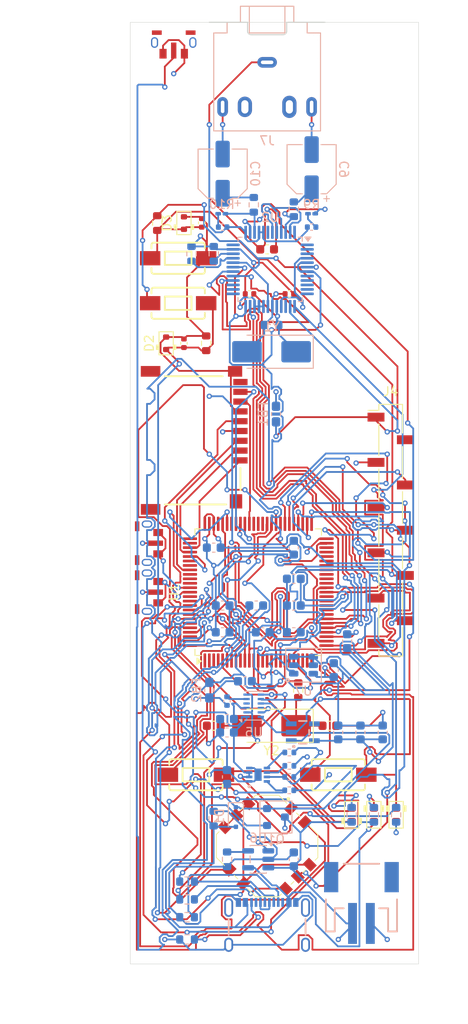
<source format=kicad_pcb>
(kicad_pcb (version 20241229) (generator "pcbnew") (generator_version "9.0")
  (layers (0 "F.Cu" signal) (4 "In1.Cu" power) (6 "In2.Cu" power) (2 "B.Cu" signal) (13 "F.Paste" user) (15 "B.Paste" user) (5 "F.SilkS" user "F.Silkscreen") (7 "B.SilkS" user "B.Silkscreen") (1 "F.Mask" user) (3 "B.Mask" user) (25 "Edge.Cuts" user))
  (net 0 "")
  (net 1 "GNDA")
  (net 2 "3.3V_A")
  (net 3 "Net-(D1-K)")
  (net 4 "GND")
  (net 5 "1.8V")
  (net 6 "Net-(U2-XTALO)")
  (net 7 "Net-(U2-XTALI)")
  (net 8 "Net-(U2-RCAP)")
  (net 9 "Net-(C7-Pad1)")
  (net 10 "Net-(C8-Pad1)")
  (net 11 "Net-(C9-Pad2)")
  (net 12 "Net-(C9-Pad1)")
  (net 13 "Net-(C10-Pad2)")
  (net 14 "Net-(C10-Pad1)")
  (net 15 "Net-(C11-Pad2)")
  (net 16 "3.3V")
  (net 17 "Net-(U1-PH0)")
  (net 18 "VBATT")
  (net 19 "/NRST")
  (net 20 "/VREF+")
  (net 21 "/BOOT0")
  (net 22 "Net-(U3-VOUT)")
  (net 23 "VBUS")
  (net 24 "/SDMMC1_CK")
  (net 25 "/SDMMC1_D2")
  (net 26 "/SDMMC1_CMD")
  (net 28 "/SDMMC1_D0")
  (net 30 "/SDMMC1_D1")
  (net 31 "/SDMMC1_D3")
  (net 35 "Net-(J2-CC2)")
  (net 36 "/USB_D+")
  (net 37 "Net-(J2-CC1)")
  (net 39 "/USB_D-")
  (net 45 "/TFT_SD_CS")
  (net 46 "/SPI2_MOSI")
  (net 47 "/SPI2_NSS")
  (net 49 "/SPI2_MISO")
  (net 50 "/SPI2_SCK")
  (net 51 "/TFT_DC")
  (net 52 "/TIM1_CH1")
  (net 55 "Net-(LED1-K)")
  (net 56 "Net-(LED2-A)")
  (net 57 "Net-(U4-~{ALRT})")
  (net 58 "Net-(U4-QSTRT)")
  (net 59 "/GPIO0")
  (net 60 "/GPIO1")
  (net 61 "/LEFT")
  (net 62 "/RIGHT")
  (net 63 "Net-(U1-PH1)")
  (net 64 "/OTG_FS_DP")
  (net 65 "/OTG_FS_DM")
  (net 66 "Net-(U6-PROG)")
  (net 67 "Net-(U6-STAT)")
  (net 68 "/I2C1_SDA")
  (net 69 "/I2C1_SCL")
  (net 70 "/LED")
  (net 73 "/SPI1_MISO")
  (net 74 "/SPI1_NSS")
  (net 98 "/SPI1_MOSI")
  (net 109 "/XDCS")
  (net 118 "/SPI1_SCK")
  (net 135 "Net-(U5-C_SRD)")
  (net 136 "Net-(U5-Vref)")
  (net 137 "Net-(U1-VBAT)")
  (net 138 "/JOY_Y")
  (net 139 "/JOY_X")
  (net 140 "/NVCC_LO")
  (net 141 "Net-(LED3-A)")
  (net 142 "Net-(U5-~{PB})")
  (net 143 "/BTN_VUP")
  (net 144 "/BTN_VDN")
  (net 145 "/BTN_UP")
  (net 146 "/BTN_DN")
  (net 147 "/BTN_TRACK")
  (net 148 "/BTN_PLAY")
  (net 149 "/BTN_SEEK")
  (net 150 "/BTN_OPT")
  (net 151 "/BTN_SEL")
  (net 152 "/NPB_OUT")
  (net 153 "/STM6601_NINT")
  (net 154 "/LDO_EN")
  (net 156 "/STM6601_PS_HOLD")
  (footprint "PCM_SparkFun-Capacitor:C_0603_1608Metric" (layer "F.Cu") (at 167 116.5 180)
    (property "Reference" "C11")
    (property "Value" "15pF")
  )
  (footprint "PCM_SparkFun-Capacitor:C_0402_1005Metric" (layer "F.Cu") (at 158.02 68 180)
    (property "Reference" "C4")
    (property "Value" "22pF")
  )
  (footprint "PCM_SparkFun-Resistor:R_0603_1608Metric" (layer "F.Cu") (at 153.15 73.55 90)
    (property "Reference" "R3")
    (property "Value" "10k")
  )
  (footprint "PCM_SparkFun-Switch:Push_SMD_RA_4.5x3.4mm" (layer "F.Cu") (at 146.5 101.5 90)
    (property "Reference" "SW5")
    (property "Value" "BTN_VDN")
  )
  (footprint "PCM_SparkFun-Switch:Push_SMD_6x3.5mm" (layer "F.Cu") (at 150 69.05)
    (property "Reference" "SW2")
    (property "Value" "SMD_6x3.5mm_h2.5mm")
  )
  (footprint "PCM_Diode_SMD_AKL:D_SOD-523" (layer "F.Cu") (at 150.65 60.05 90)
    (property "Reference" "D3")
    (property "Value" "ESD5Z3.3T" (hide yes))
  )
  (footprint "PCM_SparkFun-Capacitor:C_0402_1005Metric" (layer "F.Cu") (at 150.65 73.55 90)
    (property "Reference" "C24")
    (property "Value" "0.1uF")
  )
  (footprint "PCM_Diode_SMD_AKL:D_SOD-523" (layer "F.Cu") (at 148.65 73.55 90)
    (property "Reference" "D2")
    (property "Value" "ESD5Z3.3T" (hide yes))
  )
  (footprint "PCM_SparkFun-Resistor:R_0603_1608Metric" (layer "F.Cu") (at 163.5 112.5 -90)
    (property "Reference" "R11")
    (property "Value" "200k")
  )
  (footprint "PCM_LED_SMD_AKL:LED_0603_1608Metric" (layer "F.Cu") (at 172 126.5 -90)
    (property "Reference" "LED1" (hide yes))
    (property "Value" "LED_0603_Orange" (hide yes))
  )
  (footprint "PCM_SparkFun-Switch:Push_SMD_6x3.5mm" (layer "F.Cu") (at 150 64)
    (property "Reference" "SW1")
    (property "Value" "SMD_6x3.5mm_h2.5mm")
  )
  (footprint "PCM_SparkFun-Capacitor:C_0603_1608Metric" (layer "F.Cu") (at 154 116.5)
    (property "Reference" "C13")
    (property "Value" "15pF")
  )
  (footprint "PCM_SparkFun-Capacitor:C_0603_1608Metric" (layer "F.Cu") (at 160 63)
    (property "Reference" "C6")
    (property "Value" "1.0uF")
  )
  (footprint "PCM_SparkFun-Switch:Navigation_SMD_9.9x9.9mm" (layer "F.Cu") (at 160 130)
    (property "Reference" "SW6")
    (property "Value" "Nav Switch")
  )
  (footprint "PCM_SparkFun-Capacitor:C_0402_1005Metric" (layer "F.Cu") (at 152.65 60.03 90)
    (property "Reference" "C15")
    (property "Value" "0.1uF")
  )
  (footprint "PCM_SparkFun-Switch:Push_SMD_6x3.5mm" (layer "F.Cu") (at 152 122 180)
    (property "Reference" "SW7")
    (property "Value" "BTN_OPT")
  )
  (footprint "PCM_SparkFun-Switch:Push_SMD_RA_4.5x3.4mm" (layer "F.Cu") (at 149.5 39.776)
    (property "Reference" "SW3")
    (property "Value" "BTN_POW")
  )
  (footprint "Package_QFP:LQFP-100_14x14mm_P0.5mm" (layer "F.Cu") (at 159 101.5 90)
    (property "Reference" "U1")
    (property "Value" "STM32L4R5VITx")
  )
  (footprint "PCM_SparkFun-Resistor:R_0603_1608Metric" (layer "F.Cu") (at 147.65 60.05 -90)
    (property "Reference" "R21")
    (property "Value" "10k")
  )
  (footprint "Connector_PinSocket_2.54mm:PinSocket_1x11_P2.54mm_Vertical_SMD_Pin1Left" (layer "F.Cu") (at 173.888175 94.543378)
    (property "Reference" "J4")
    (property "Value" "Adafruit 5393 Headers")
  )
  (footprint "PCM_LED_SMD_AKL:LED_0603_1608Metric" (layer "F.Cu") (at 169.5 126.5 90)
    (property "Reference" "LED3" (hide yes))
    (property "Value" "LED_0603_Red" (hide yes))
  )
  (footprint "PCM_SparkFun-Switch:Push_SMD_RA_4.5x3.4mm" (layer "F.Cu") (at 146.5 96 90)
    (property "Reference" "SW4")
    (property "Value" "BTN_VUP")
  )
  (footprint "PCM_LED_SMD_AKL:LED_0603_1608Metric" (layer "F.Cu") (at 174.5 126.5 -90)
    (property "Reference" "LED2" (hide yes))
    (property "Value" "LED_0603_Green" (hide yes))
  )
  (footprint "Crystal:Crystal_SMD_Abracon_ABM3-2Pin_5.0x3.2mm_HandSoldering" (layer "F.Cu") (at 160.5 116.5 180)
    (property "Reference" "Y2")
    (property "Value" "8 mHz")
  )
  (footprint "PCM_SparkFun-Connector:microSD_External_Pin" (layer "F.Cu") (at 146.5 84.45 -90)
    (property "Reference" "J1")
    (property "Value" "microSD")
  )
  (footprint "PCM_SparkFun-Capacitor:C_0402_1005Metric" (layer "F.Cu") (at 162.5 68)
    (property "Reference" "C5")
    (property "Value" "22pF")
  )
  (footprint "PCM_SparkFun-Switch:Push_SMD_6x3.5mm" (layer "F.Cu") (at 168 122)
    (property "Reference" "SW8")
    (property "Value" "BTN_SEL")
  )
  (footprint "PCM_SparkFun-Capacitor:C_0603_1608Metric" (layer "B.Cu") (at 154 96.5 180)
    (property "Reference" "C12")
    (property "Value" "0.1uF")
  )
  (footprint "PCM_SparkFun-Capacitor:C_0603_1608Metric" (layer "B.Cu") (at 163 96.5 -90)
    (property "Reference" "C18")
    (property "Value" "0.1uF")
  )
  (footprint "PCM_SparkFun-Resistor:R_0603_1608Metric" (layer "B.Cu") (at 151 136 180)
    (property "Reference" "R12")
    (property "Value" "22")
  )
  (footprint "Inductor_SMD:L_0603_1608Metric_Pad1.05x0.95mm_HandSolder" (layer "B.Cu") (at 153.5 112.5 -90)
    (property "Reference" "FB2")
    (property "Value" "FerriteBead_Small")
  )
  (footprint "PCM_SparkFun-Resistor:R_0603_1608Metric" (layer "B.Cu") (at 151 140.5)
    (property "Reference" "R14")
    (property "Value" "5.1k")
  )
  (footprint "PCM_SparkFun-Capacitor:C_0603_1608Metric" (layer "B.Cu") (at 155.49 117.25 180)
    (property "Reference" "C30")
    (property "Value" "0.1uF")
  )
  (footprint "PCM_SparkFun-Resistor:R_0603_1608Metric" (layer "B.Cu") (at 155.5 131.5 90)
    (property "Reference" "R19")
    (property "Value" "5.1k")
  )
  (footprint "PCM_SparkFun-Resistor:R_0402_1005Metric" (layer "B.Cu") (at 162.49 122.25)
    (property "Reference" "R23")
    (property "Value" "10k")
  )
  (footprint "PCM_SparkFun-Resistor:R_0603_1608Metric" (layer "B.Cu") (at 153.99 126.925 -90)
    (property "Reference" "R18")
    (property "Value" "10k")
  )
  (footprint "Package_TO_SOT_SMD:SOT-23-5" (layer "B.Cu") (at 159 131.5 180)
    (property "Reference" "U6")
    (property "Value" "MCP73831-2-OT")
  )
  (footprint "PCM_SparkFun-Resistor:R_0603_1608Metric" (layer "B.Cu") (at 172 126.5 -90)
    (property "Reference" "R20")
    (property "Value" "10k")
  )
  (footprint "PCM_SparkFun-Capacitor:C_0603_1608Metric" (layer "B.Cu") (at 159.5 106)
    (property "Reference" "C1")
    (property "Value" "1.0uF")
  )
  (footprint "Resistor_SMD:R_0201_0603Metric_Pad0.64x0.40mm_HandSolder" (layer "B.Cu") (at 154.9075 59 180)
    (property "Reference" "R10")
    (property "Value" "20")
  )
  (footprint "PCM_SparkFun-Capacitor:C_0402_1005Metric" (layer "B.Cu") (at 155 60.5)
    (property "Reference" "C8")
    (property "Value" "10nF")
  )
  (footprint "PCM_SparkFun-Capacitor:C_0603_1608Metric" (layer "B.Cu") (at 163 106 180)
    (property "Reference" "C16")
    (property "Value" "10nF")
  )
  (footprint "PCM_SparkFun-Capacitor:C_0603_1608Metric" (layer "B.Cu") (at 155 103 180)
    (property "Reference" "C21")
    (property "Value" "4.7uF")
  )
  (footprint "PCM_SparkFun-Capacitor:C_0603_1608Metric" (layer "B.Cu") (at 155.49 122.25 90)
    (property "Reference" "C2")
    (property "Value" "10uF")
  )
  (footprint "PCM_SparkFun-Capacitor:C_0603_1608Metric" (layer "B.Cu") (at 169 107 -90)
    (property "Reference" "C19")
    (property "Value" "0.1uF")
  )
  (footprint "Package_DFN_QFN:TDFN-12_2x3mm_P0.5mm" (layer "B.Cu") (at 158.49 114.25)
    (property "Reference" "U5")
    (property "Value" "STM6601")
  )
  (footprint "Capacitor_SMD:CP_Elec_5x5.8" (layer "B.Cu") (at 155 54.5 90)
    (property "Reference" "C10")
    (property "Value" "220uF")
  )
  (footprint "PCM_SparkFun-Capacitor:C_0603_1608Metric" (layer "B.Cu") (at 163 100 180)
    (property "Reference" "C22")
    (property "Value" "1.0uF")
  )
  (footprint "Diode_SMD:D_SOD-323F" (layer "B.Cu") (at 156.49 126.75 -90)
    (property "Reference" "D1")
    (property "Value" "PMEG2020EJ")
  )
  (footprint "PCM_SparkFun-Resistor:R_0603_1608Metric" (layer "B.Cu") (at 174.5 126.5 90)
    (property "Reference" "R25")
    (property "Value" "10k")
  )
  (footprint "PCM_SparkFun-Resistor:R_0603_1608Metric" (layer "B.Cu") (at 151.5 63.5 90)
    (property "Reference" "R5")
    (property "Value" "100k")
  )
  (footprint "PCM_SparkFun-Semiconductor-Standard:DFN-8_2x2mm_P0.5mm_EP1.2x0.8mm" (layer "B.Cu") (at 158.98 122)
    (property "Reference" "U4")
    (property "Value" "MAX17048")
  )
  (footprint "PCM_SparkFun-Semiconductor-Standard:SOT23-5" (layer "B.Cu") (at 164.01 117.2348)
    (property "Reference" "U3")
    (property "Value" "RT9080-3.3")
  )
  (footprint "Connector_Audio:Jack_3.5mm_CUI_SJ1-3525N_Horizontal" (layer "B.Cu") (at 160 42)
    (property "Reference" "J7")
    (property "Value" "AudioJack3_SwitchTR")
    (fp_line (start -2.2 -4.5) (end -6.5 -4.5) (stroke (width 0.12)) (layer "Edge.Cuts"))
    (fp_line (start -2.2 -3.5) (end -2.2 -4.5) (stroke (width 0.12)) (layer "Edge.Cuts"))
    (fp_line (start 1.8 -3.1) (end -1.8 -3.1) (stroke (width 0.12)) (layer "Edge.Cuts"))
    (fp_line (start 2.2 -4.5) (end 6.5 -4.5) (stroke (width 0.12)) (layer "Edge.Cuts"))
    (fp_line (start 2.2 -3.5) (end 2.2 -4.5) (stroke (width 0.12)) (layer "Edge.Cuts"))
    (fp_arc (start -1.8 -3.1) (mid -2.082842 -3.217158) (end -2.2 -3.5) (stroke (width 0.12)) (layer "Edge.Cuts"))
    (fp_arc (start 2.2 -3.5) (mid 2.082843 -3.217157) (end 1.8 -3.1) (stroke (width 0.12)) (layer "Edge.Cuts"))
  )
  (footprint "PCM_SparkFun-Capacitor:C_0603_1608Metric" (layer "B.Cu") (at 167.49 110.25 90)
    (property "Reference" "C3")
    (property "Value" "10uF")
  )
  (footprint "Crystal:Crystal_SMD_Abracon_ABM3-2Pin_5.0x3.2mm_HandSoldering" (layer "B.Cu") (at 160.5 74.5 180)
    (property "Reference" "Y1")
    (property "Value" "ABM3-12.288MHZ-D2Y-T")
  )
  (footprint "PCM_SparkFun-Connector:USB-C_16" (layer "B.Cu") (at 160 136 180)
    (property "Reference" "J2")
    (property "Value" "USB_C_Receptacle")
  )
  (footprint "PCM_SparkFun-Connector:JST_1x02_P2.0mm_Horizontal_SMD" (layer "B.Cu") (at 170.6 135 180)
    (property "Reference" "J3")
    (property "Value" "JST_2mm_LiPo")
  )
  (footprint "PCM_SparkFun-Resistor:R_0402_1005Metric" (layer "B.Cu") (at 162.5 119.5)
    (property "Reference" "R1")
    (property "Value" "10k")
  )
  (footprint "PCM_SparkFun-Capacitor:C_0603_1608Metric" (layer "B.Cu") (at 158.775 103 180)
    (property "Reference" "C31")
    (property "Value" "0.1uF")
  )
  (footprint "PCM_SparkFun-Resistor:R_0603_1608Metric" (layer "B.Cu") (at 151 134 180)
    (property "Reference" "R13")
    (property "Value" "22")
  )
  (footprint "PCM_SparkFun-Resistor:R_0603_1608Metric" (layer "B.Cu") (at 154 63.5 90)
    (property "Reference" "R6")
    (property "Value" "100k")
  )
  (footprint "Resistor_SMD:R_0201_0603Metric_Pad0.64x0.40mm_HandSolder" (layer "B.Cu") (at 165 59 180)
    (property "Reference" "R9")
    (property "Value" "20")
  )
  (footprint "PCM_SparkFun-Capacitor:C_0603_1608Metric" (layer "B.Cu") (at 155.49 115.75 180)
    (property "Reference" "C29")
    (property "Value" "1.0uF")
  )
  (footprint "PCM_SparkFun-Resistor:R_0603_1608Metric" (layer "B.Cu") (at 169.5 126.5 -90)
    (property "Reference" "R16")
    (property "Value" "10k")
  )
  (footprint "PCM_SparkFun-Capacitor:C_0402_1005Metric" (layer "B.Cu") (at 155.49 113.73 -90)
    (property "Reference" "C28")
    (property "Value" "470nF")
  )
  (footprint "PCM_SparkFun-Resistor:R_0603_1608Metric" (layer "B.Cu") (at 163 58.5 90)
    (property "Reference" "R7")
    (property "Value" "100")
  )
  (footprint "PCM_SparkFun-Capacitor:C_0603_1608Metric" (layer "B.Cu") (at 172.99 117.25 90)
    (property "Reference" "C27")
    (property "Value" "10uF")
  )
  (footprint "PCM_SparkFun-Resistor:R_0603_1608Metric" (layer "B.Cu") (at 160.5 71.5 180)
    (property "Reference" "R4")
    (property "Value" "1M")
  )
  (footprint "PCM_SparkFun-Capacitor:C_0603_1608Metric" (layer "B.Cu") (at 155 106 180)
    (property "Reference" "C17")
    (property "Value" "0.1uF")
  )
  (footprint "PCM_Package_TO_SOT_SMD_AKL:SOT-23" (layer "B.Cu") (at 160.99 126.75)
    (property "Reference" "Q1")
    (property "Value" "DMG3415U" (hide yes))
  )
  (footprint "PCM_SparkFun-Capacitor:C_0402_1005Metric" (layer "B.Cu") (at 165 60.5 180)
    (property "Reference" "C7")
    (property "Value" "10nF")
  )
  (footprint "Capacitor_SMD:CP_Elec_5x5.8" (layer "B.Cu") (at 165 54 90)
    (property "Reference" "C9")
    (property "Value" "220uF")
  )
  (footprint "Package_QFP:LQFP-48_7x7mm_P0.5mm" (layer "B.Cu") (at 160.3375 65.25 180)
    (property "Reference" "U2")
    (property "Value" "CODECODER-VS1053B_LQFP48_")
    (property "VALUE" "VS1053B-lqfp48" (hide yes))
  )
  (footprint "PCM_SparkFun-Resistor:R_0402_1005Metric" (layer "B.Cu") (at 162.5 121 180)
    (property "Reference" "R2")
    (property "Value" "10k")
  )
  (footprint "PCM_SparkFun-Capacitor:C_0603_1608Metric" (layer "B.Cu") (at 163 131.5 90)
    (property "Reference" "C14")
    (property "Value" "10uF")
  )
  (footprint "PCM_Package_TO_SOT_SMD_AKL:SOT-23-6" (layer "B.Cu") (at 164.09 109.7)
    (property "Reference" "U7")
    (property "Value" "AP7312-1833W6" (hide yes))
  )
  (footprint "PCM_SparkFun-Resistor:R_0402_1005Metric" (layer "B.Cu") (at 162.49 123.75)
    (property "Reference" "R22")
    (property "Value" "10k")
  )
  (footprint "PCM_SparkFun-Capacitor:C_0603_1608Metric" (layer "B.Cu") (at 157.5 111.5 180)
    (property "Reference" "C20")
    (property "Value" "0.1uF")
  )
  (footprint "PCM_SparkFun-Resistor:R_0603_1608Metric" (layer "B.Cu") (at 151 138)
    (property "Reference" "R15")
    (property "Value" "5.1k")
  )
  (footprint "PCM_SparkFun-Capacitor:C_0603_1608Metric" (layer "B.Cu") (at 170.49 117.25 90)
    (property "Reference" "C26")
    (property "Value" "10uF")
  )
  (footprint "PCM_SparkFun-Capacitor:C_0603_1608Metric" (layer "B.Cu") (at 167.99 117.25 90)
    (property "Reference" "C25")
    (property "Value" "10uF")
  )
  (footprint "Inductor_SMD:L_0603_1608Metric_Pad1.05x0.95mm_HandSolder" (layer "B.Cu") (at 161 81.5 -90)
    (property "Reference" "FB1")
    (property "Value" "FerriteBead_Small")
  )
  (footprint "PCM_SparkFun-Resistor:R_0603_1608Metric" (layer "B.Cu") (at 158.5 58 90)
    (property "Reference" "R8")
    (property "Value" "100")
  )
  (footprint "PCM_SparkFun-Capacitor:C_0603_1608Metric" (layer "B.Cu") (at 163 103 180)
    (property "Reference" "C23")
    (property "Value" "0.1uF")
  )
  (gr_rect (start 144.616543 37.509328) (end 177.023906 143.25) (stroke (width 0.05)) (fill no) (layer "Edge.Cuts"))
  (segment (start 169.998066 94.501) (end 169.660654 94.163588) (width 0.2) (layer "F.Cu") (net 1))
  (segment (start 162 87.5) (end 160.204203 89.295797) (width 0.2) (layer "F.Cu") (net 1))
  (segment (start 159.225 63) (end 159.761412 62.463588) (width 0.2) (layer "F.Cu") (net 1))
  (segment (start 159.761412 59.076) (end 159.424 58.738588) (width 0.2) (layer "F.Cu") (net 1))
  (segment (start 161.381239 58.849495) (end 161.381239 60.053369) (width 0.2) (layer "F.Cu") (net 1))
  (segment (start 159.761412 57.924) (end 160.455744 57.924) (width 0.2) (layer "F.Cu") (net 1))
  (segment (start 161.5 111.5) (end 162 111) (width 0.2) (layer "F.Cu") (net 1))
  (segment (start 159.225 63) (end 153.5 57.275) (width 0.2) (layer "F.Cu") (net 1))
  (segment (start 159.761412 62.463588) (end 159.761412 59.076) (width 0.2) (layer "F.Cu") (net 1))
  (segment (start 159.424 58.261412) (end 159.761412 57.924) (width 0.2) (layer "F.Cu") (net 1))
  (segment (start 170.203 96) (end 170.203 94.501) (width 0.2) (layer "F.Cu") (net 1))
  (segment (start 162 111) (end 162 109.175) (width 0.2) (layer "F.Cu") (net 1))
  (segment (start 168.124 92.34409) (end 168.124 91.124) (width 0.2) (layer "F.Cu") (net 1))
  (segment (start 160.455744 57.924) (end 161.381239 58.849495) (width 0.2) (layer "F.Cu") (net 1))
  (segment (start 158.261149 42) (end 153.5 46.761149) (width 0.2) (layer "F.Cu") (net 1))
  (segment (start 161.381239 60.053369) (end 175.802 74.47413) (width 0.2) (layer "F.Cu") (net 1))
  (segment (start 169.660654 93.880744) (end 168.124 92.34409) (width 0.2) (layer "F.Cu") (net 1))
  (segment (start 153.5 57.275) (end 153.5 49) (width 0.2) (layer "F.Cu") (net 1))
  (segment (start 175.802 74.47413) (end 175.802 82.5) (width 0.2) (layer "F.Cu") (net 1))
  (segment (start 162.5 109.175) (end 162 109.175) (width 0.2) (layer "F.Cu") (net 1))
  (segment (start 170.203 94.501) (end 169.998066 94.501) (width 0.2) (layer "F.Cu") (net 1))
  (segment (start 164.5 87.5) (end 162 87.5) (width 0.2) (layer "F.Cu") (net 1))
  (segment (start 160 42) (end 158.261149 42) (width 0.2) (layer "F.Cu") (net 1))
  (segment (start 159.424 58.738588) (end 159.424 58.261412) (width 0.2) (layer "F.Cu") (net 1))
  (segment (start 153.5 46.761149) (end 153.5 49) (width 0.2) (layer "F.Cu") (net 1))
  (segment (start 168.124 91.124) (end 164.5 87.5) (width 0.2) (layer "F.Cu") (net 1))
  (segment (start 169.660654 94.163588) (end 169.660654 93.880744) (width 0.2) (layer "F.Cu") (net 1))
  (via (at 153.5 49) (size 0.6) (drill 0.3) (layers "F.Cu" "B.Cu") (net 1))
  (via (at 160.204203 89.295797) (size 0.6) (drill 0.3) (layers "F.Cu" "B.Cu") (net 1))
  (via (at 161.5 111.5) (size 0.6) (drill 0.3) (layers "F.Cu" "B.Cu") (net 1))
  (via (at 170.203 96) (size 0.6) (drill 0.3) (layers "F.Cu" "B.Cu") (net 1))
  (via (at 175.802 82.5) (size 0.6) (drill 0.3) (layers "F.Cu" "B.Cu") (net 1))
  (segment (start 153.5 111.625) (end 154.718256 111.625) (width 0.2) (layer "B.Cu") (net 1))
  (segment (start 147.375 98.431008) (end 147.056008 98.75) (width 0.2) (layer "B.Cu") (net 1))
  (segment (start 158.031744 106) (end 158.725 106) (width 0.2) (layer "B.Cu") (net 1))
  (segment (start 146.5 100.026) (end 146.5 101.185412) (width 0.2) (layer "B.Cu") (net 1))
  (segment (start 164.52 60.890968) (end 163.309968 62.101) (width 0.2) (layer "B.Cu") (net 1))
  (segment (start 146.536412 78.649) (end 146.852496 78.649) (width 0.2) (layer "B.Cu") (net 1))
  (segment (start 146.5 93.174) (end 146.980008 93.174) (width 0.2) (layer "B.Cu") (net 1))
  (segment (start 146.499 114.261412) (end 146.499 114.738588) (width 0.2) (layer "B.Cu") (net 1))
  (segment (start 149.624 113.711412) (end 149.574 113.761412) (width 0.2) (layer "B.Cu") (net 1))
  (segment (start 146.5 86.649) (end 146.852496 86.649) (width 0.2) (layer "B.Cu") (net 1))
  (segment (start 150.707646 111.840216) (end 150.507646 112.040216) (width 0.2) (layer "B.Cu") (net 1))
  (segment (start 147.375 94.131008) (end 146.980008 94.526) (width 0.2) (layer "B.Cu") (net 1))
  (segment (start 147.056008 98.75) (end 147.375 99.068992) (width 0.2) (layer "B.Cu") (net 1))
  (segment (start 146.810298 104.49571) (end 147.076 104.761412) (width 0.2) (layer "B.Cu") (net 1))
  (segment (start 147.376 103.369992) (end 147.376 103.930008) (width 0.2) (layer "B.Cu") (net 1))
  (segment (start 146.980008 100.026) (end 146.5 100.026) (width 0.2) (layer "B.Cu") (net 1))
  (segment (start 146.852496 80.351) (end 146.5 80.351) (width 0.2) (layer "B.Cu") (net 1))
  (segment (start 157.261756 110.749) (end 157.549 111.036244) (width 0.2) (layer "B.Cu") (net 1))
  (segment (start 159.0875 61.0875) (end 159.0875 61.824999) (width 0.2) (layer "B.Cu") (net 1))
  (segment (start 146.980008 94.526) (end 146.5 94.526) (width 0.2) (layer "B.Cu") (net 1))
  (segment (start 157.549 111.036244) (end 156.5 109.987244) (width 0.2) (layer "B.Cu") (net 1))
  (segment (start 156.286244 110.749) (end 157.261756 110.749) (width 0.2) (layer "B.Cu") (net 1))
  (segment (start 151.761412 112.924) (end 152.201 112.924) (width 0.2) (layer "B.Cu") (net 1))
  (segment (start 146.5 101.814588) (end 146.5 102.974) (width 0.2) (layer "B.Cu") (net 1))
  (segment (start 148.027 114.894332) (end 148.027 110.504744) (width 0.2) (layer "B.Cu") (net 1))
  (segment (start 161.474 105.249) (end 159.476 105.249) (width 0.2) (layer "B.Cu") (net 1))
  (segment (start 162.225 106) (end 162.225 103) (width 0.2) (layer "B.Cu") (net 1))
  (segment (start 160.204203 89.295797) (end 160.204203 79.889615) (width 0.2) (layer "B.Cu") (net 1))
  (segment (start 160.749 112.251) (end 161.5 111.5) (width 0.2) (layer "B.Cu") (net 1))
  (segment (start 150.507646 112.46061) (end 149.624 113.344256) (width 0.2) (layer "B.Cu") (net 1))
  (segment (start 158.005 106.026744) (end 158.031744 106) (width 0.2) (layer "B.Cu") (net 1))
  (segment (start 147.375 93.568992) (end 147.375 94.131008) (width 0.2) (layer "B.Cu") (net 1))
  (segment (start 147.351 87.852496) (end 146.852496 88.351) (width 0.2) (layer "B.Cu") (net 1))
  (segment (start 147.076 104.761412) (end 147.076 106.076) (width 0.2) (layer "B.Cu") (net 1))
  (segment (start 152.201 112.924) (end 153.5 111.625) (width 0.2) (layer "B.Cu") (net 1))
  (segment (start 146.980008 97.474) (end 147.375 97.868992) (width 0.2) (layer "B.Cu") (net 1))
  (segment (start 156.828 108.357412) (end 158.005 107.180412) (width 0.2) (layer "B.Cu") (net 1))
  (segment (start 157.5875 61.824999) (end 157.5875 61.0875) (width 0.2) (layer "B.Cu") (net 1))
  (segment (start 146.980008 93.174) (end 147.375 93.568992) (width 0.2) (layer "B.Cu") (net 1))
  (segment (start 157.836244 112.251) (end 160.749 112.251) (width 0.2) (layer "B.Cu") (net 1))
  (segment (start 146.499 114.738588) (end 146.699 114.938588) (width 0.2) (layer "B.Cu") (net 1))
  (segment (start 153.5 60.382194) (end 153.5 49) (width 0.2) (layer "B.Cu") (net 1))
  (segment (start 147.351 79.147504) (end 147.351 79.852496) (width 0.2) (layer "B.Cu") (net 1))
  (segment (start 164.52 60.5) (end 164.52 60.890968) (width 0.2) (layer "B.Cu") (net 1))
  (segment (start 146.852496 86.649) (end 147.351 87.147504) (width 0.2) (layer "B.Cu") (net 1))
  (segment (start 157.549 111.963756) (end 157.836244 112.251) (width 0.2) (layer "B.Cu") (net 1))
  (segment (start 155.48 60.5) (end 157 60.5) (width 0.2) (layer "B.Cu") (net 1))
  (segment (start 159.0875 61.824999) (end 158.811499 62.101) (width 0.2) (layer "B.Cu") (net 1))
  (segment (start 146.699 116.561412) (end 146.499 116.761412) (width 0.2) (layer "B.Cu") (net 1))
  (segment (start 147.351 79.852496) (end 146.852496 80.351) (width 0.2) (layer "B.Cu") (net 1))
  (segment (start 147.375 99.068992) (end 147.375 99.631008) (width 0.2) (layer "B.Cu") (net 1))
  (segment (start 158.005 107.180412) (end 158.005 106.026744) (width 0.2) (layer "B.Cu") (net 1))
  (segment (start 146.576 96.238588) (end 146.5 96.314588) (width 0.2) (layer "B.Cu") (net 1))
  (segment (start 151.270332 113.261412) (end 151.424 113.261412) (width 0.2) (layer "B.Cu") (net 1))
  (segment (start 146.980008 102.974) (end 147.376 103.369992) (width 0.2) (layer "B.Cu") (net 1))
  (segment (start 149.574 114.238588) (end 149.911412 114.576) (width 0.2) (layer "B.Cu") (net 1))
  (segment (start 147.651 116.761412) (end 147.451 116.561412) (width 0.2) (layer "B.Cu") (net 1))
  (segment (start 156.828 108.550076) (end 156.828 108.357412) (width 0.2) (layer "B.Cu") (net 1))
  (segment (start 162.225 103) (end 162.225 100) (width 0.2) (layer "B.Cu") (net 1))
  (segment (start 146.5 94.526) (end 146.5 95.685412) (width 0.2) (layer "B.Cu") (net 1))
  (segment (start 146.852496 78.649) (end 147.351 79.147504) (width 0.2) (layer "B.Cu") (net 1))
  (segment (start 150.726 114.238588) (end 150.726 113.805744) (width 0.2) (layer "B.Cu") (net 1))
  (segment (start 147.313588 117.576) (end 147.651 117.238588) (width 0.2) (layer "B.Cu") (net 1))
  (segment (start 157.863501 62.101) (end 157.5875 61.824999) (width 0.2) (layer "B.Cu") (net 1))
  (segment (start 146.5 95.685412) (end 146.576 95.761412) (width 0.2) (layer "B.Cu") (net 1))
  (segment (start 159.5875 61.0875) (end 159.0875 61.0875) (width 0.2) (layer "B.Cu") (net 1))
  (segment (start 150.707646 111.728866) (end 150.707646 111.840216) (width 0.2) (layer "B.Cu") (net 1))
  (segment (start 146.5 102.974) (end 146.980008 102.974) (width 0.2) (layer "B.Cu") (net 1))
  (segment (start 176.422906 83.120906) (end 176.422906 97.877628) (width 0.2) (layer "B.Cu") (net 1))
  (segment (start 150.507646 112.040216) (end 150.507646 112.46061) (width 0.2) (layer "B.Cu") (net 1))
  (segment (start 159.476 105.249) (end 158.725 106) (width 0.2) (layer "B.Cu") (net 1))
  (segment (start 146.836412 117.576) (end 147.313588 117.576) (width 0.2) (layer "B.Cu") (net 1))
  (segment (start 150.388588 114.576) (end 150.726 114.238588) (width 0.2) (layer "B.Cu") (net 1))
  (segment (start 146.5 80.351) (end 146.5 86.649) (width 0.2) (layer "B.Cu") (net 1))
  (segment (start 150.366869 75.295719) (end 149.889693 75.295719) (width 0.2) (layer "B.Cu") (net 1))
  (segment (start 147.451 116.328744) (end 147.671256 116.549) (width 0.2) (layer "B.Cu") (net 1))
  (segment (start 156.5 109.987244) (end 156.5 108.878076) (width 0.2) (layer "B.Cu") (net 1))
  (segment (start 147.375 97.868992) (end 147.375 98.431008) (width 0.2) (layer "B.Cu") (net 1))
  (segment (start 159.5875 61.824999) (end 159.5875 61.0875) (width 0.2) (layer "B.Cu") (net 1))
  (segment (start 153.49515 78.424) (end 150.366869 75.295719) (width 0.2) (layer "B.Cu") (net 1))
  (segment (start 147.351 87.147504) (end 147.351 87.852496) (width 0.2) (layer "B.Cu") (net 1))
  (segment (start 172.080628 97.877628) (end 170.203 96) (width 0.2) (layer "B.Cu") (net 1))
  (segment (start 146.5 101.185412) (end 146.576 101.261412) (width 0.2) (layer "B.Cu") (net 1))
  (segment (start 146.852496 88.351) (end 146.5 88.351) (width 0.2) (layer "B.Cu") (net 1))
  (segment (start 175.802 82.5) (end 176.422906 83.120906) (width 0.2) (layer "B.Cu") (net 1))
  (segment (start 162.225 106) (end 161.474 105.249) (width 0.2) (layer "B.Cu") (net 1))
  (segment (start 148.105668 107.105668) (end 148.105668 107.548) (width 0.2) (layer "B.Cu") (net 1))
  (segment (start 149.265872 109.265872) (end 151.218256 111.218256) (width 0.2) (layer "B.Cu") (net 1))
  (segment (start 159.863501 62.101) (end 159.5875 61.824999) (width 0.2) (layer "B.Cu") (net 1))
  (segment (start 146.699 114.938588) (end 146.699 116.561412) (width 0.2) (layer "B.Cu") (net 1))
  (segment (start 149.624 113.344256) (end 149.624 113.711412) (width 0.2) (layer "B.Cu") (net 1))
  (segment (start 148.027 110.504744) (end 149.265872 109.265872) (width 0.2) (layer "B.Cu") (net 1))
  (segment (start 148.105668 107.548) (end 146.699 108.954668) (width 0.2) (layer "B.Cu") (net 1))
  (segment (start 146.5 88.351) (end 146.5 93.174) (width 0.2) (layer "B.Cu") (net 1))
  (segment (start 147.375 99.631008) (end 146.980008 100.026) (width 0.2) (layer "B.Cu") (net 1))
  (segment (start 155.999 111.124) (end 155.999 111.036244) (width 0.2) (layer "B.Cu") (net 1))
  (segment (start 149.889693 75.295719) (end 146.536412 78.649) (width 0.2) (layer "B.Cu") (net 1))
  (segment (start 163.309968 62.101) (end 159.863501 62.101) (width 0.2) (layer "B.Cu") (net 1))
  (segment (start 154.203806 61.086) (end 153.5 60.382194) (width 0.2) (layer "B.Cu") (net 1))
  (segment (start 146.5 97.474) (end 146.980008 97.474) (width 0.2) (layer "B.Cu") (net 1))
  (segment (start 155.219256 111.124) (end 155.999 111.124) (width 0.2) (layer "B.Cu") (net 1))
  (segment (start 157.549 111.963756) (end 157.549 111.036244) (width 0.2) (layer "B.Cu") (net 1))
  (segment (start 151.218256 111.218256) (end 150.707646 111.728866) (width 0.2) (layer "B.Cu") (net 1))
  (segment (start 146.699 108.954668) (end 146.699 114.061412) (width 0.2) (layer "B.Cu") (net 1))
  (segment (start 147.651 117.238588) (end 147.651 116.761412) (width 0.2) (layer "B.Cu") (net 1))
  (segment (start 154.894 61.086) (end 154.203806 61.086) (width 0.2) (layer "B.Cu") (net 1))
  (segment (start 147.076 106.076) (end 148.105668 107.105668) (width 0.2) (layer "B.Cu") (net 1))
  (segment (start 160.204203 79.889615) (end 158.738588 78.424) (width 0.2) (layer "B.Cu") (net 1))
  (segment (start 155.48 60.5) (end 154.894 61.086) (width 0.2) (layer "B.Cu") (net 1))
  (segment (start 151.424 113.261412) (end 151.761412 112.924) (width 0.2) (layer "B.Cu") (net 1))
  (segment (start 149.574 113.761412) (end 149.574 114.238588) (width 0.2) (layer "B.Cu") (net 1))
  (segment (start 157 60.5) (end 157.5875 61.0875) (width 0.2) (layer "B.Cu") (net 1))
  (segment (start 147.376 103.930008) (end 146.810298 104.49571) (width 0.2) (layer "B.Cu") (net 1))
  (segment (start 146.499 117.238588) (end 146.836412 117.576) (width 0.2) (layer "B.Cu") (net 1))
  (segment (start 146.576 101.261412) (end 146.576 101.738588) (width 0.2) (layer "B.Cu") (net 1))
  (segment (start 156.5 108.878076) (end 156.828 108.550076) (width 0.2) (layer "B.Cu") (net 1))
  (segment (start 146.499 116.761412) (end 146.499 117.238588) (width 0.2) (layer "B.Cu") (net 1))
  (segment (start 150.726 113.805744) (end 151.270332 113.261412) (width 0.2) (layer "B.Cu") (net 1))
  (segment (start 176.422906 97.877628) (end 172.080628 97.877628) (width 0.2) (layer "B.Cu") (net 1))
  (segment (start 146.699 114.061412) (end 146.499 114.261412) (width 0.2) (layer "B.Cu") (net 1))
  (segment (start 158.811499 62.101) (end 157.863501 62.101) (width 0.2) (layer "B.Cu") (net 1))
  (segment (start 155.999 111.036244) (end 156.286244 110.749) (width 0.2) (layer "B.Cu") (net 1))
  (segment (start 147.451 116.561412) (end 147.451 116.328744) (width 0.2) (layer "B.Cu") (net 1))
  (segment (start 154.718256 111.625) (end 155.219256 111.124) (width 0.2) (layer "B.Cu") (net 1))
  (segment (start 158.738588 78.424) (end 153.49515 78.424) (width 0.2) (layer "B.Cu") (net 1))
  (segment (start 146.576 101.738588) (end 146.5 101.814588) (width 0.2) (layer "B.Cu") (net 1))
  (segment (start 146.576 95.761412) (end 146.576 96.238588) (width 0.2) (layer "B.Cu") (net 1))
  (segment (start 146.5 96.314588) (end 146.5 97.474) (width 0.2) (layer "B.Cu") (net 1))
  (segment (start 147.671256 115.250076) (end 148.027 114.894332) (width 0.2) (layer "B.Cu") (net 1))
  (segment (start 149.911412 114.576) (end 150.388588 114.576) (width 0.2) (layer "B.Cu") (net 1))
  (segment (start 147.671256 116.549) (end 147.671256 115.250076) (width 0.2) (layer "B.Cu") (net 1))
  (segment (start 161.3 105.93592) (end 161.5 105.73592) (width 0.2) (layer "F.Cu") (net 2))
  (segment (start 157.828 103.449924) (end 157.050076 102.672) (width 0.2) (layer "F.Cu") (net 2))
  (segment (start 157.076 97.738588) (end 157.076 97.261412) (width 0.2) (layer "F.Cu") (net 2))
  (segment (start 157.050076 102.672) (end 156.814588 102.672) (width 0.2) (layer "F.Cu") (net 2))
  (segment (start 163.5 109.175) (end 163.5 110) (width 0.2) (layer "F.Cu") (net 2))
  (segment (start 161 110.5) (end 160.075 110.5) (width 0.2) (layer "F.Cu") (net 2))
  (segment (start 156.282844 95.925) (end 156.082844 96.125) (width 0.2) (layer "F.Cu") (net 2))
  (segment (start 157.076 97.261412) (end 156.814588 97) (width 0.2) (layer "F.Cu") (net 2))
  (segment (start 156.814588 102.672) (end 156.814588 98) (width 0.2) (layer "F.Cu") (net 2))
  (segment (start 158.942869 59.875) (end 159.1625 59.655369) (width 0.2) (layer "F.Cu") (net 2))
  (segment (start 156.814588 97) (end 156.814588 96.145256) (width 0.2) (layer "F.Cu") (net 2))
  (segment (start 156.594332 95.925) (end 156.282844 95.925) (width 0.2) (layer "F.Cu") (net 2))
  (segment (start 161.5 105.73592) (end 161.5 102) (width 0.2) (layer "F.Cu") (net 2))
  (segment (start 164.860172 111.360172) (end 164.860172 112.255325) (width 0.2) (layer "F.Cu") (net 2))
  (segment (start 160.075 110.5) (end 159.575 111) (width 0.2) (layer "F.Cu") (net 2))
  (segment (start 156.814588 98) (end 157.076 97.738588) (width 0.2) (layer "F.Cu") (net 2))
  (segment (start 157.515589 59.875) (end 158.942869 59.875) (width 0.2) (layer "F.Cu") (net 2))
  (segment (start 156 96.125) (end 156 95.925) (width 0.2) (layer "F.Cu") (net 2))
  (segment (start 160 104.674) (end 159.717156 104.391156) (width 0.2) (layer "F.Cu") (net 2))
  (segment (start 157.828 103.732768) (end 157.828 103.449924) (width 0.2) (layer "F.Cu") (net 2))
  (segment (start 156.814588 96.145256) (end 156.594332 95.925) (width 0.2) (layer "F.Cu") (net 2))
  (segment (start 158.486388 104.391156) (end 157.828 103.732768) (width 0.2) (layer "F.Cu") (net 2))
  (segment (start 156.082844 96.125) (end 156 96.125) (width 0.2) (layer "F.Cu") (net 2))
  (segment (start 163.5 110) (end 164.860172 111.360172) (width 0.2) (layer "F.Cu") (net 2))
  (segment (start 159.717156 104.391156) (end 158.486388 104.391156) (width 0.2) (layer "F.Cu") (net 2))
  (via (at 159.575 111) (size 0.6) (drill 0.3) (layers "F.Cu" "B.Cu") (net 2))
  (via (at 157.515589 59.875) (size 0.6) (drill 0.3) (layers "F.Cu" "B.Cu") (net 2))
  (via (at 164.860172 112.255325) (size 0.6) (drill 0.3) (layers "F.Cu" "B.Cu") (net 2))
  (via (at 161 79) (size 0.6) (drill 0.3) (layers "F.Cu" "B.Cu") (net 2))
  (via (at 156 95.925) (size 0.6) (drill 0.3) (layers "F.Cu" "B.Cu") (net 2))
  (via (at 159.1625 59.655369) (size 0.6) (drill 0.3) (layers "F.Cu" "B.Cu") (net 2))
  (via (at 161 110.5) (size 0.6) (drill 0.3) (layers "F.Cu" "B.Cu") (net 2))
  (via (at 153.5 79.5) (size 0.6) (drill 0.3) (layers "F.Cu" "B.Cu") (net 2))
  (via (at 161.5 102) (size 0.6) (drill 0.3) (layers "F.Cu" "B.Cu") (net 2))
  (via (at 161.3 105.93592) (size 0.6) (drill 0.3) (layers "F.Cu" "B.Cu") (net 2))
  (via (at 160 104.674) (size 0.6) (drill 0.3) (layers "F.Cu" "B.Cu") (net 2))
  (segment (start 163.751 58.922292) (end 163.179708 58.351) (width 0.2) (layer "B.Cu") (net 2))
  (segment (start 161.5 104.873) (end 161.5 103.464756) (width 0.2) (layer "B.Cu") (net 2))
  (segment (start 161 80.625) (end 161 79) (width 0.2) (layer "B.Cu") (net 2))
  (segment (start 155 79.5) (end 153.5 79.5) (width 0.2) (layer "B.Cu") (net 2))
  (segment (start 156.076 80.576) (end 155 79.5) (width 0.2) (layer "B.Cu") (net 2))
  (segment (start 163.477708 60.001) (end 163.751 59.727708) (width 0.2) (layer "B.Cu") (net 2))
  (segment (start 160.5875 60.119244) (end 160.124 59.655744) (width 0.2) (layer "B.Cu") (net 2))
  (segment (start 161.249 58.934412) (end 161.249 59.249) (width 0.2) (layer "B.Cu") (net 2))
  (segment (start 161.5 103.464756) (end 161.499 103.463756) (width 0.2) (layer "B.Cu") (net 2))
  (segment (start 162.855744 60.001) (end 163.477708 60.001) (width 0.2) (layer "B.Cu") (net 2))
  (segment (start 162.5875 61.0875) (end 162.5875 60.269244) (width 0.2) (layer "B.Cu") (net 2))
  (segment (start 160 104.674) (end 160.03808 104.674) (width 0.2) (layer "B.Cu") (net 2))
  (segment (start 158.548 109.973) (end 158.548 106.952) (width 0.2) (layer "B.Cu") (net 2))
  (segment (start 160.665588 58.351) (end 161.249 58.934412) (width 0.2) (layer "B.Cu") (net 2))
  (segment (start 160.03808 104.674) (end 160.23708 104.873) (width 0.2) (layer "B.Cu") (net 2))
  (segment (start 160.124 59.655744) (end 160.124 59.155744) (width 0.2) (layer "B.Cu") (net 2))
  (segment (start 163.179708 58.351) (end 160.665588 58.351) (width 0.2) (layer "B.Cu") (net 2))
  (segment (start 161.249 59.249) (end 161.5875 59.5875) (width 0.2) (layer "B.Cu") (net 2))
  (segment (start 159.424 58.738588) (end 159.424 58.076) (width 0.2) (layer "B.Cu") (net 2))
  (segment (start 161.499 102.536244) (end 161.5 102.535244) (width 0.2) (layer "B.Cu") (net 2))
  (segment (start 157.612499 59.875) (end 157.515589 59.875) (width 0.2) (layer "B.Cu") (net 2))
  (segment (start 161.23592 106) (end 161.3 105.93592) (width 0.2) (layer "B.Cu") (net 2))
  (segment (start 163.069913 112.255325) (end 161.314588 110.5) (width 0.2) (layer "B.Cu") (net 2))
  (segment (start 161.026 106.751) (end 163.024 106.751) (width 0.2) (layer "B.Cu") (net 2))
  (segment (start 158.0875 61.0875) (end 158.0875 60.350001) (width 0.2) (layer "B.Cu") (net 2))
  (segment (start 162.5875 60.269244) (end 162.855744 60.001) (width 0.2) (layer "B.Cu") (net 2))
  (segment (start 158.0875 60.350001) (end 157.612499 59.875) (width 0.2) (layer "B.Cu") (net 2))
  (segment (start 159.761412 59.076) (end 159.424 58.738588) (width 0.2) (layer "B.Cu") (net 2))
  (segment (start 160.124 59.155744) (end 160.044256 59.076) (width 0.2) (layer "B.Cu") (net 2))
  (segment (start 163.751 59.727708) (end 163.751 58.922292) (width 0.2) (layer "B.Cu") (net 2))
  (segment (start 160.275 106) (end 161.23592 106) (width 0.2) (layer "B.Cu") (net 2))
  (segment (start 159.323 106.952) (end 160.275 106) (width 0.2) (layer "B.Cu") (net 2))
  (segment (start 160.044256 59.076) (end 159.761412 59.076) (width 0.2) (layer "B.Cu") (net 2))
  (segment (start 161.5875 59.5875) (end 161.5875 61.0875) (width 0.2) (layer "B.Cu") (net 2))
  (segment (start 161.499 103.463756) (end 161.499 102.536244) (width 0.2) (layer "B.Cu") (net 2))
  (segment (start 159.575 111) (end 158.548 109.973) (width 0.2) (layer "B.Cu") (net 2))
  (segment (start 160.238588 57.924) (end 160.665588 58.351) (width 0.2) (layer "B.Cu") (net 2))
  (segment (start 159.741869 59.076) (end 159.761412 59.076) (width 0.2) (layer "B.Cu") (net 2))
  (segment (start 160.275 106) (end 161.026 106.751) (width 0.2) (layer "B.Cu") (net 2))
  (segment (start 156.076 95.849) (end 156.076 80.576) (width 0.2) (layer "B.Cu") (net 2))
  (segment (start 164.860172 112.255325) (end 163.069913 112.255325) (width 0.2) (layer "B.Cu") (net 2))
  (segment (start 163.024 106.751) (end 163.775 106) (width 0.2) (layer "B.Cu") (net 2))
  (segment (start 159.576 57.924) (end 160.238588 57.924) (width 0.2) (layer "B.Cu") (net 2))
  (segment (start 160.23708 104.873) (end 161.5 104.873) (width 0.2) (layer "B.Cu") (net 2))
  (segment (start 161.5 102.535244) (end 161.5 102) (width 0.2) (layer "B.Cu") (net 2))
  (segment (start 161.314588 110.5) (end 161 110.5) (width 0.2) (layer "B.Cu") (net 2))
  (segment (start 156 95.925) (end 156.076 95.849) (width 0.2) (layer "B.Cu") (net 2))
  (segment (start 159.424 58.076) (end 159.576 57.924) (width 0.2) (layer "B.Cu") (net 2))
  (segment (start 160.5875 61.0875) (end 160.5875 60.119244) (width 0.2) (layer "B.Cu") (net 2))
  (segment (start 159.1625 59.655369) (end 159.741869 59.076) (width 0.2) (layer "B.Cu") (net 2))
  (segment (start 158.548 106.952) (end 159.323 106.952) (width 0.2) (layer "B.Cu") (net 2))
  (segment (start 166.404756 125.8) (end 159.99 125.8) (width 0.2) (layer "B.Cu") (net 3))
  (segment (start 173.741 118.463756) (end 166.404756 125.8) (width 0.2) (layer "B.Cu") (net 3))
  (segment (start 163.8831 118.1848) (end 164.7689 117.299) (width 0.2) (layer "B.Cu") (net 3))
  (segment (start 173.741 117.586244) (end 173.741 118.463756) (width 0.2) (layer "B.Cu") (net 3))
  (segment (start 156.85 125.65) (end 157 125.8) (width 0.2) (layer "B.Cu") (net 3))
  (segment (start 155.49 123.025) (end 155.49 124.65) (width 0.2) (layer "B.Cu") (net 3))
  (segment (start 157 125.8) (end 159.99 125.8) (width 0.2) (layer "B.Cu") (net 3))
  (segment (start 156.49 125.65) (end 156.85 125.65) (width 0.2) (layer "B.Cu") (net 3))
  (segment (start 155.49 124.65) (end 156.49 125.65) (width 0.2) (layer "B.Cu") (net 3))
  (segment (start 173.453756 117.299) (end 173.741 117.586244) (width 0.2) (layer "B.Cu") (net 3))
  (segment (start 162.7099 118.1848) (end 163.8831 118.1848) (width 0.2) (layer "B.Cu") (net 3))
  (segment (start 164.7689 117.299) (end 173.453756 117.299) (width 0.2) (layer "B.Cu") (net 3))
  (segment (start 148.924 39.5) (end 150.076 39.5) (width 0.2) (layer "F.Cu") (net 4))
  (segment (start 150.076 39.5) (end 150.7 40.124) (width 0.2) (layer "F.Cu") (net 4))
  (segment (start 153 95.5) (end 153.5 95) (width 0.2) (layer "F.Cu") (net 4))
  (segment (start 151 70.575) (end 153.15 72.725) (width 0.2) (layer "F.Cu") (net 4))
  (segment (start 165.626532 97.25) (end 165.599 97.222468) (width 0.2) (layer "F.Cu") (net 4))
  (segment (start 165.599 97.277532) (end 165.626532 97.25) (width 0.2) (layer "F.Cu") (net 4))
  (segment (start 176.046906 119.694501) (end 176.046906 116.5) (width 0.2) (layer "F.Cu") (net 4))
  (segment (start 157.54 68) (end 157.54 68.9225) (width 0.2) (layer "F.Cu") (net 4))
  (segment (start 155 104.5) (end 157.5 107) (width 0.2) (layer "F.Cu") (net 4))
  (segment (start 171.15 119.876414) (end 170.968087 119.694501) (width 0.2) (layer "F.Cu") (net 4))
  (segment (start 150.092388 76.649) (end 148.024 74.580612) (width 0.2) (layer "F.Cu") (net 4))
  (segment (start 150.7 42.076) (end 149.5 43.276) (width 0.2) (layer "F.Cu") (net 4))
  (segment (start 148.024 74.580612) (end 148.024 73.476) (width 0.2) (layer "F.Cu") (net 4))
  (segment (start 165.599 97.222468) (end 165.599 96.777532) (width 0.2) (layer "F.Cu") (net 4))
  (segment (start 174.5 122) (end 171.15 122) (width 0.2) (layer "F.Cu") (net 4))
  (segment (start 165.802532 96.074) (end 166.675 96.074) (width 0.2) (layer "F.Cu") (net 4))
  (segment (start 176.046906 113.57865) (end 175.968256 113.5) (width 0.2) (layer "F.Cu") (net 4))
  (segment (start 150.7 40.124) (end 150.7 41.031) (width 0.2) (layer "F.Cu") (net 4))
  (segment (start 159.451992 132.103643) (end 164.790648 132.103643) (width 0.2) (layer "F.Cu") (net 4))
  (segment (start 157.54 68.9225) (end 156.9625 69.5) (width 0.2) (layer "F.Cu") (net 4))
  (segment (start 158.5 64.5) (end 158.5 65) (width 0.2) (layer "F.Cu") (net 4))
  (segment (start 155.924 80.574) (end 156.55 81.2) (width 0.2) (layer "F.Cu") (net 4))
  (segment (start 150.65 59.35) (end 152.45 59.35) (width 0.2) (layer "F.Cu") (net 4))
  (segment (start 161.501415 97.925) (end 161.501415 97.926415) (width 0.2) (layer "F.Cu") (net 4))
  (segment (start 152.65 59.55) (end 153.236 60.136) (width 0.2) (layer "F.Cu") (net 4))
  (segment (start 156.4 76.7) (end 155.924 77.176) (width 0.2) (layer "F.Cu") (net 4))
  (segment (start 153.225 116.5) (end 153.225 117.5) (width 0.2) (layer "F.Cu") (net 4))
  (segment (start 157.330672 135.095255) (end 156.968613 135.457314) (width 0.2) (layer "F.Cu") (net 4))
  (segment (start 153.15 64) (end 153.15 62.15) (width 0.2) (layer "F.Cu") (net 4))
  (segment (start 153.5 105.5) (end 153.5 105.624999) (width 0.2) (layer "F.Cu") (net 4))
  (segment (start 156.55 81.2) (end 157 81.2) (width 0.2) (layer "F.Cu") (net 4))
  (segment (start 152.124999 107) (end 151.325 107) (width 0.2) (layer "F.Cu") (net 4))
  (segment (start 172.120087 119.217325) (end 172.120087 119.500169) (width 0.2) (layer "F.Cu") (net 4))
  (segment (start 170.076622 86.923378) (end 172.238175 86.923378) (width 0.2) (layer "F.Cu") (net 4))
  (segment (start 171.782675 118.879913) (end 172.120087 119.217325) (width 0.2) (layer "F.Cu") (net 4))
  (segment (start 165.875001 107) (end 166.675 107) (width 0.2) (layer "F.Cu") (net 4))
  (segment (start 153.15 62.15) (end 152.5 61.5) (width 0.2) (layer "F.Cu") (net 4))
  (segment (start 175.968256 113.5) (end 166 113.5) (width 0.2) (layer "F.Cu") (net 4))
  (segment (start 171.305499 118.879913) (end 171.782675 118.879913) (width 0.2) (layer "F.Cu") (net 4))
  (segment (start 165.599 96.722468) (end 165.599 96.277532) (width 0.2) (layer "F.Cu") (net 4))
  (segment (start 153.236 63.914) (end 153.15 64) (width 0.2) (layer "F.Cu") (net 4))
  (segment (start 152.45 59.35) (end 152.65 59.55) (width 0.2) (layer "F.Cu") (net 4))
  (segment (start 157.330672 127.330672) (end 157.330672 134.224963) (width 0.2) (layer "F.Cu") (net 4))
  (segment (start 158.5 65) (end 157.54 65.96) (width 0.2) (layer "F.Cu") (net 4))
  (segment (start 172.314419 119.694501) (end 176.046906 119.694501) (width 0.2) (layer "F.Cu") (net 4))
  (segment (start 153.225 118.3) (end 153.425 118.5) (width 0.2) (layer "F.Cu") (net 4))
  (segment (start 148.024 73.476) (end 148.65 72.85) (width 0.2) (layer "F.Cu") (net 4))
  (segment (start 153.236 60.136) (end 153.236 63.914) (width 0.2) (layer "F.Cu") (net 4))
  (segment (start 161.575 98) (end 165 98) (width 0.2) (layer "F.Cu") (net 4))
  (segment (start 171.15 122) (end 171.15 119.876414) (width 0.2) (layer "F.Cu") (net 4))
  (segment (start 151 66.15) (end 151 70.575) (width 0.2) (layer "F.Cu") (net 4))
  (segment (start 170.968087 119.694501) (end 170.968087 119.217325) (width 0.2) (layer "F.Cu") (net 4))
  (segment (start 150.7 41.031) (end 150.7 42.076) (width 0.2) (layer "F.Cu") (net 4))
  (segment (start 150.43 72.85) (end 150.65 73.07) (width 0.2) (layer "F.Cu") (net 4))
  (segment (start 153.225 117.5) (end 153.225 118.3) (width 0.2) (layer "F.Cu") (net 4))
  (segment (start 153.5 95) (end 153.5 93.825) (width 0.2) (layer "F.Cu") (net 4))
  (segment (start 165 106.124999) (end 165.875001 107) (width 0.2) (layer "F.Cu") (net 4))
  (segment (start 156.552854 126.552854) (end 157.330672 127.330672) (width 0.2) (layer "F.Cu") (net 4))
  (segment (start 153.225 117.5) (end 153.225 117.625) (width 0.2) (layer "F.Cu") (net 4))
  (segment (start 156.349 76.649) (end 150.092388 76.649) (width 0.2) (layer "F.Cu") (net 4))
  (segment (start 157.330672 134.224963) (end 159.451992 132.103643) (width 0.2) (layer "F.Cu") (net 4))
  (segment (start 148.3 41.031) (end 148.3 40.124) (width 0.2) (layer "F.Cu") (net 4))
  (segment (start 157.330672 134.224963) (end 157.330672 135.095255) (width 0.2) (layer "F.Cu") (net 4))
  (segment (start 153.5 105.624999) (end 152.124999 107) (width 0.2) (layer "F.Cu") (net 4))
  (segment (start 150.995 72.725) (end 150.65 73.07) (width 0.2) (layer "F.Cu") (net 4))
  (segment (start 155.924 77.176) (end 155.924 80.574) (width 0.2) (layer "F.Cu") (net 4))
  (segment (start 170.968087 119.217325) (end 171.305499 118.879913) (width 0.2) (layer "F.Cu") (net 4))
  (segment (start 157.5 107) (end 157.5 109.175) (width 0.2) (layer "F.Cu") (net 4))
  (segment (start 146 96) (end 147.4 96) (width 0.2) (layer "F.Cu") (net 4))
  (segment (start 147.4 101.5) (end 146 101.5) (width 0.2) (layer "F.Cu") (net 4))
  (segment (start 165 105.5) (end 165 106.124999) (width 0.2) (layer "F.Cu") (net 4))
  (segment (start 164 69.5) (end 164 69.02) (width 0.2) (layer "F.Cu") (net 4))
  (segment (start 148.65 72.85) (end 150.43 72.85) (width 0.2) (layer "F.Cu") (net 4))
  (segment (start 174.5 125.7125) (end 174.5 122) (width 0.2) (layer "F.Cu") (net 4))
  (segment (start 165 98) (end 165.599 97.401) (width 0.2) (layer "F.Cu") (net 4))
  (segment (start 165.599 96.777532) (end 165.626532 96.75) (width 0.2) (layer "F.Cu") (net 4))
  (segment (start 172.120087 119.500169) (end 172.314419 119.694501) (width 0.2) (layer "F.Cu") (net 4))
  (segment (start 156.4 76.7) (end 156.349 76.649) (width 0.2) (layer "F.Cu") (net 4))
  (segment (start 153.15 64) (end 151 66.15) (width 0.2) (layer "F.Cu") (net 4))
  (segment (start 165.626532 96.75) (end 165.599 96.722468) (width 0.2) (layer "F.Cu") (net 4))
  (segment (start 165.599 97.401) (end 165.599 97.277532) (width 0.2) (layer "F.Cu") (net 4))
  (segment (start 148.3 40.124) (end 148.924 39.5) (width 0.2) (layer "F.Cu") (net 4))
  (segment (start 164 69.02) (end 162.98 68) (width 0.2) (layer "F.Cu") (net 4))
  (segment (start 176.046906 116.5) (end 176.046906 113.57865) (width 0.2) (layer "F.Cu") (net 4))
  (segment (start 158.5 64.5) (end 159.48 64.5) (width 0.2) (layer "F.Cu") (net 4))
  (segment (start 153.15 72.725) (end 150.995 72.725) (width 0.2) (layer "F.Cu") (net 4))
  (segment (start 167.775 116.5) (end 171.5 116.5) (width 0.2) (layer "F.Cu") (net 4))
  (segment (start 165.599 96.277532) (end 165.802532 96.074) (width 0.2) (layer "F.Cu") (net 4))
  (segment (start 157.54 65.96) (end 157.54 68) (width 0.2) (layer "F.Cu") (net 4))
  (segment (start 153.225 117.625) (end 148.85 122) (width 0.2) (layer "F.Cu") (net 4))
  (segment (start 170 87) (end 170.076622 86.923378) (width 0.2) (layer "F.Cu") (net 4))
  (segment (start 171.5 116.5) (end 173 115) (width 0.2) (layer "F.Cu") (net 4))
  (segment (start 161.501415 97.926415) (end 161.575 98) (width 0.2) (layer "F.Cu") (net 4))
  (segment (start 166.675 96.074) (end 166.675 96) (width 0.2) (layer "F.Cu") (net 4))
  (segment (start 155.209352 127.896357) (end 157.896357 125.209352) (width 0.2) (layer "F.Cu") (net 4))
  (segment (start 159.48 64.5) (end 162.98 68) (width 0.2) (layer "F.Cu") (net 4))
  (via (at 149.5 43.276) (size 0.6) (drill 0.3) (layers "F.Cu" "B.Cu") (net 4))
  (via (at 152.5 61.5) (size 0.6) (drill 0.3) (layers "F.Cu" "B.Cu") (net 4))
  (via (at 158.5 64.5) (size 0.6) (drill 0.3) (layers "F.Cu" "B.Cu") (net 4))
  (via (at 153 95.5) (size 0.6) (drill 0.3) (layers "F.Cu" "B.Cu") (net 4))
  (via (at 164 69.5) (size 0.6) (drill 0.3) (layers "F.Cu" "B.Cu") (net 4))
  (via (at 146 101.5) (size 0.6) (drill 0.3) (layers "F.Cu" "B.Cu") (net 4))
  (via (at 170 87) (size 0.6) (drill 0.3) (layers "F.Cu" "B.Cu") (net 4))
  (via (at 153.425 118.5) (size 0.6) (drill 0.3) (layers "F.Cu" "B.Cu") (net 4))
  (via (at 161.501415 97.925) (size 0.6) (drill 0.3) (layers "F.Cu" "B.Cu") (net 4))
  (via (at 146 96) (size 0.6) (drill 0.3) (layers "F.Cu" "B.Cu") (net 4))
  (via (at 153.5 105.5) (size 0.6) (drill 0.3) (layers "F.Cu" "B.Cu") (net 4))
  (via (at 155 104.5) (size 0.6) (drill 0.3) (layers "F.Cu" "B.Cu") (net 4))
  (via (at 164.5 120) (size 0.6) (drill 0.3) (layers "F.Cu" "B.Cu") (net 4))
  (via (at 173.5 140.5) (size 0.6) (drill 0.3) (layers "F.Cu" "B.Cu") (net 4))
  (via (at 154 98.5) (size 0.6) (drill 0.3) (layers "F.Cu" "B.Cu") (net 4))
  (via (at 152 113.5) (size 0.6) (drill 0.3) (layers "F.Cu" "B.Cu") (net 4))
  (via (at 156.968613 135.457314) (size 0.6) (drill 0.3) (layers "F.Cu" "B.Cu") (net 4))
  (via (at 156.9625 69.5) (size 0.6) (drill 0.3) (layers "F.Cu" "B.Cu") (net 4))
  (via (at 153.5 122) (size 0.6) (drill 0.3) (layers "F.Cu" "B.Cu") (net 4))
  (via (at 148.5 140.5) (size 0.6) (drill 0.3) (layers "F.Cu" "B.Cu") (net 4))
  (via (at 165 105.5) (size 0.6) (drill 0.3) (layers "F.Cu" "B.Cu") (net 4))
  (via (at 173 115) (size 0.6) (drill 0.3) (layers "F.Cu" "B.Cu") (net 4))
  (via (at 158 129) (size 0.6) (drill 0.3) (layers "F.Cu" "B.Cu") (net 4))
  (via (at 166 113.5) (size 0.6) (drill 0.3) (layers "F.Cu" "B.Cu") (net 4))
  (segment (start 153.425 118.5) (end 153.465 118.5) (width 0.2) (layer "B.Cu") (net 4))
  (segment (start 156.9625 69.5) (end 156.9625 68.801532) (width 0.2) (layer "B.Cu") (net 4))
  (segment (start 165.136364 111.751) (end 167.953756 111.751) (width 0.2) (layer "B.Cu") (net 4))
  (segment (start 150.926 138.751) (end 150.175 138) (width 0.2) (layer "B.Cu") (net 4))
  (segment (start 154 106) (end 153.5 105.5) (width 0.2) (layer "B.Cu") (net 4))
  (segment (start 153.225 95.725) (end 153 95.5) (width 0.2) (layer "B.Cu") (net 4))
  (segment (start 167.99 116.475) (end 167.99 113) (width 0.2) (layer "B.Cu") (net 4))
  (segment (start 153.5 122) (end 154.025 121.475) (width 0.2) (layer "B.Cu") (net 4))
  (segment (start 163.1105 64.621788) (end 163.732288 64) (width 0.2) (layer "B.Cu") (net 4))
  (segment (start 156.765 122.75) (end 157.99 122.75) (width 0.2) (layer "B.Cu") (net 4))
  (segment (start 161.5875 68.675001) (end 161.863501 68.399) (width 0.2) (layer "B.Cu") (net 4))
  (segment (start 152.5 61.675) (end 151.5 62.675) (width 0.2) (layer "B.Cu") (net 4))
  (segment (start 164 68.735968) (end 163.1105 67.846468) (width 0.2) (layer "B.Cu") (net 4))
  (segment (start 167.99 111.787244) (end 167.953756 111.751) (width 0.2) (layer "B.Cu") (net 4))
  (segment (start 151.324 141.649) (end 155.128 141.649) (width 0.2) (layer "B.Cu") (net 4))
  (segment (start 159.856612 129) (end 161.076 130.219388) (width 0.2) (layer "B.Cu") (net 4))
  (segment (start 165.094 136.04357) (end 165.094 137.78643) (width 0.2) (layer "B.Cu") (net 4))
  (segment (start 164.384 110.998636) (end 165.136364 111.751) (width 0.2) (layer "B.Cu") (net 4))
  (segment (start 161 117.21) (end 161.0248 117.2348) (width 0.2) (layer "B.Cu") (net 4))
  (segment (start 152.5 61.5) (end 152.5 61.675) (width 0.2) (layer "B.Cu") (net 4))
  (segment (start 153.225 97.725) (end 154 98.5) (width 0.2) (layer "B.Cu") (net 4))
  (segment (start 173.741 113) (end 171.015 113) (width 0.2) (layer "B.Cu") (net 4))
  (segment (start 149 136.825) (end 150.175 138) (width 0.2) (layer "B.Cu") (net 4))
  (segment (start 154.225 106) (end 154 106) (width 0.2) (layer "B.Cu") (net 4))
  (segment (start 173 115) (end 173 116.465) (width 0.2) (layer "B.Cu") (net 4))
  (segment (start 156.175 63) (end 157 63) (width 0.2) (layer "B.Cu") (net 4))
  (segment (start 163.732288 64) (end 164.5 64) (width 0.2) (layer "B.Cu") (net 4))
  (segment (start 156.725 111.5) (end 155.375 111.5) (width 0.2) (layer "B.Cu") (net 4))
  (segment (start 162.35 97.925) (end 163 97.275) (width 0.2) (layer "B.Cu") (net 4))
  (segment (start 154.225 99.725) (end 154.225 103) (width 0.2) (layer "B.Cu") (net 4))
  (segment (start 160.5 131.5) (end 160.1375 131.5) (width 0.2) (layer "B.Cu") (net 4))
  (segment (start 158.542 122.75) (end 158.98 122.312) (width 0.2) (layer "B.Cu") (net 4))
  (segment (start 154.5 98.5) (end 156.124 96.876) (width 0.2) (layer "B.Cu") (net 4))
  (segment (start 156.925927 135.5) (end 155.935 135.5) (width 0.2) (layer "B.Cu") (net 4))
  (segment (start 168.5 110.485) (end 167.49 109.475) (width 0.2) (layer "B.Cu") (net 4))
  (segment (start 157.99 122.75) (end 158.542 122.75) (width 0.2) (layer "B.Cu") (net 4))
  (segment (start 158.98 121.688) (end 158.98 122) (width 0.2) (layer "B.Cu") (net 4))
  (segment (start 163.519999 109.7) (end 164.384 110.564001) (width 0.2) (layer "B.Cu") (net 4))
  (segment (start 170.49 116.475) (end 172.99 116.475) (width 0.2) (layer "B.Cu") (net 4))
  (segment (start 171.015 113) (end 167.49 109.475) (width 0.2) (layer "B.Cu") (net 4))
  (segment (start 163.976 135.589) (end 164.63943 135.589) (width 0.2) (layer "B.Cu") (net 4))
  (segment (start 167.99 116.475) (end 170.49 116.475) (width 0.2) (layer "B.Cu") (net 4))
  (segment (start 163.1105 67.846468) (end 163.1105 64.621788) (width 0.2) (layer "B.Cu") (net 4))
  (segment (start 161.501415 97.925) (end 162.35 97.925) (width 0.2) (layer "B.Cu") (net 4))
  (segment (start 154.025 121.475) (end 155.49 121.475) (width 0.2) (layer "B.Cu") (net 4))
  (segment (start 153.465 118.5) (end 154.715 117.25) (width 0.2) (layer "B.Cu") (net 4))
  (segment (start 155.49 118.56) (end 155.49 121.475) (width 0.2) (layer "B.Cu") (net 4))
  (segment (start 164.4341 116.0659) (end 164.4341 115.0659) (width 0.2) (layer "B.Cu") (net 4))
  (segment (start 158.98 122.312) (end 158.98 122) (width 0.2) (layer "B.Cu") (net 4))
  (segment (start 164.384 110.564001) (end 164.384 110.998636) (width 0.2) (layer "B.Cu") (net 4))
  (segment (start 167.953756 111.751) (end 168.5 111.204756) (width 0.2) (layer "B.Cu") (net 4))
  (segment (start 154 99.5) (end 154.225 99.725) (width 0.2) (layer "B.Cu") (net 4))
  (segment (start 162.490872 96.765872) (end 163 97.275) (width 0.2) (layer "B.Cu") (net 4))
  (segment (start 173 116.465) (end 172.99 116.475) (width 0.2) (layer "B.Cu") (net 4))
  (segment (start 154.715 115.75) (end 154.715 117.25) (width 0.2) (layer "B.Cu") (net 4))
  (segment (start 155.5 132.325) (end 149.675 132.325) (width 0.2) (layer "B.Cu") (net 4))
  (segment (start 154 98.5) (end 154 99.5) (width 0.2) (layer "B.Cu") (net 4))
  (segment (start 158.542 121.25) (end 158.98 121.688) (width 0.2) (layer "B.Cu") (net 4))
  (segment (start 156.175 63) (end 154.325 63) (width 0.2) (layer "B.Cu") (net 4))
  (segment (start 155.935 135.5) (end 154.523292 135.5) (width 0.2) (layer "B.Cu") (net 4))
  (segment (start 158.5875 69.4125) (end 159.5875 69.4125) (width 0.2) (layer "B.Cu") (net 4))
  (segment (start 161.076 130.219388) (end 161.076 130.924) (width 0.2) (layer "B.Cu") (net 4))
  (segment (start 152.125 113.375) (end 152 113.5) (width 0.2) (layer "B.Cu") (net 4))
  (segment (start 157 63) (end 158.5 64.5) (width 0.2) (layer "B.Cu") (net 4))
  (segment (start 154 98.5) (end 154.5 98.5) (width 0.2) (layer "B.Cu") (net 4))
  (segment (start 173.741 112.516) (end 173.741 113) (width 0.2) (layer "B.Cu") (net 4))
  (segment (start 150.175 140.5) (end 151.324 141.649) (width 0.2) (layer "B.Cu") (net 4))
  (segment (start 164 69.5) (end 164 68.735968) (width 0.2) (layer "B.Cu") (net 4))
  (segment (start 164.5 120) (end 164.01 120) (width 0.2) (layer "B.Cu") (net 4))
  (segment (start 164 69.089032) (end 164 69.5) (width 0.2) (layer "B.Cu") (net 4))
  (segment (start 154.225 103.725) (end 155 104.5) (width 0.2) (layer "B.Cu") (net 4))
  (segment (start 153.225 96.5) (end 153.225 95.725) (width 0.2) (layer "B.Cu") (net 4))
  (segment (start 158.5875 68.675001) (end 158.5875 69.4125) (width 0.2) (layer "B.Cu") (net 4))
  (segment (start 154.715 117.785) (end 155.49 118.56) (width 0.2) (layer "B.Cu") (net 4))
  (segment (start 156.775 136.34) (end 155.935 135.5) (width 0.2) (layer "B.Cu") (net 4))
  (segment (start 162.7099 117.2348) (end 163.2652 117.2348) (width 0.2) (layer "B.Cu") (net 4))
  (segment (start 166 113.5) (end 167.49 113.5) (width 0.2) (layer "B.Cu") (net 4))
  (segment (start 161.863501 68.399) (end 163.309968 68.399) (width 0.2) (layer "B.Cu") (net 4))
  (segment (start 163.2652 117.2348) (end 164.4341 116.0659) (width 0.2) (layer "B.Cu") (net 4))
  (segment (start 158 128.539436) (end 155.560564 126.1) (width 0.2) (layer "B.Cu") (net 4))
  (segment (start 160.1375 131.5) (end 162.225 131.5) (width 0.2) (layer "B.Cu") (net 4))
  (segment (start 167.99 113) (end 167.99 111.787244) (width 0.2) (layer "B.Cu") (net 4))
  (segment (start 162.380744 96.876) (end 162.490872 96.765872) (width 0.2) (layer "B.Cu") (net 4))
  (segment (start 165.094 137.78643) (end 161.78543 141.095) (width 0.2) (layer "B.Cu") (net 4))
  (segment (start 154.225 103) (end 154.225 103.725) (width 0.2) (layer "B.Cu") (net 4))
  (segment (start 149.675 132.325) (end 149 133) (width 0.2) (layer "B.Cu") (net 4))
  (segment (start 154.523292 135.5) (end 152.501 137.522292) (width 0.2) (layer "B.Cu") (net 4))
  (segment (start 157.99 121.25) (end 158.542 121.25) (width 0.2) (layer "B.Cu") (net 4))
  (segment (start 161.076 130.924) (end 160.5 131.5) (width 0.2) (layer "B.Cu") (net 4))
  (segment (start 163.309968 68.399) (end 164 69.089032) (width 0.2) (layer "B.Cu") (net 4))
  (segment (start 164.63943 135.589) (end 165.094 136.04357) (width 0.2) (layer "B.Cu") (net 4))
  (segment (start 155.560564 126.1) (end 153.99 126.1) (width 0.2) (layer "B.Cu") (net 4))
  (segment (start 158 129) (end 159.856612 129) (width 0.2) (layer "B.Cu") (net 4))
  (segment (start 152.501 138.477708) (end 152.227708 138.751) (width 0.2) (layer "B.Cu") (net 4))
  (segment (start 155.128 141.649) (end 155.682 141.095) (width 0.2) (layer "B.Cu") (net 4))
  (segment (start 153.5 113.375) (end 154.655 113.375) (width 0.2) (layer "B.Cu") (net 4))
  (segment (start 171.6 138.7) (end 171.7 138.7) (width 0.2) (layer "B.Cu") (net 4))
  (segment (start 159.29 115.5) (end 161 117.21) (width 0.2) (layer "B.Cu") (net 4))
  (segment (start 153.5 113.375) (end 152.125 113.375) (width 0.2) (layer "B.Cu") (net 4))
  (segment (start 155.49 121.475) (end 156.765 122.75) (width 0.2) (layer "B.Cu") (net 4))
  (segment (start 156.968613 135.457314) (end 156.925927 135.5) (width 0.2) (layer "B.Cu") (net 4))
  (segment (start 158 129) (end 158 128.539436) (width 0.2) (layer "B.Cu") (net 4))
  (segment (start 149 133) (end 149 136.825) (width 0.2) (layer "B.Cu") (net 4))
  (segment (start 163.225 136.34) (end 163.976 135.589) (width 0.2) (layer "B.Cu") (net 4))
  (segment (start 160.1375 131.5) (end 156.325 131.5) (width 0.2) (layer "B.Cu") (net 4))
  (segment (start 154.325 63) (end 154 62.675) (width 0.2) (layer "B.Cu") (net 4))
  (segment (start 161.0248 117.2348) (end 162.7099 117.2348) (width 0.2) (layer "B.Cu") (net 4))
  (segment (start 167.49 113.5) (end 167.99 113) (width 0.2) (layer "B.Cu") (net 4))
  (segment (start 171.7 138.7) (end 173.5 140.5) (width 0.2) (layer "B.Cu") (net 4))
  (segment (start 161.5875 69.4125) (end 161.5875 68.675001) (width 0.2) (layer "B.Cu") (net 4))
  (segment (start 162.99 109.7) (end 163.519999 109.7) (width 0.2) (layer "B.Cu") (net 4))
  (segment (start 152.227708 138.751) (end 150.926 138.751) (width 0.2) (layer "B.Cu") (net 4))
  (segment (start 169 107.775) (end 173.741 112.516) (width 0.2) (layer "B.Cu") (net 4))
  (segment (start 148.5 140.5) (end 150.175 140.5) (width 0.2) (layer "B.Cu") (net 4))
  (segment (start 154 62.675) (end 151.5 62.675) (width 0.2) (layer "B.Cu") (net 4))
  (segment (start 156.9625 68.801532) (end 157.365032 68.399) (width 0.2) (layer "B.Cu") (net 4))
  (segment (start 153.225 96.5) (end 153.225 97.725) (width 0.2) (layer "B.Cu") (net 4))
  (segment (start 158.311499 68.399) (end 158.5875 68.675001) (width 0.2) (layer "B.Cu") (net 4))
  (segment (start 164.4341 115.0659) (end 166 113.5) (width 0.2) (layer "B.Cu") (net 4))
  (segment (start 154.225 103) (end 154.225 106) (width 0.2) (layer "B.Cu") (net 4))
  (segment (start 156.124 96.876) (end 162.380744 96.876) (width 0.2) (layer "B.Cu") (net 4))
  (segment (start 161.78543 141.095) (end 155.682 141.095) (width 0.2) (layer "B.Cu") (net 4))
  (segment (start 154.655 113.375) (end 155.49 114.21) (width 0.2) (layer "B.Cu") (net 4))
  (segment (start 168.5 111.204756) (end 168.5 110.485) (width 0.2) (layer "B.Cu") (net 4))
  (segment (start 155.375 111.5) (end 153.5 113.375) (width 0.2) (layer "B.Cu") (net 4))
  (segment (start 156.325 131.5) (end 155.5 132.325) (width 0.2) (layer "B.Cu") (net 4))
  (segment (start 154.715 117.25) (end 154.715 117.785) (width 0.2) (layer "B.Cu") (net 4))
  (segment (start 152.501 137.522292) (end 152.501 138.477708) (width 0.2) (layer "B.Cu") (net 4))
  (segment (start 164.01 120) (end 163.01 121) (width 0.2) (layer "B.Cu") (net 4))
  (segment (start 157.365032 68.399) (end 158.311499 68.399) (width 0.2) (layer "B.Cu") (net 4))
  (segment (start 162.225 131.5) (end 163 130.725) (width 0.2) (layer "B.Cu") (net 4))
  (segment (start 176.422906 141.649) (end 176.422906 113.261412) (width 0.2) (layer "F.Cu") (net 5))
  (segment (start 160.924 97.686412) (end 161.261412 97.349) (width 0.2) (layer "F.Cu") (net 5))
  (segment (start 157.473619 65.101381) (end 156.3865 66.1885) (width 0.2) (layer "F.Cu") (net 5))
  (segment (start 145.788588 115.076) (end 145.351 115.076) (width 0.2) (layer "F.Cu") (net 5))
  (segment (start 161.261412 98.501) (end 160.924 98.163588) (width 0.2) (layer "F.Cu") (net 5))
  (segment (start 155.176 100.567567) (end 154.976 100.367567) (width 0.2) (layer "F.Cu") (net 5))
  (segment (start 160.548 102.394332) (end 160.548 101.605668) (width 0.2) (layer "F.Cu") (net 5))
  (segment (start 148.123001 106.309828) (end 147.531804 106.901025) (width 0.2) (layer "F.Cu") (net 5))
  (segment (start 162.252 102.594332) (end 162.252 106.097) (width 0.2) (layer "F.Cu") (net 5))
  (segment (start 163.542 140.019) (end 164.63943 140.019) (width 0.2) (layer "F.Cu") (net 5))
  (segment (start 147.313588 113.924) (end 146.836412 113.924) (width 0.2) (layer "F.Cu") (net 5))
  (segment (start 164.605668 104.548) (end 165.223 104.548) (width 0.2) (layer "F.Cu") (net 5))
  (segment (start 156.438588 102.973824) (end 156.512764 103.048) (width 0.2) (layer "F.Cu") (net 5))
  (segment (start 160.348 106.330252) (end 160.348 105.541588) (width 0.2) (layer "F.Cu") (net 5))
  (segment (start 146.499 114.261412) (end 146.499 114.634412) (width 0.2) (layer "F.Cu") (net 5))
  (segment (start 164.63943 140.019) (end 165.094 140.47357) (width 0.2) (layer "F.Cu") (net 5))
  (segment (start 149.199 115.5) (end 148.606744 115.5) (width 0.2) (layer "F.Cu") (net 5))
  (segment (start 148.606744 115.5) (end 147.651 114.544256) (width 0.2) (layer "F.Cu") (net 5))
  (segment (start 156.261412 98.076) (end 156.438588 98.076) (width 0.2) (layer "F.Cu") (net 5))
  (segment (start 152.5 140) (end 152.685412 140) (width 0.2) (layer "F.Cu") (net 5))
  (segment (start 158.424 138.044256) (end 158.424 137.761412) (width 0.2) (layer "F.Cu") (net 5))
  (segment (start 162.013588 97.624) (end 163.179064 97.624) (width 0.2) (layer "F.Cu") (net 5))
  (segment (start 161.261412 97.349) (end 161.738588 97.349) (width 0.2) (layer "F.Cu") (net 5))
  (segment (start 165.626532 100.25) (end 165.599 100.222468) (width 0.2) (layer "F.Cu") (net 5))
  (segment (start 165.599 100.043936) (end 163.931064 98.376) (width 0.2) (layer "F.Cu") (net 5))
  (segment (start 155.653532 98.878212) (end 155.653532 96.39312) (width 0.2) (layer "F.Cu") (net 5))
  (segment (start 155.5 99.031744) (end 155.653532 98.878212) (width 0.2) (layer "F.Cu") (net 5))
  (segment (start 176 113) (end 169.5 113) (width 0.2) (layer "F.Cu") (net 5))
  (segment (start 167.438588 112.876) (end 167.238588 113.076) (width 0.2) (layer "F.Cu") (net 5))
  (segment (start 166.424 112.261412) (end 166.761412 111.924) (width 0.2) (layer "F.Cu") (net 5))
  (segment (start 156.894332 103.048) (end 157.452 103.605668) (width 0.2) (layer "F.Cu") (net 5))
  (segment (start 165.223 101.121788) (end 165.61066 100.734128) (width 0.2) (layer "F.Cu") (net 5))
  (segment (start 152.761412 139.924) (end 153.044256 139.924) (width 0.2) (layer "F.Cu") (net 5))
  (segment (start 156.512764 103.048) (end 156.894332 103.048) (width 0.2) (layer "F.Cu") (net 5))
  (segment (start 166.424 112.738588) (end 166.424 112.261412) (width 0.2) (layer "F.Cu") (net 5))
  (segment (start 156.438588 98.076) (end 156.438588 102.973824) (width 0.2) (layer "F.Cu") (net 5))
  (segment (start 154.976 100.367567) (end 154.976 99.890391) (width 0.2) (layer "F.Cu") (net 5))
  (segment (start 147.531804 108.878136) (end 149.199 110.545332) (width 0.2) (layer "F.Cu") (net 5))
  (segment (start 167.238588 113.076) (end 166.761412 113.076) (width 0.2) (layer "F.Cu") (net 5))
  (segment (start 161.738588 97.349) (end 162.013588 97.624) (width 0.2) (layer "F.Cu") (net 5))
  (segment (start 146.836412 113.924) (end 146.499 114.261412) (width 0.2) (layer "F.Cu") (net 5))
  (segment (start 169.376 112.876) (end 167.438588 112.876) (width 0.2) (layer "F.Cu") (net 5))
  (segment (start 176.422906 113.261412) (end 176.261412 113.261412) (width 0.2) (layer "F.Cu") (net 5))
  (segment (start 157.452 103.888512) (end 160.305206 106.741718) (width 0.2) (layer "F.Cu") (net 5))
  (segment (start 159.576 137.761412) (end 159.576 138.238588) (width 0.2) (layer "F.Cu") (net 5))
  (segment (start 156.3865 66.1885) (end 156.3865 70.3865) (width 0.2) (layer "F.Cu") (net 5))
  (segment (start 157.452 103.605668) (end 157.452 103.888512) (width 0.2) (layer "F.Cu") (net 5))
  (segment (start 162.452 102.394332) (end 162.252 102.594332) (width 0.2) (layer "F.Cu") (net 5))
  (segment (start 155.313412 99.552979) (end 155.5 99.552979) (width 0.2) (layer "F.Cu") (net 5))
  (segment (start 165.61066 100.734128) (end 165.599 100.722468) (width 0.2) (layer "F.Cu") (net 5))
  (segment (start 155.761412 96.501) (end 156.238588 96.501) (width 0.2) (layer "F.Cu") (net 5))
  (segment (start 155.176 101.324) (end 155.176 100.567567) (width 0.2) (layer "F.Cu") (net 5))
  (segment (start 161.738588 98.501) (end 161.261412 98.501) (width 0.2) (layer "F.Cu") (net 5))
  (segment (start 155.5 99.552979) (end 155.5 99.031744) (width 0.2) (layer "F.Cu") (net 5))
  (segment (start 147.531804 106.901025) (end 147.531804 108.878136) (width 0.2) (layer "F.Cu") (net 5))
  (segment (start 153.400385 103.099615) (end 155.176 101.324) (width 0.2) (layer "F.Cu") (net 5))
  (segment (start 161.894332 101.048) (end 162.452 101.605668) (width 0.2) (layer "F.Cu") (net 5))
  (segment (start 146.126 114.261412) (end 146.126 114.738588) (width 0.2) (layer "F.Cu") (net 5))
  (segment (start 146.499 114.634412) (end 146.126 114.261412) (width 0.2) (layer "F.Cu") (net 5))
  (segment (start 166.761412 113.076) (end 166.424 112.738588) (width 0.2) (layer "F.Cu") (net 5))
  (segment (start 156.438588 96.924) (end 156.261412 96.924) (width 0.2) (layer "F.Cu") (net 5))
  (segment (start 166.761412 111.924) (end 167.238588 111.924) (width 0.2) (layer "F.Cu") (net 5))
  (segment (start 168.624 112.124) (end 166.5 110) (width 0.2) (layer "F.Cu") (net 5))
  (segment (start 158.907294 138.907294) (end 161.649 141.649) (width 0.2) (layer "F.Cu") (net 5))
  (segment (start 163.179064 97.624) (end 161.055064 95.5) (width 0.2) (layer "F.Cu") (net 5))
  (segment (start 147.651 114.544256) (end 147.651 114.261412) (width 0.2) (layer "F.Cu") (net 5))
  (segment (start 162.252 106.097) (end 163.056668 106.097) (width 0.2) (layer "F.Cu") (net 5))
  (segment (start 160.576 105.313588) (end 160.576 102.422332) (width 0.2) (layer "F.Cu") (net 5))
  (segment (start 159.576 138.238588) (end 158.907294 138.907294) (width 0.2) (layer "F.Cu") (net 5))
  (segment (start 165.459876 72.040124) (end 160.499999 72.040124) (width 0.2) (layer "F.Cu") (net 5))
  (segment (start 152.685412 140) (end 152.761412 139.924) (width 0.2) (layer "F.Cu") (net 5))
  (segment (start 155.653532 96.39312) (end 155.761412 96.501) (width 0.2) (layer "F.Cu") (net 5))
  (segment (start 154.976 99.890391) (end 155.313412 99.552979) (width 0.2) (layer "F.Cu") (net 5))
  (segment (start 165.599 100.222468) (end 165.599 100.043936) (width 0.2) (layer "F.Cu") (net 5))
  (segment (start 161.863588 98.376) (end 161.738588 98.501) (width 0.2) (layer "F.Cu") (net 5))
  (segment (start 163.931064 98.376) (end 161.863588 98.376) (width 0.2) (layer "F.Cu") (net 5))
  (segment (start 152 140.5) (end 152.5 140) (width 0.2) (layer "F.Cu") (net 5))
  (segment (start 149.199 110.545332) (end 149.199 115.5) (width 0.2) (layer "F.Cu") (net 5))
  (segment (start 167.438588 112.124) (end 168.624 112.124) (width 0.2) (layer "F.Cu") (net 5))
  (segment (start 160.548 101.605668) (end 161.105668 101.048) (width 0.2) (layer "F.Cu") (net 5))
  (segment (start 155.924 97.261412) (end 155.924 97.738588) (width 0.2) (layer "F.Cu") (net 5))
  (segment (start 160.576 102.422332) (end 160.548 102.394332) (width 0.2) (layer "F.Cu") (net 5))
  (segment (start 160.348 105.541588) (end 160.576 105.313588) (width 0.2) (layer "F.Cu") (net 5))
  (segment (start 162.452 101.605668) (end 162.452 102.394332) (width 0.2) (layer "F.Cu") (net 5))
  (segment (start 163.056668 106.097) (end 164.605668 104.548) (width 0.2) (layer "F.Cu") (net 5))
  (segment (start 158.424 137.761412) (end 158.761412 137.424) (width 0.2) (layer "F.Cu") (net 5))
  (segment (start 160.532336 106.514588) (end 160.348 106.330252) (width 0.2) (layer "F.Cu") (net 5))
  (segment (start 159.238588 137.424) (end 159.576 137.761412) (width 0.2) (layer "F.Cu") (net 5))
  (segment (start 166 71.5) (end 165.459876 72.040124) (width 0.2) (layer "F.Cu") (net 5))
  (segment (start 156.438588 96.301) (end 156.438588 96.924) (width 0.2) (layer "F.Cu") (net 5))
  (segment (start 165.599 100.277532) (end 165.626532 100.25) (width 0.2) (layer "F.Cu") (net 5))
  (segment (start 161.055064 95.5) (end 161.5 95.5) (width 0.2) (layer "F.Cu") (net 5))
  (segment (start 153.400385 103.667665) (end 153.400385 103.099615) (width 0.2) (layer "F.Cu") (net 5))
  (segment (start 163.542 141.649) (end 163.542 140.019) (width 0.2) (layer "F.Cu") (net 5))
  (segment (start 146.126 114.738588) (end 145.788588 115.076) (width 0.2) (layer "F.Cu") (net 5))
  (segment (start 156.825256 139.643) (end 158.424 138.044256) (width 0.2) (layer "F.Cu") (net 5))
  (segment (start 165.094 140.47357) (end 165.094 141.649) (width 0.2) (layer "F.Cu") (net 5))
  (segment (start 156.3865 70.3865) (end 156.5 70.5) (width 0.2) (layer "F.Cu") (net 5))
  (segment (start 156.238588 96.501) (end 156.438588 96.301) (width 0.2) (layer "F.Cu") (net 5))
  (segment (start 158.761412 137.424) (end 159.238588 137.424) (width 0.2) (layer "F.Cu") (net 5))
  (segment (start 160.924 98.163588) (end 160.924 97.686412) (width 0.2) (layer "F.Cu") (net 5))
  (segment (start 176.261412 113.261412) (end 176 113) (width 0.2) (layer "F.Cu") (net 5))
  (segment (start 167.238588 111.924) (end 167.438588 112.124) (width 0.2) (layer "F.Cu") (net 5))
  (segment (start 161.649 141.649) (end 163.542 141.649) (width 0.2) (layer "F.Cu") (net 5))
  (segment (start 160.305206 106.741718) (end 160.532336 106.514588) (width 0.2) (layer "F.Cu") (net 5))
  (segment (start 153.325256 139.643) (end 156.825256 139.643) (width 0.2) (layer "F.Cu") (net 5))
  (segment (start 145.351 115.076) (end 145.351 141.649) (width 0.2) (layer "F.Cu") (net 5))
  (segment (start 156.261412 96.924) (end 155.924 97.261412) (width 0.2) (layer "F.Cu") (net 5))
  (segment (start 165.223 104.548) (end 165.223 101.121788) (width 0.2) (layer "F.Cu") (net 5))
  (segment (start 169.5 113) (end 169.376 112.876) (width 0.2) (layer "F.Cu") (net 5))
  (segment (start 147.651 114.261412) (end 147.313588 113.924) (width 0.2) (layer "F.Cu") (net 5))
  (segment (start 161.105668 101.048) (end 161.894332 101.048) (width 0.2) (layer "F.Cu") (net 5))
  (segment (start 165.094 141.649) (end 176.422906 141.649) (width 0.2) (layer "F.Cu") (net 5))
  (segment (start 165.599 100.722468) (end 165.599 100.277532) (width 0.2) (layer "F.Cu") (net 5))
  (segment (start 152 141.649) (end 152 140.5) (width 0.2) (layer "F.Cu") (net 5))
  (segment (start 153.044256 139.924) (end 153.325256 139.643) (width 0.2) (layer "F.Cu") (net 5))
  (segment (start 155.924 97.738588) (end 156.261412 98.076) (width 0.2) (layer "F.Cu") (net 5))
  (segment (start 145.351 141.649) (end 152 141.649) (width 0.2) (layer "F.Cu") (net 5))
  (via (at 156.5 70.5) (size 0.6) (drill 0.3) (layers "F.Cu" "B.Cu") (net 5))
  (via (at 166.5 110) (size 0.6) (drill 0.3) (layers "F.Cu" "B.Cu") (net 5))
  (via (at 153.400385 103.667665) (size 0.6) (drill 0.3) (layers "F.Cu" "B.Cu") (net 5))
  (via (at 161.5 95.5) (size 0.6) (drill 0.3) (layers "F.Cu" "B.Cu") (net 5))
  (via (at 160.499999 72.040124) (size 0.6) (drill 0.3) (layers "F.Cu" "B.Cu") (net 5))
  (via (at 157.473619 65.101381) (size 0.6) (drill 0.3) (layers "F.Cu" "B.Cu") (net 5))
  (via (at 148.123001 106.309828) (size 0.6) (drill 0.3) (layers "F.Cu" "B.Cu") (net 5))
  (via (at 166 71.5) (size 0.6) (drill 0.3) (layers "F.Cu" "B.Cu") (net 5))
  (segment (start 163.4865 65.223999) (end 163.762501 65.5) (width 0.2) (layer "B.Cu") (net 5))
  (segment (start 161.238588 84.576) (end 161.576 84.238588) (width 0.2) (layer "B.Cu") (net 5))
  (segment (start 161.376 79.824) (end 161.376 79.438588) (width 0.2) (layer "B.Cu") (net 5))
  (segment (start 164.574 65.574) (end 165.309968 65.574) (width 0.2) (layer "B.Cu") (net 5))
  (segment (start 160.580203 81.574) (end 160.580203 81.426) (width 0.2) (layer "B.Cu") (net 5))
  (segment (start 161.376 83.561412) (end 161.376 83.176) (width 0.2) (layer "B.Cu") (net 5))
  (segment (start 160.780203 89.534385) (end 160.780203 89.057209) (width 0.2) (layer "B.Cu") (net 5))
  (segment (start 150.952 104.894332) (end 151.99999 104.894332) (width 0.2) (layer "B.Cu") (net 5))
  (segment (start 149.411412 106.576) (end 149.888588 106.576) (width 0.2) (layer "B.Cu") (net 5))
  (segment (start 161.576 92.738588) (end 161.576 92.261412) (width 0.2) (layer "B.Cu") (net 5))
  (segment (start 160.580203 81.426) (end 161.45678 81.426) (width 0.2) (layer "B.Cu") (net 5))
  (segment (start 159.173166 91.141422) (end 160.780203 89.534385) (width 0.2) (layer "B.Cu") (net 5))
  (segment (start 160.5 77) (end 159.425402 75.925402) (width 0.2) (layer "B.Cu") (net 5))
  (segment (start 161.45678 81.426) (end 161.751 81.13178) (width 0.2) (layer "B.Cu") (net 5))
  (segment (start 160.499999 72.040124) (end 160.499999 74.850805) (width 0.2) (layer "B.Cu") (net 5))
  (segment (start 150.394332 105.452) (end 150.952 104.894332) (width 0.2) (layer "B.Cu") (net 5))
  (segment (start 160.5 92.876) (end 160.561412 92.876) (width 0.2) (layer "B.Cu") (net 5))
  (segment (start 161.5 94.5) (end 160.5 93.5) (width 0.2) (layer "B.Cu") (net 5))
  (segment (start 151.99999 104.894332) (end 151.99999 104.557658) (width 0.2) (layer "B.Cu") (net 5))
  (segment (start 157.237499 70.5) (end 157.5875 70.149999) (width 0.2) (layer "B.Cu") (net 5))
  (segment (start 160.5 78.685412) (end 160.5 77) (width 0.2) (layer "B.Cu") (net 5))
  (segment (start 161.576 92.261412) (end 161.238588 91.924) (width 0.2) (layer "B.Cu") (net 5))
  (segment (start 161.238588 91.924) (end 160.761412 91.924) (width 0.2) (layer "B.Cu") (net 5))
  (segment (start 153.305538 103.99999) (end 153.400385 103.905143) (width 0.2) (layer "B.Cu") (net 5))
  (segment (start 155.799 75.674804) (end 155.799 71.201) (width 0.2) (layer "B.Cu") (net 5))
  (segment (start 160.499999 74.850805) (end 159.925402 75.425402) (width 0.2) (layer "B.Cu") (net 5))
  (segment (start 150.026 105.452) (end 150.394332 105.452) (width 0.2) (layer "B.Cu") (net 5))
  (segment (start 149.888588 106.576) (end 150.226 106.238588) (width 0.2) (layer "B.Cu") (net 5))
  (segment (start 163.762501 65.5) (end 164.5 65.5) (width 0.2) (layer "B.Cu") (net 5))
  (segment (start 150.226 106.238588) (end 150.226 105.761412) (width 0.2) (layer "B.Cu") (net 5))
  (segment (start 150.026 105.561412) (end 150.026 105.452) (width 0.2) (layer "B.Cu") (net 5))
  (segment (start 166 66.264032) (end 166 71.5) (width 0.2) (layer "B.Cu") (net 5))
  (segment (start 156.100196 75.976) (end 155.799 75.674804) (width 0.2) (layer "B.Cu") (net 5))
  (segment (start 160.580203 84.394791) (end 160.761412 84.576) (width 0.2) (layer "B.Cu") (net 5))
  (segment (start 160.561412 92.876) (end 160.761412 93.076) (width 0.2) (layer "B.Cu") (net 5))
  (segment (start 160.5 93.5) (end 160.5 92.876) (width 0.2) (layer "B.Cu") (net 5))
  (segment (start 157.5875 70.149999) (end 157.5875 69.4125) (width 0.2) (layer "B.Cu") (net 5))
  (segment (start 161.45678 83.176) (end 161.751 82.88178) (width 0.2) (layer "B.Cu") (net 5))
  (segment (start 151.99999 104.557658) (end 152.557658 103.99999) (width 0.2) (layer "B.Cu") (net 5))
  (segment (start 161.45678 79.824) (end 161.376 79.824) (width 0.2) (layer "B.Cu") (net 5))
  (segment (start 160.780203 89.057209) (end 160.580203 88.857209) (width 0.2) (layer "B.Cu") (net 5))
  (segment (start 161.576 79.238588) (end 161.576 78.761412) (width 0.2) (layer "B.Cu") (net 5))
  (segment (start 160.561412 92.124) (end 160.155744 92.124) (width 0.2) (layer "B.Cu") (net 5))
  (segment (start 161.376 79.438588) (end 161.576 79.238588) (width 0.2) (layer "B.Cu") (net 5))
  (segment (start 161.45678 81.574) (end 160.580203 81.574) (width 0.2) (layer "B.Cu") (net 5))
  (segment (start 164.5 64.5) (end 163.764032 64.5) (width 0.2) (layer "B.Cu") (net 5))
  (segment (start 160.761412 93.076) (end 161.238588 93.076) (width 0.2) (layer "B.Cu") (net 5))
  (segment (start 153.400385 103.905143) (end 153.400385 103.667665) (width 0.2) (layer "B.Cu") (net 5))
  (segment (start 160.155744 92.124) (end 159.173166 91.141422) (width 0.2) (layer "B.Cu") (net 5))
  (segment (start 165.565 111.025) (end 165.19 110.65) (width 0.2) (layer "B.Cu") (net 5))
  (segment (start 167.49 111.025) (end 166.5 111.025) (width 0.2) (layer "B.Cu") (net 5))
  (segment (start 164.5 65.5) (end 164.574 65.574) (width 0.2) (layer "B.Cu") (net 5))
  (segment (start 152.557658 103.99999) (end 153.305538 103.99999) (width 0.2) (layer "B.Cu") (net 5))
  (segment (start 161.576 83.761412) (end 161.376 83.561412) (width 0.2) (layer "B.Cu") (net 5))
  (segment (start 161.238588 78.424) (end 160.761412 78.424) (width 0.2) (layer "B.Cu") (net 5))
  (segment (start 161.751 80.11822) (end 161.45678 79.824) (width 0.2) (layer "B.Cu") (net 5))
  (segment (start 163.764032 64.5) (end 163.4865 64.777532) (width 0.2) (layer "B.Cu") (net 5))
  (segment (start 159.925402 75.425402) (end 159.425402 75.925402) (width 0.2) (layer "B.Cu") (net 5))
  (segment (start 159.425402 75.925402) (end 159.374804 75.976) (width 0.2) (layer "B.Cu") (net 5))
  (segment (start 161.751 82.88178) (end 161.751 81.86822) (width 0.2) (layer "B.Cu") (net 5))
  (segment (start 149.14524 106.309828) (end 149.411412 106.576) (width 0.2) (layer "B.Cu") (net 5))
  (segment (start 163.4865 64.777532) (end 163.4865 65.223999) (width 0.2) (layer "B.Cu") (net 5))
  (segment (start 161.238588 93.076) (end 161.576 92.738588) (width 0.2) (layer "B.Cu") (net 5))
  (segment (start 160.580203 88.857209) (end 160.580203 84.394791) (width 0.2) (layer "B.Cu") (net 5))
  (segment (start 148.123001 106.309828) (end 149.14524 106.309828) (width 0.2) (layer "B.Cu") (net 5))
  (segment (start 157.372238 65) (end 157.473619 65.101381) (width 0.2) (layer "B.Cu") (net 5))
  (segment (start 156.5 70.5) (end 157.237499 70.5) (width 0.2) (layer "B.Cu") (net 5))
  (segment (start 161.751 81.13178) (end 161.751 80.11822) (width 0.2) (layer "B.Cu") (net 5))
  (segment (start 161.5 95.5) (end 161.5 94.5) (width 0.2) (layer "B.Cu") (net 5))
  (segment (start 166.5 111.025) (end 166.5 110) (width 0.2) (layer "B.Cu") (net 5))
  (segment (start 161.751 81.86822) (end 161.45678 81.574) (width 0.2) (layer "B.Cu") (net 5))
  (segment (start 161.576 84.238588) (end 161.576 83.761412) (width 0.2) (layer "B.Cu") (net 5))
  (segment (start 150.226 105.761412) (end 150.026 105.561412) (width 0.2) (layer "B.Cu") (net 5))
  (segment (start 155.799 71.201) (end 156.5 70.5) (width 0.2) (layer "B.Cu") (net 5))
  (segment (start 156.175 65) (end 157.372238 65) (width 0.2) (layer "B.Cu") (net 5))
  (segment (start 160.761412 78.424) (end 160.5 78.685412) (width 0.2) (layer "B.Cu") (net 5))
  (segment (start 166.5 111.025) (end 165.565 111.025) (width 0.2) (layer "B.Cu") (net 5))
  (segment (start 161.376 83.176) (end 161.45678 83.176) (width 0.2) (layer "B.Cu") (net 5))
  (segment (start 159.374804 75.976) (end 156.100196 75.976) (width 0.2) (layer "B.Cu") (net 5))
  (segment (start 160.761412 91.924) (end 160.561412 92.124) (width 0.2) (layer "B.Cu") (net 5))
  (segment (start 165.309968 65.574) (end 166 66.264032) (width 0.2) (layer "B.Cu") (net 5))
  (segment (start 161.576 78.761412) (end 161.238588 78.424) (width 0.2) (layer "B.Cu") (net 5))
  (segment (start 160.761412 84.576) (end 161.238588 84.576) (width 0.2) (layer "B.Cu") (net 5))
  (segment (start 158.5 68) (end 161.000624 70.500624) (width 0.2) (layer "F.Cu") (net 6))
  (segment (start 161.000624 70.500624) (end 161.1625 70.500624) (width 0.2) (layer "F.Cu") (net 6))
  (via (at 161.1625 70.500624) (size 0.6) (drill 0.3) (layers "F.Cu" "B.Cu") (net 6))
  (segment (start 161.1625 71.3375) (end 161.325 71.5) (width 0.2) (layer "B.Cu") (net 6))
  (segment (start 161.1625 70.500624) (end 161.1625 71.3375) (width 0.2) (layer "B.Cu") (net 6))
  (segment (start 161.325 71.5) (end 161.0875 71.2625) (width 0.2) (layer "B.Cu") (net 6))
  (segment (start 161.325 72.5625) (end 161.325 71.5) (width 0.2) (layer "B.Cu") (net 6))
  (segment (start 161.0875 71.2625) (end 161.0875 69.4125) (width 0.2) (layer "B.Cu") (net 6))
  (segment (start 163.2625 74.5) (end 161.325 72.5625) (width 0.2) (layer "B.Cu") (net 6))
  (segment (start 161 68) (end 162.02 68) (width 0.2) (layer "F.Cu") (net 7))
  (via (at 161 68) (size 0.6) (drill 0.3) (layers "F.Cu" "B.Cu") (net 7))
  (segment (start 159.675 72.5625) (end 159.675 71.5) (width 0.2) (layer "B.Cu") (net 7))
  (segment (start 160.5875 70.5875) (end 160.5875 69.4125) (width 0.2) (layer "B.Cu") (net 7))
  (segment (start 157.7375 74.5) (end 159.675 72.5625) (width 0.2) (layer "B.Cu") (net 7))
  (segment (start 159.675 71.5) (end 160.5875 70.5875) (width 0.2) (layer "B.Cu") (net 7))
  (segment (start 160.5875 69.4125) (end 160.5875 68.4125) (width 0.2) (layer "B.Cu") (net 7))
  (segment (start 160.5875 68.4125) (end 161 68) (width 0.2) (layer "B.Cu") (net 7))
  (segment (start 161.005239 62.769761) (end 160.775 63) (width 0.2) (layer "F.Cu") (net 8))
  (segment (start 161.005239 59.005239) (end 161.005239 62.769761) (width 0.2) (layer "F.Cu") (net 8))
  (segment (start 160.5 58.5) (end 161.005239 59.005239) (width 0.2) (layer "F.Cu") (net 8))
  (segment (start 160 58.5) (end 160.5 58.5) (width 0.2) (layer "F.Cu") (net 8))
  (via (at 160 58.5) (size 0.6) (drill 0.3) (layers "F.Cu" "B.Cu") (net 8))
  (segment (start 160.988467 59.988467) (end 161 59.988467) (width 0.2) (layer "B.Cu") (net 8))
  (segment (start 160 58.5) (end 160.5 59) (width 0.2) (layer "B.Cu") (net 8))
  (segment (start 160.5 59.5) (end 160.988467 59.988467) (width 0.2) (layer "B.Cu") (net 8))
  (segment (start 161.0875 60.075967) (end 161.0875 61.0875) (width 0.2) (layer "B.Cu") (net 8))
  (segment (start 160.5 59) (end 160.5 59.5) (width 0.2) (layer "B.Cu") (net 8))
  (segment (start 161 59.988467) (end 161.0875 60.075967) (width 0.2) (layer "B.Cu") (net 8))
  (segment (start 164.5925 59) (end 164.5925 59.6125) (width 0.2) (layer "B.Cu") (net 9))
  (segment (start 164.5925 59.6125) (end 165.48 60.5) (width 0.2) (layer "B.Cu") (net 9))
  (segment (start 154.5 59) (end 154.5 60.48) (width 0.2) (layer "B.Cu") (net 10))
  (segment (start 154.5 60.48) (end 154.52 60.5) (width 0.2) (layer "B.Cu") (net 10))
  (segment (start 165 47) (end 165 49) (width 0.2) (layer "F.Cu") (net 11))
  (via (at 165 49) (size 0.6) (drill 0.3) (layers "F.Cu" "B.Cu") (net 11))
  (segment (start 165 49) (end 165 51.8) (width 0.2) (layer "B.Cu") (net 11))
  (segment (start 163.525 57.675) (end 165 56.2) (width 0.2) (layer "B.Cu") (net 12))
  (segment (start 163 57.675) (end 163.525 57.675) (width 0.2) (layer "B.Cu") (net 12))
  (segment (start 155 47) (end 155 49) (width 0.2) (layer "F.Cu") (net 13))
  (via (at 155 49) (size 0.6) (drill 0.3) (layers "F.Cu" "B.Cu") (net 13))
  (segment (start 155 49) (end 155 52.3) (width 0.2) (layer "B.Cu") (net 13))
  (segment (start 155.475 57.175) (end 155 56.7) (width 0.2) (layer "B.Cu") (net 14))
  (segment (start 158.5 57.175) (end 155.475 57.175) (width 0.2) (layer "B.Cu") (net 14))
  (segment (start 163.2625 113.5625) (end 163.5 113.325) (width 0.2) (layer "F.Cu") (net 15))
  (segment (start 166.225 116.5) (end 163.2625 116.5) (width 0.2) (layer "F.Cu") (net 15))
  (segment (start 163.2625 116.5) (end 163.2625 113.5625) (width 0.2) (layer "F.Cu") (net 15))
  (segment (start 153 107.5) (end 151.325 107.5) (width 0.2) (layer "F.Cu") (net 16))
  (segment (start 169.5 106.5) (end 166.675 106.5) (width 0.2) (layer "F.Cu") (net 16))
  (segment (start 159.232899 107.81798) (end 158.18202 107.81798) (width 0.2) (layer "F.Cu") (net 16))
  (segment (start 146.5 68.7) (end 146.85 69.05) (width 0.2) (layer "F.Cu") (net 16))
  (segment (start 172.238175 82.238175) (end 172.238175 81.843378) (width 0.2) (layer "F.Cu") (net 16))
  (segment (start 154 93.025001) (end 153.723999 92.749) (width 0.2) (layer "F.Cu") (net 16))
  (segment (start 147.65 59.225) (end 146 60.875) (width 0.2) (layer "F.Cu") (net 16))
  (segment (start 163.156622 81.843378) (end 161 84) (width 0.2) (layer "F.Cu") (net 16))
  (segment (start 164.5 96.844788) (end 165.844788 95.5) (width 0.2) (layer "F.Cu") (net 16))
  (segment (start 148.875 58) (end 152.925 58) (width 0.2) (layer "F.Cu") (net 16))
  (segment (start 146.5 67.5) (end 146.5 68.7) (width 0.2) (layer "F.Cu") (net 16))
  (segment (start 153.723999 92.749) (end 153.276001 92.749) (width 0.2) (layer "F.Cu") (net 16))
  (segment (start 158 105.5) (end 158 109.175) (width 0.2) (layer "F.Cu") (net 16))
  (segment (start 165.513283 65.000001) (end 163.5 65.000001) (width 0.2) (layer "F.Cu") (net 16))
  (segment (start 170 106) (end 169.5 106.5) (width 0.2) (layer "F.Cu") (net 16))
  (segment (start 174.651 76.151001) (end 174.651 83.408376) (width 0.2) (layer "F.Cu") (net 16))
  (segment (start 154.5 95.5) (end 154 95) (width 0.2) (layer "F.Cu") (net 16))
  (segment (start 163.5 65.000001) (end 162.000001 65.000001) (width 0.2) (layer "F.Cu") (net 16))
  (segment (start 147.65 59.225) (end 148.875 58) (width 0.2) (layer "F.Cu") (net 16))
  (segment (start 146 60.875) (end 146 62) (width 0.2) (layer "F.Cu") (net 16))
  (segment (start 153.276001 92.749) (end 153 93.025001) (width 0.2) (layer "F.Cu") (net 16))
  (segment (start 158.18202 107.81798) (end 158 108) (width 0.2) (layer "F.Cu") (net 16))
  (segment (start 153.5 107) (end 153 107.5) (width 0.2) (layer "F.Cu") (net 16))
  (segment (start 154 95) (end 154 93.825) (width 0.2) (layer "F.Cu") (net 16))
  (segment (start 156.5 104) (end 158 105.5) (width 0.2) (layer "F.Cu") (net 16))
  (segment (start 173.5 83.5) (end 172.238175 82.238175) (width 0.2) (layer "F.Cu") (net 16))
  (segment (start 165.844788 95.5) (end 166.675 95.5) (width 0.2) (layer "F.Cu") (net 16))
  (segment (start 164.5 97) (end 164.5 96.844788) (width 0.2) (layer "F.Cu") (net 16))
  (segment (start 172.238175 81.843378) (end 163.156622 81.843378) (width 0.2) (layer "F.Cu") (net 16))
  (segment (start 154 93.825) (end 154 93.025001) (width 0.2) (layer "F.Cu") (net 16))
  (segment (start 162.000001 65.000001) (end 161 64) (width 0.2) (layer "F.Cu") (net 16))
  (segment (start 157 83.4) (end 155.1 83.4) (width 0.2) (layer "F.Cu") (net 16))
  (segment (start 158 108) (end 158 109.175) (width 0.2) (layer "F.Cu") (net 16))
  (segment (start 163.5 65.000001) (end 174.651 76.151001) (width 0.2) (layer "F.Cu") (net 16))
  (segment (start 155.1 83.4) (end 155 83.5) (width 0.2) (layer "F.Cu") (net 16))
  (segment (start 153 93.025001) (end 153 93.825) (width 0.2) (layer "F.Cu") (net 16))
  (via (at 156.5 104) (size 0.6) (drill 0.3) (layers "F.Cu" "B.Cu") (net 16))
  (via (at 146 62) (size 0.6) (drill 0.3) (layers "F.Cu" "B.Cu") (net 16))
  (via (at 164.5 97) (size 0.6) (drill 0.3) (layers "F.Cu" "B.Cu") (net 16))
  (via (at 159.232899 107.81798) (size 0.6) (drill 0.3) (layers "F.Cu" "B.Cu") (net 16))
  (via (at 166 119.5) (size 0.6) (drill 0.3) (layers "F.Cu" "B.Cu") (net 16))
  (via (at 156.5 97.5) (size 0.6) (drill 0.3) (layers "F.Cu" "B.Cu") (net 16))
  (via (at 152.925 58) (size 0.6) (drill 0.3) (layers "F.Cu" "B.Cu") (net 16))
  (via (at 167 122) (size 0.6) (drill 0.3) (layers "F.Cu" "B.Cu") (net 16))
  (via (at 170 106) (size 0.6) (drill 0.3) (layers "F.Cu" "B.Cu") (net 16))
  (via (at 155 83.5) (size 0.6) (drill 0.3) (layers "F.Cu" "B.Cu") (net 16))
  (via (at 146.5 67.5) (size 0.6) (drill 0.3) (layers "F.Cu" "B.Cu") (net 16))
  (via (at 165.513283 65.000001) (size 0.6) (drill 0.3) (layers "F.Cu" "B.Cu") (net 16))
  (via (at 161 84) (size 0.6) (drill 0.3) (layers "F.Cu" "B.Cu") (net 16))
  (via (at 173.5 83.5) (size 0.6) (drill 0.3) (layers "F.Cu" "B.Cu") (net 16))
  (via (at 161 64) (size 0.6) (drill 0.3) (layers "F.Cu" "B.Cu") (net 16))
  (via (at 154.5 95.5) (size 0.6) (drill 0.3) (layers "F.Cu" "B.Cu") (net 16))
  (via (at 153.5 107) (size 0.6) (drill 0.3) (layers "F.Cu" "B.Cu") (net 16))
  (via (at 174.651 83.408376) (size 0.6) (drill 0.3) (layers "F.Cu" "B.Cu") (net 16))
  (segment (start 162.641 110.301) (end 162.436364 110.301) (width 0.2) (layer "B.Cu") (net 16))
  (segment (start 160.424 110.261412) (end 160.424 110.738588) (width 0.2) (layer "B.Cu") (net 16))
  (segment (start 162.805744 98.001) (end 163.463756 98.001) (width 0.2) (layer "B.Cu") (net 16))
  (segment (start 161.261412 98.501) (end 161.738588 98.501) (width 0.2) (layer "B.Cu") (net 16))
  (segment (start 158.924 108.126879) (end 158.924 108.238588) (width 0.2) (layer "B.Cu") (net 16))
  (segment (start 160.0875 69.4125) (end 160.0875 66.902088) (width 0.2) (layer "B.Cu") (net 16))
  (segment (start 169 106.225) (end 169.775 106.225) (width 0.2) (layer "B.Cu") (net 16))
  (segment (start 161.0575 108.7175) (end 160.230206 109.544794) (width 0.2) (layer "B.Cu") (net 16))
  (segment (start 162.249 97.252) (end 162.249 97.494256) (width 0.2) (layer "B.Cu") (net 16))
  (segment (start 152.925 58) (end 152.925 60.338938) (width 0.2) (layer "B.Cu") (net 16))
  (segment (start 155.775 103.275) (end 156.5 104) (width 0.2) (layer "B.Cu") (net 16))
  (segment (start 174.651 83.408376) (end 173.591624 83.408376) (width 0.2) (layer "B.Cu") (net 16))
  (segment (start 162.225 96.5) (end 154.775 96.5) (width 0.2) (layer "B.Cu") (net 16))
  (segment (start 155.775 103) (end 155.775 106) (width 0.2) (layer "B.Cu") (net 16))
  (segment (start 169.775 106.225) (end 170 106) (width 0.2) (layer "B.Cu") (net 16))
  (segment (start 160.496456 109.811044) (end 160.496456 110.188956) (width 0.2) (layer "B.Cu") (net 16))
  (segment (start 154.775 107) (end 153.5 107) (width 0.2) (layer "B.Cu") (net 16))
  (segment (start 158.924 108.238588) (end 159.261412 108.576) (width 0.2) (layer "B.Cu") (net 16))
  (segment (start 163 95.725) (end 162.225 96.5) (width 0.2) (layer "B.Cu") (net 16))
  (segment (start 158.248 97.252) (end 162.249 97.252) (width 0.2) (layer "B.Cu") (net 16))
  (segment (start 162.249 97.494256) (end 162.194256 97.549) (width 0.2) (layer "B.Cu") (net 16))
  (segment (start 174.651 82.213499) (end 174.651 83.408376) (width 0.2) (layer "B.Cu") (net 16))
  (segment (start 162.184 109.844) (end 161.0575 108.7175) (width 0.2) (layer "B.Cu") (net 16))
  (segment (start 156.5 97.5) (end 154.515872 99.484128) (width 0.2) (layer "B.Cu") (net 16))
  (segment (start 158 97.5) (end 158.248 97.252) (width 0.2) (layer "B.Cu") (net 16))
  (segment (start 162.310364 109.225) (end 162.184 109.351364) (width 0.2) (layer "B.Cu") (net 16))
  (segment (start 161 64) (end 158.910968 64) (width 0.2) (layer "B.Cu") (net 16))
  (segment (start 161.938588 98.301) (end 162.505744 98.301) (width 0.2) (layer "B.Cu") (net 16))
  (segment (start 155.775 103) (end 155.775 103.275) (width 0.2) (layer "B.Cu") (net 16))
  (segment (start 164.5 65) (end 165.513283 65.000001) (width 0.2) (layer "B.Cu") (net 16))
  (segment (start 160.496456 110.811044) (end 160.496456 111.875) (width 0.2) (layer "B.Cu") (net 16))
  (segment (start 162.5875 70.149999) (end 174.651 82.213499) (width 0.2) (layer "B.Cu") (net 16))
  (segment (start 162.505744 98.301) (end 162.805744 98.001) (width 0.2) (layer "B.Cu") (net 16))
  (segment (start 162.5875 69.4125) (end 162.5875 70.149999) (width 0.2) (layer "B.Cu") (net 16))
  (segment (start 162.99 110.65) (end 162.99 110.301) (width 0.2) (layer "B.Cu") (net 16))
  (segment (start 173.591624 83.408376) (end 173.5 83.5) (width 0.2) (layer "B.Cu") (net 16))
  (segment (start 160.424 110.738588) (end 160.496456 110.811044) (width 0.2) (layer "B.Cu") (net 16))
  (segment (start 160.0875 66.902088) (end 158.261412 65.076) (width 0.2) (layer "B.Cu") (net 16))
  (segment (start 159.076 64.165032) (end 159.076 64.738588) (width 0.2) (layer "B.Cu") (net 16))
  (segment (start 146 67) (end 146.5 67.5) (width 0.2) (layer "B.Cu") (net 16))
  (segment (start 158.261412 65.076) (end 157.685412 64.5) (width 0.2) (layer "B.Cu") (net 16))
  (segment (start 162.99 110.301) (end 162.436364 110.301) (width 0.2) (layer "B.Cu") (net 16))
  (segment (start 160.496456 111.875) (end 158.875 111.875) (width 0.2) (layer "B.Cu") (net 16))
  (segment (start 162.184 109.351364) (end 162.184 110.048636) (width 0.2) (layer "B.Cu") (net 16))
  (segment (start 154.515872 99.484128) (end 154.601 99.569256) (width 0.2) (layer "B.Cu") (net 16))
  (segment (start 154.660062 62.074) (end 156.984968 62.074) (width 0.2) (layer "B.Cu") (net 16))
  (segment (start 162.184 108.684) (end 162.184 109.098636) (width 0.2) (layer "B.Cu") (net 16))
  (segment (start 155.775 106) (end 154.775 107) (width 0.2) (layer "B.Cu") (net 16))
  (segment (start 166 119.5) (end 164.75 120.75) (width 0.2) (layer "B.Cu") (net 16))
  (segment (start 158.5 111.5) (end 158.275 111.5) (width 0.2) (layer "B.Cu") (net 16))
  (segment (start 162.184 110.048636) (end 162.184 109.844) (width 0.2) (layer "B.Cu") (net 16))
  (segment (start 160.230206 109.544794) (end 160.496456 109.811044) (width 0.2) (layer "B.Cu") (net 16))
  (segment (start 163.751 97.713756) (end 163.751 96.476) (width 0.2) (layer "B.Cu") (net 16))
  (segment (start 162.99 110.65) (end 162.641 110.301) (width 0.2) (layer "B.Cu") (net 16))
  (segment (start 154.775 96.5) (end 154.775 95.775) (width 0.2) (layer "B.Cu") (net 16))
  (segment (start 162.194256 97.549) (end 161.938588 97.549) (width 0.2) (layer "B.Cu") (net 16))
  (segment (start 158.738588 65.076) (end 158.261412 65.076) (width 0.2) (layer "B.Cu") (net 16))
  (segment (start 146 62) (end 146 67) (width 0.2) (layer "B.Cu") (net 16))
  (segment (start 163.751 96.476) (end 163 95.725) (width 0.2) (layer "B.Cu") (net 16))
  (segment (start 160.924 98.163588) (end 161.261412 98.501) (width 0.2) (layer "B.Cu") (net 16))
  (segment (start 165.25 123.75) (end 163 123.75) (width 0.2) (layer "B.Cu") (net 16))
  (segment (start 159.076 64.738588) (end 158.738588 65.076) (width 0.2) (layer "B.Cu") (net 16))
  (segment (start 158.875 111.875) (end 158.5 111.5) (width 0.2) (layer "B.Cu") (net 16))
  (segment (start 160.924 97.686412) (end 160.924 98.163588) (width 0.2) (layer "B.Cu") (net 16))
  (segment (start 163.51 119) (end 163.01 119.5) (width 0.2) (layer "B.Cu") (net 16))
  (segment (start 161 84) (end 161 82.375) (width 0.2) (layer "B.Cu") (net 16))
  (segment (start 157.685412 64.5) (end 156.175 64.5) (width 0.2) (layer "B.Cu") (net 16))
  (segment (start 159.738588 108.576) (end 159.814588 108.5) (width 0.2) (layer "B.Cu") (net 16))
  (segment (start 160.496456 110.188956) (end 160.424 110.261412) (width 0.2) (layer "B.Cu") (net 16))
  (segment (start 161.938588 97.549) (end 161.738588 97.349) (width 0.2) (layer "B.Cu") (net 16))
  (segment (start 156.984968 62.074) (end 158.910968 64) (width 0.2) (layer "B.Cu") (net 16))
  (segment (start 159.814588 108.5) (end 162 108.5) (width 0.2) (layer "B.Cu") (net 16))
  (segment (start 162.184 109.098636) (end 162.310364 109.225) (width 0.2) (layer "B.Cu") (net 16))
  (segment (start 163.463756 98.001) (end 163.751 97.713756) (width 0.2) (layer "B.Cu") (net 16))
  (segment (start 156.5 97.5) (end 158 97.5) (width 0.2) (layer "B.Cu") (net 16))
  (segment (start 154.601 101.826) (end 155.775 103) (width 0.2) (layer "B.Cu") (net 16))
  (segment (start 164.5 120.75) (end 163 122.25) (width 0.2) (layer "B.Cu") (net 16))
  (segment (start 162 108.5) (end 162.184 108.684) (width 0.2) (layer "B.Cu") (net 16))
  (segment (start 167 122) (end 165.25 123.75) (width 0.2) (layer "B.Cu") (net 16))
  (segment (start 161.261412 97.349) (end 160.924 97.686412) (width 0.2) (layer "B.Cu") (net 16))
  (segment (start 161.738588 98.501) (end 161.938588 98.301) (width 0.2) (layer "B.Cu") (net 16))
  (segment (start 158.910968 64) (end 159.076 64.165032) (width 0.2) (layer "B.Cu") (net 16))
  (segment (start 159.232899 107.81798) (end 158.924 108.126879) (width 0.2) (layer "B.Cu") (net 16))
  (segment (start 166 119.5) (end 165.5 119) (width 0.2) (layer "B.Cu") (net 16))
  (segment (start 159.261412 108.576) (end 159.738588 108.576) (width 0.2) (layer "B.Cu") (net 16))
  (segment (start 164.75 120.75) (end 164.5 120.75) (width 0.2) (layer "B.Cu") (net 16))
  (segment (start 162.436364 110.301) (end 162.184 110.048636) (width 0.2) (layer "B.Cu") (net 16))
  (segment (start 154.775 95.775) (end 154.5 95.5) (width 0.2) (layer "B.Cu") (net 16))
  (segment (start 165.5 119) (end 163.51 119) (width 0.2) (layer "B.Cu") (net 16))
  (segment (start 154.601 99.569256) (end 154.601 101.826) (width 0.2) (layer "B.Cu") (net 16))
  (segment (start 152.925 60.338938) (end 154.660062 62.074) (width 0.2) (layer "B.Cu") (net 16))
  (segment (start 161.738588 97.349) (end 161.261412 97.349) (width 0.2) (layer "B.Cu") (net 16))
  (segment (start 157.7375 116.5) (end 154.775 116.5) (width 0.2) (layer "F.Cu") (net 17))
  (segment (start 160.738588 113.576) (end 161.076 113.238588) (width 0.2) (layer "F.Cu") (net 17))
  (segment (start 160.061412 113.376) (end 160.261412 113.576) (width 0.2) (layer "F.Cu") (net 17))
  (segment (start 157.7375 116.5) (end 159.399999 116.5) (width 0.2) (layer "F.Cu") (net 17))
  (segment (start 159.876 113.376) (end 160.061412 113.376) (width 0.2) (layer "F.Cu") (net 17))
  (segment (start 160.261412 112.424) (end 160.061412 112.624) (width 0.2) (layer "F.Cu") (net 17))
  (segment (start 160.738588 112.424) (end 160.261412 112.424) (width 0.2) (layer "F.Cu") (net 17))
  (segment (start 161.076 112.761412) (end 160.738588 112.424) (width 0.2) (layer "F.Cu") (net 17))
  (segment (start 160.261412 113.576) (end 160.738588 113.576) (width 0.2) (layer "F.Cu") (net 17))
  (segment (start 161.076 113.238588) (end 161.076 112.761412) (width 0.2) (layer "F.Cu") (net 17))
  (segment (start 158.5 112) (end 158.5 109.175) (width 0.2) (layer "F.Cu") (net 17))
  (segment (start 159.124 112.624) (end 158.5 112) (width 0.2) (layer "F.Cu") (net 17))
  (segment (start 159.399999 116.5) (end 161.076 114.823999) (width 0.2) (layer "F.Cu") (net 17))
  (segment (start 161.076 114.576) (end 159.876 113.376) (width 0.2) (layer "F.Cu") (net 17))
  (segment (start 161.076 114.823999) (end 161.076 114.576) (width 0.2) (layer "F.Cu") (net 17))
  (segment (start 160.061412 112.624) (end 159.124 112.624) (width 0.2) (layer "F.Cu") (net 17))
  (segment (start 151.747 115.724756) (end 152 115.471756) (width 0.2) (layer "F.Cu") (net 18))
  (segment (start 162 127.171826) (end 162 128) (width 0.2) (layer "F.Cu") (net 18))
  (segment (start 152 115.471756) (end 152 115) (width 0.2) (layer "F.Cu") (net 18))
  (segment (start 150.151 119.103768) (end 151.863262 117.391506) (width 0.2) (layer "F.Cu") (net 18))
  (segment (start 157.001587 122.173413) (end 162 127.171826) (width 0.2) (layer "F.Cu") (net 18))
  (segment (start 151.863262 117.391506) (end 151.747 117.275244) (width 0.2) (layer "F.Cu") (net 18))
  (segment (start 151.747 117.275244) (end 151.747 115.724756) (width 0.2) (layer "F.Cu") (net 18))
  (segment (start 150 114.15) (end 150 118.562402) (width 0.2) (layer "F.Cu") (net 18))
  (segment (start 150.15 114) (end 150 114.15) (width 0.2) (layer "F.Cu") (net 18))
  (segment (start 150 118.562402) (end 150.151 118.713402) (width 0.2) (layer "F.Cu") (net 18))
  (segment (start 150.151 118.713402) (end 150.151 119.103768) (width 0.2) (layer "F.Cu") (net 18))
  (via (at 152 115) (size 0.6) (drill 0.3) (layers "F.Cu" "B.Cu") (net 18))
  (via (at 157.001587 122.173413) (size 0.6) (drill 0.3) (layers "F.Cu" "B.Cu") (net 18))
  (via (at 162 128) (size 0.6) (drill 0.3) (layers "F.Cu" "B.Cu") (net 18))
  (via (at 150.15 114) (size 0.6) (drill 0.3) (layers "F.Cu" "B.Cu") (net 18))
  (via (at 168 140.5) (size 0.6) (drill 0.3) (layers "F.Cu" "B.Cu") (net 18))
  (segment (start 156.265 117.25) (end 156.265 120.577) (width 0.2) (layer "B.Cu") (net 18))
  (segment (start 162 126.76) (end 161.99 126.75) (width 0.2) (layer "B.Cu") (net 18))
  (segment (start 156.076 107.955744) (end 156.876 107.155744) (width 0.2) (layer "B.Cu") (net 18))
  (segment (start 150 113.5) (end 150.883646 112.616354) (width 0.2) (layer "B.Cu") (net 18))
  (segment (start 154.238588 109.924) (end 154.314588 110) (width 0.2) (layer "B.Cu") (net 18))
  (segment (start 153.561412 110.124) (end 153.761412 109.924) (width 0.2) (layer "B.Cu") (net 18))
  (segment (start 163.751 128.511) (end 164.937 127.325) (width 0.2) (layer "B.Cu") (net 18))
  (segment (start 155.826244 116.501) (end 155.539 116.213756) (width 0.2) (layer "B.Cu") (net 18))
  (segment (start 157.078174 122.25) (end 157.001587 122.173413) (width 0.2) (layer "B.Cu") (net 18))
  (segment (start 157.99 122.25) (end 157.99 121.75) (width 0.2) (layer "B.Cu") (net 18))
  (segment (start 169.6 138.7) (end 168.9 138.7) (width 0.2) (layer "B.Cu") (net 18))
  (segment (start 152.844256 110.124) (end 153.561412 110.124) (width 0.2) (layer "B.Cu") (net 18))
  (segment (start 163.751 131.524) (end 163 132.275) (width 0.2) (layer "B.Cu") (net 18))
  (segment (start 164.937 127.325) (end 169.5 127.325) (width 0.2) (layer "B.Cu") (net 18))
  (segment (start 157.438 121.75) (end 157.99 121.75) (width 0.2) (layer "B.Cu") (net 18))
  (segment (start 156.876 107.152244) (end 157.253 106.775244) (width 0.2) (layer "B.Cu") (net 18))
  (segment (start 169.6 138.7) (end 169.6 138.9) (width 0.2) (layer "B.Cu") (net 18))
  (segment (start 162.825 132.45) (end 163 132.275) (width 0.2) (layer "B.Cu") (net 18))
  (segment (start 153.761412 109.924) (end 154.238588 109.924) (width 0.2) (layer "B.Cu") (net 18))
  (segment (start 160.1375 132.45) (end 162.825 132.45) (width 0.2) (layer "B.Cu") (net 18))
  (segment (start 157.14 115.5) (end 157.14 116.064756) (width 0.2) (layer "B.Cu") (net 18))
  (segment (start 150.883646 112.616354) (end 150.883646 112.19596) (width 0.2) (layer "B.Cu") (net 18))
  (segment (start 155.539 116.213756) (end 155.539 115.286244) (width 0.2) (layer "B.Cu") (net 18))
  (segment (start 157.253 106.775244) (end 157.253 105.297) (width 0.2) (layer "B.Cu") (net 18))
  (segment (start 157.253 105.297) (end 159.55 103) (width 0.2) (layer "B.Cu") (net 18))
  (segment (start 156.703756 116.501) (end 155.826244 116.501) (width 0.2) (layer "B.Cu") (net 18))
  (segment (start 155.539 115.286244) (end 155.252756 115) (width 0.2) (layer "B.Cu") (net 18))
  (segment (start 156.076 108.238588) (end 156.076 107.955744) (width 0.2) (layer "B.Cu") (net 18))
  (segment (start 156.265 120.577) (end 157.438 121.75) (width 0.2) (layer "B.Cu") (net 18))
  (segment (start 150 113.85) (end 150 113.5) (width 0.2) (layer "B.Cu") (net 18))
  (segment (start 157.69 115.825) (end 156.265 117.25) (width 0.2) (layer "B.Cu") (net 18))
  (segment (start 162 128) (end 162 126.76) (width 0.2) (layer "B.Cu") (net 18))
  (segment (start 162.65 132.45) (end 160.1375 132.45) (width 0.2) (layer "B.Cu") (net 18))
  (segment (start 163.751 128.511) (end 163.751 131.524) (width 0.2) (layer "B.Cu") (net 18))
  (segment (start 156.876 107.155744) (end 156.876 107.152244) (width 0.2) (layer "B.Cu") (net 18))
  (segment (start 151.083646 111.88461) (end 152.844256 110.124) (width 0.2) (layer "B.Cu") (net 18))
  (segment (start 157.69 115.5) (end 157.69 115.825) (width 0.2) (layer "B.Cu") (net 18))
  (segment (start 168.9 138.7) (end 162.65 132.45) (width 0.2) (layer "B.Cu") (net 18))
  (segment (start 169.6 138.9) (end 168 140.5) (width 0.2) (layer "B.Cu") (net 18))
  (segment (start 150.15 114) (end 150 113.85) (width 0.2) (layer "B.Cu") (net 18))
  (segment (start 157.69 115.5) (end 157.14 115.5) (width 0.2) (layer "B.Cu") (net 18))
  (segment (start 154.314588 110) (end 156.076 108.238588) (width 0.2) (layer "B.Cu") (net 18))
  (segment (start 151.083646 111.99596) (end 151.083646 111.88461) (width 0.2) (layer "B.Cu") (net 18))
  (segment (start 155.252756 115) (end 152 115) (width 0.2) (layer "B.Cu") (net 18))
  (segment (start 161.99 126.75) (end 163.751 128.511) (width 0.2) (layer "B.Cu") (net 18))
  (segment (start 157.14 116.064756) (end 156.703756 116.501) (width 0.2) (layer "B.Cu") (net 18))
  (segment (start 157.99 122.25) (end 157.078174 122.25) (width 0.2) (layer "B.Cu") (net 18))
  (segment (start 150.883646 112.19596) (end 151.083646 111.99596) (width 0.2) (layer "B.Cu") (net 18))
  (segment (start 159.804549 108.099) (end 159.777532 108.099) (width 0.2) (layer "F.Cu") (net 19))
  (segment (start 159.574 108.329549) (end 159.5 108.403549) (width 0.2) (layer "F.Cu") (net 19))
  (segment (start 160.003549 107.9) (end 159.804549 108.099) (width 0.2) (layer "F.Cu") (net 19))
  (segment (start 175.538175 99.623378) (end 174.123378 99.623378) (width 0.2) (layer "F.Cu") (net 19))
  (segment (start 147.65 60.875) (end 147.65 63.2) (width 0.2) (layer "F.Cu") (net 19))
  (segment (start 159.777532 108.099) (end 159.574 108.302532) (width 0.2) (layer "F.Cu") (net 19))
  (segment (start 149.751 58.774) (end 147.65 60.875) (width 0.2) (layer "F.Cu") (net 19))
  (segment (start 174 99.5) (end 174.076 99.424) (width 0.2) (layer "F.Cu") (net 19))
  (segment (start 150.89 60.51) (end 150.65 60.75) (width 0.2) (layer "F.Cu") (net 19))
  (segment (start 174.123378 99.623378) (end 174 99.5) (width 0.2) (layer "F.Cu") (net 19))
  (segment (start 158.938588 64.124) (end 153.588588 58.774) (width 0.2) (layer "F.Cu") (net 19))
  (segment (start 150.65 60.75) (end 147.775 60.75) (width 0.2) (layer "F.Cu") (net 19))
  (segment (start 159.574 108.302532) (end 159.574 108.329549) (width 0.2) (layer "F.Cu") (net 19))
  (segment (start 174.076 93.609412) (end 174.076 78.193806) (width 0.2) (layer "F.Cu") (net 19))
  (segment (start 160.006194 64.124) (end 158.938588 64.124) (width 0.2) (layer "F.Cu") (net 19))
  (segment (start 174.076 99.424) (end 174.076 95.390588) (width 0.2) (layer "F.Cu") (net 19))
  (segment (start 147.65 63.2) (end 146.85 64) (width 0.2) (layer "F.Cu") (net 19))
  (segment (start 174.076 78.193806) (end 160.006194 64.124) (width 0.2) (layer "F.Cu") (net 19))
  (segment (start 173.424 94.738588) (end 173.424 94.261412) (width 0.2) (layer "F.Cu") (net 19))
  (segment (start 173.424 94.261412) (end 174.076 93.609412) (width 0.2) (layer "F.Cu") (net 19))
  (segment (start 147.775 60.75) (end 147.65 60.875) (width 0.2) (layer "F.Cu") (net 19))
  (segment (start 152.65 60.51) (end 150.89 60.51) (width 0.2) (layer "F.Cu") (net 19))
  (segment (start 153.588588 58.774) (end 149.751 58.774) (width 0.2) (layer "F.Cu") (net 19))
  (segment (start 159.5 108.403549) (end 159.5 109.175) (width 0.2) (layer "F.Cu") (net 19))
  (segment (start 174.076 95.390588) (end 173.424 94.738588) (width 0.2) (layer "F.Cu") (net 19))
  (via (at 174 99.5) (size 0.6) (drill 0.3) (layers "F.Cu" "B.Cu") (net 19))
  (via (at 160.003549 107.9) (size 0.6) (drill 0.3) (layers "F.Cu" "B.Cu") (net 19))
  (segment (start 163.265872 99.319372) (end 163.239122 99.292622) (width 0.2) (layer "B.Cu") (net 19))
  (segment (start 168.738588 101.424) (end 168.261412 101.424) (width 0.2) (layer "B.Cu") (net 19))
  (segment (start 160.103549 108) (end 161.260412 108) (width 0.2) (layer "B.Cu") (net 19))
  (segment (start 161.260412 108) (end 161.261412 108.001) (width 0.2) (layer "B.Cu") (net 19))
  (segment (start 169.076 102.238588) (end 169.076 101.761412) (width 0.2) (layer "B.Cu") (net 19))
  (segment (start 164.213756 99.249) (end 163.336244 99.249) (width 0.2) (layer "B.Cu") (net 19))
  (segment (start 160.003549 107.9) (end 160.103549 108) (width 0.2) (layer "B.Cu") (net 19))
  (segment (start 167.924 102.044256) (end 167.573924 102.394332) (width 0.2) (layer "B.Cu") (net 19))
  (segment (start 163.239122 99.292622) (end 163.526116 99.005628) (width 0.2) (layer "B.Cu") (net 19))
  (segment (start 163.336244 99.249) (end 163.265872 99.319372) (width 0.2) (layer "B.Cu") (net 19))
  (segment (start 164.877 106.452) (end 165.394332 106.452) (width 0.2) (layer "B.Cu") (net 19))
  (segment (start 165.952 105.105668) (end 165.689038 104.842706) (width 0.2) (layer "B.Cu") (net 19))
  (segment (start 167.655744 103.376) (end 168.455744 102.576) (width 0.2) (layer "B.Cu") (net 19))
  (segment (start 169.076 101.761412) (end 168.738588 101.424) (width 0.2) (layer "B.Cu") (net 19))
  (segment (start 161.739588 108) (end 163.5 108) (width 0.2) (layer "B.Cu") (net 19))
  (segment (start 163.699 107.139488) (end 163.711488 107.127) (width 0.2) (layer "B.Cu") (net 19))
  (segment (start 165.394332 106.452) (end 165.952 105.894332) (width 0.2) (layer "B.Cu") (net 19))
  (segment (start 164.877 106.6195) (end 164.877 106.452) (width 0.2) (layer "B.Cu") (net 19))
  (segment (start 161.261412 108.001) (end 161.738588 108.001) (width 0.2) (layer "B.Cu") (net 19))
  (segment (start 173.505628 99.005628) (end 174 99.5) (width 0.2) (layer "B.Cu") (net 19))
  (segment (start 164.359088 102.394332) (end 164.213756 102.249) (width 0.2) (layer "B.Cu") (net 19))
  (segment (start 164.151 102.249) (end 164.151 100.751) (width 0.2) (layer "B.Cu") (net 19))
  (segment (start 161.738588 108.001) (end 161.739588 108) (width 0.2) (layer "B.Cu") (net 19))
  (segment (start 168.455744 102.576) (end 168.738588 102.576) (width 0.2) (layer "B.Cu") (net 19))
  (segment (start 164.213756 102.249) (end 164.151 102.249) (width 0.2) (layer "B.Cu") (net 19))
  (segment (start 166.376 103.844256) (end 165.907744 103.376) (width 0.2) (layer "B.Cu") (net 19))
  (segment (start 164.3695 107.127) (end 164.877 106.6195) (width 0.2) (layer "B.Cu") (net 19))
  (segment (start 165.907744 103.376) (end 167.655744 103.376) (width 0.2) (layer "B.Cu") (net 19))
  (segment (start 165.689038 104.842706) (end 166.376 104.155744) (width 0.2) (layer "B.Cu") (net 19))
  (segment (start 164.151 100.751) (end 164.213756 100.751) (width 0.2) (layer "B.Cu") (net 19))
  (segment (start 168.738588 102.576) (end 169.076 102.238588) (width 0.2) (layer "B.Cu") (net 19))
  (segment (start 163.699 107.801) (end 163.699 107.139488) (width 0.2) (layer "B.Cu") (net 19))
  (segment (start 163.5 108) (end 163.699 107.801) (width 0.2) (layer "B.Cu") (net 19))
  (segment (start 163.526116 99.005628) (end 173.505628 99.005628) (width 0.2) (layer "B.Cu") (net 19))
  (segment (start 165.952 105.894332) (end 165.952 105.105668) (width 0.2) (layer "B.Cu") (net 19))
  (segment (start 167.573924 102.394332) (end 164.359088 102.394332) (width 0.2) (layer "B.Cu") (net 19))
  (segment (start 168.261412 101.424) (end 167.924 101.761412) (width 0.2) (layer "B.Cu") (net 19))
  (segment (start 163.711488 107.127) (end 164.3695 107.127) (width 0.2) (layer "B.Cu") (net 19))
  (segment (start 164.501 100.463756) (end 164.501 99.536244) (width 0.2) (layer "B.Cu") (net 19))
  (segment (start 164.501 99.536244) (end 164.213756 99.249) (width 0.2) (layer "B.Cu") (net 19))
  (segment (start 166.376 104.155744) (end 166.376 103.844256) (width 0.2) (layer "B.Cu") (net 19))
  (segment (start 164.213756 100.751) (end 164.501 100.463756) (width 0.2) (layer "B.Cu") (net 19))
  (segment (start 167.924 101.761412) (end 167.924 102.044256) (width 0.2) (layer "B.Cu") (net 19))
  (segment (start 171.388175 108.081744) (end 171.388175 108.019378) (width 0.2) (layer "F.Cu") (net 20))
  (segment (start 163.508138 107.866863) (end 165.211651 107.866863) (width 0.2) (layer "F.Cu") (net 20))
  (segment (start 174.312175 103.927378) (end 176.20265 103.927378) (width 0.2) (layer "F.Cu") (net 20))
  (segment (start 173.664366 106.867378) (end 173.907294 106.62445) (width 0.2) (layer "F.Cu") (net 20))
  (segment (start 173.464175 107.778763) (end 173.761412 108.076) (width 0.2) (layer "F.Cu") (net 20))
  (segment (start 171.167919 108.302) (end 171.388175 108.081744) (width 0.2) (layer "F.Cu") (net 20))
  (segment (start 174.392256 106.107744) (end 174.392256 105.796256) (width 0.2) (layer "F.Cu") (net 20))
  (segment (start 176.422906 103.707122) (end 176.422906 101.394636) (width 0.2) (layer "F.Cu") (net 20))
  (segment (start 176.20265 101.17438) (end 175.761412 101.17438) (width 0.2) (layer "F.Cu") (net 20))
  (segment (start 174.312175 104.156081) (end 174.312175 103.927378) (width 0.2) (layer "F.Cu") (net 20))
  (segment (start 176.20265 103.927378) (end 176.422906 103.707122) (width 0.2) (layer "F.Cu") (net 20))
  (segment (start 165.646788 108.302) (end 171.167919 108.302) (width 0.2) (layer "F.Cu") (net 20))
  (segment (start 173.907294 106.62445) (end 173.907294 106.592706) (width 0.2) (layer "F.Cu") (net 20))
  (segment (start 169 101.5) (end 168.5 102) (width 0.2) (layer "F.Cu") (net 20))
  (segment (start 175.561412 100.97438) (end 172.895429 100.97438) (width 0.2) (layer "F.Cu") (net 20))
  (segment (start 173.464175 108.019378) (end 173.464175 107.778763) (width 0.2) (layer "F.Cu") (net 20))
  (segment (start 174.576 107.738588) (end 174.576 107.261412) (width 0.2) (layer "F.Cu") (net 20))
  (segment (start 174.044256 104.424) (end 174.312175 104.156081) (width 0.2) (layer "F.Cu") (net 20))
  (segment (start 173.424 104.761412) (end 173.761412 104.424) (width 0.2) (layer "F.Cu") (net 20))
  (segment (start 171.012175 101.387378) (end 171.012175 101.5) (width 0.2) (layer "F.Cu") (net 20))
  (segment (start 176.422906 101.394636) (end 176.20265 101.17438) (width 0.2) (layer "F.Cu") (net 20))
  (segment (start 173.761412 108.076) (end 174.238588 108.076) (width 0.2) (layer "F.Cu") (net 20))
  (segment (start 163 109.175) (end 163 108.375001) (width 0.2) (layer "F.Cu") (net 20))
  (segment (start 173.955744 106.924) (end 173.899122 106.867378) (width 0.2) (layer "F.Cu") (net 20))
  (segment (start 171.012175 101.5) (end 169 101.5) (width 0.2) (layer "F.Cu") (net 20))
  (segment (start 174.238588 108.076) (end 174.576 107.738588) (width 0.2) (layer "F.Cu") (net 20))
  (segment (start 174.576 107.261412) (end 174.238588 106.924) (width 0.2) (layer "F.Cu") (net 20))
  (segment (start 163 108.375001) (end 163.508138 107.866863) (width 0.2) (layer "F.Cu") (net 20))
  (segment (start 173.899122 106.867378) (end 173.664366 106.867378) (width 0.2) (layer "F.Cu") (net 20))
  (segment (start 173.761412 104.424) (end 174.044256 104.424) (width 0.2) (layer "F.Cu") (net 20))
  (segment (start 171.388175 108.019378) (end 173.464175 108.019378) (width 0.2) (layer "F.Cu") (net 20))
  (segment (start 175.761412 101.17438) (end 175.561412 100.97438) (width 0.2) (layer "F.Cu") (net 20))
  (segment (start 174.392256 105.796256) (end 174.172 105.576) (width 0.2) (layer "F.Cu") (net 20))
  (segment (start 174.238588 106.924) (end 173.955744 106.924) (width 0.2) (layer "F.Cu") (net 20))
  (segment (start 165.211651 107.866863) (end 165.646788 108.302) (width 0.2) (layer "F.Cu") (net 20))
  (segment (start 173.907294 106.592706) (end 174.392256 106.107744) (width 0.2) (layer "F.Cu") (net 20))
  (segment (start 174.172 105.576) (end 173.761412 105.576) (width 0.2) (layer "F.Cu") (net 20))
  (segment (start 172.482431 101.387378) (end 171.012175 101.387378) (width 0.2) (layer "F.Cu") (net 20))
  (segment (start 173.761412 105.576) (end 173.424 105.238588) (width 0.2) (layer "F.Cu") (net 20))
  (segment (start 172.895429 100.97438) (end 172.482431 101.387378) (width 0.2) (layer "F.Cu") (net 20))
  (segment (start 173.424 105.238588) (end 173.424 104.761412) (width 0.2) (layer "F.Cu") (net 20))
  (via (at 168.5 102) (size 0.6) (drill 0.3) (layers "F.Cu" "B.Cu") (net 20))
  (segment (start 168.5 102) (end 167.5 103) (width 0.2) (layer "B.Cu") (net 20))
  (segment (start 167.5 103) (end 163.775 103) (width 0.2) (layer "B.Cu") (net 20))
  (segment (start 163.775 103) (end 163.775 100) (width 0.2) (layer "B.Cu") (net 20))
  (segment (start 152.625 74.375) (end 152.28 74.03) (width 0.2) (layer "F.Cu") (net 21))
  (segment (start 153.901 69.801) (end 153.901 73.624) (width 0.2) (layer "F.Cu") (net 21))
  (segment (start 150.65 74.03) (end 148.87 74.03) (width 0.2) (layer "F.Cu") (net 21))
  (segment (start 148.87 74.03) (end 148.65 74.25) (width 0.2) (layer "F.Cu") (net 21))
  (segment (start 153.901 73.624) (end 153.15 74.375) (width 0.2) (layer "F.Cu") (net 21))
  (segment (start 152.28 74.03) (end 150.65 74.03) (width 0.2) (layer "F.Cu") (net 21))
  (segment (start 150 104.5) (end 151.325 104.5) (width 0.2) (layer "F.Cu") (net 21))
  (segment (start 150.128281 75.728281) (end 150.128281 75.871719) (width 0.2) (layer "F.Cu") (net 21))
  (segment (start 153.15 69.05) (end 153.901 69.801) (width 0.2) (layer "F.Cu") (net 21))
  (segment (start 148.65 74.25) (end 150.128281 75.728281) (width 0.2) (layer "F.Cu") (net 21))
  (segment (start 153.15 74.375) (end 152.625 74.375) (width 0.2) (layer "F.Cu") (net 21))
  (via (at 150 104.5) (size 0.6) (drill 0.3) (layers "F.Cu" "B.Cu") (net 21))
  (via (at 150.128281 75.871719) (size 0.6) (drill 0.3) (layers "F.Cu" "B.Cu") (net 21))
  (segment (start 147.751 78.249) (end 147.751 103.213248) (width 0.2) (layer "B.Cu") (net 21))
  (segment (start 147.713752 104.286248) (end 147.5 104.5) (width 0.2) (layer "B.Cu") (net 21))
  (segment (start 147.5 104.5) (end 148.576 105.576) (width 0.2) (layer "B.Cu") (net 21))
  (segment (start 149.376 104.706844) (end 149.376 104.5) (width 0.2) (layer "B.Cu") (net 21))
  (segment (start 148.945142 105.577986) (end 149.274 105.249128) (width 0.2) (layer "B.Cu") (net 21))
  (segment (start 148.576 105.576) (end 148.576 105.208844) (width 0.2) (layer "B.Cu") (net 21))
  (segment (start 147.713752 104.124) (end 147.713752 104.286248) (width 0.2) (layer "B.Cu") (net 21))
  (segment (start 149.274 104.808844) (end 149.376 104.706844) (width 0.2) (layer "B.Cu") (net 21))
  (segment (start 147.752 103.214248) (end 147.752 104.085752) (width 0.2) (layer "B.Cu") (net 21))
  (segment (start 147.752 104.085752) (end 147.713752 104.124) (width 0.2) (layer "B.Cu") (net 21))
  (segment (start 147.751 103.213248) (end 147.752 103.214248) (width 0.2) (layer "B.Cu") (net 21))
  (segment (start 148.576 105.208844) (end 148.945142 105.577986) (width 0.2) (layer "B.Cu") (net 21))
  (segment (start 150.128281 75.871719) (end 147.751 78.249) (width 0.2) (layer "B.Cu") (net 21))
  (segment (start 149.376 104.5) (end 150 104.5) (width 0.2) (layer "B.Cu") (net 21))
  (segment (start 149.274 105.249128) (end 149.274 104.808844) (width 0.2) (layer "B.Cu") (net 21))
  (segment (start 172.508965 120.420791) (end 171.544087 119.455913) (width 0.2) (layer "F.Cu") (net 22))
  (segment (start 172.508965 120.508965) (end 172.508965 120.420791) (width 0.2) (layer "F.Cu") (net 22))
  (via (at 172.508965 120.508965) (size 0.6) (drill 0.3) (layers "F.Cu" "B.Cu") (net 22))
  (via (at 171.544087 119.455913) (size 0.6) (drill 0.3) (layers "F.Cu" "B.Cu") (net 22))
  (segment (start 168.249 107.336244) (end 168.536244 107.049) (width 0.2) (layer "B.Cu") (net 22))
  (segment (start 167.953756 108.749) (end 168.241 109.036244) (width 0.2) (layer "B.Cu") (net 22))
  (segment (start 166.738588 109.424) (end 166.739 109.424412) (width 0.2) (layer "B.Cu") (net 22))
  (segment (start 171.544087 119.455913) (end 171.544087 119.079087) (width 0.2) (layer "B.Cu") (net 22))
  (segment (start 169.194256 108.501) (end 168.536244 108.501) (width 0.2) (layer "B.Cu") (net 22))
  (segment (start 168.536244 108.501) (end 168.249 108.213756) (width 0.2) (layer "B.Cu") (net 22))
  (segment (start 174.117 118.90093) (end 172.508965 120.508965) (width 0.2) (layer "B.Cu") (net 22))
  (segment (start 168.241 109.694256) (end 171.046744 112.5) (width 0.2) (layer "B.Cu") (net 22))
  (segment (start 173.787994 112.03125) (end 174.117 111.702244) (width 0.2) (layer "B.Cu") (net 22))
  (segment (start 165.19 108.75) (end 166.062706 109.622706) (width 0.2) (layer "B.Cu") (net 22))
  (segment (start 170.49 118.025) (end 167.99 118.025) (width 0.2) (layer "B.Cu") (net 22))
  (segment (start 171.544087 119.079087) (end 170.49 118.025) (width 0.2) (layer "B.Cu") (net 22))
  (segment (start 167.026244 108.749) (end 167.953756 108.749) (width 0.2) (layer "B.Cu") (net 22))
  (segment (start 166.062706 109.622706) (end 166.261412 109.424) (width 0.2) (layer "B.Cu") (net 22))
  (segment (start 172.99 118.025) (end 170.49 118.025) (width 0.2) (layer "B.Cu") (net 22))
  (segment (start 168.241 109.036244) (end 168.241 109.694256) (width 0.2) (layer "B.Cu") (net 22))
  (segment (start 173.193256 112.5) (end 169.194256 108.501) (width 0.2) (layer "B.Cu") (net 22))
  (segment (start 169.463756 107.049) (end 169.751 107.336244) (width 0.2) (layer "B.Cu") (net 22))
  (segment (start 165.19 108.75) (end 165.19 109.7) (width 0.2) (layer "B.Cu") (net 22))
  (segment (start 171.046744 112.5) (end 173.193256 112.5) (width 0.2) (layer "B.Cu") (net 22))
  (segment (start 167.8302 118.1848) (end 167.99 118.025) (width 0.2) (layer "B.Cu") (net 22))
  (segment (start 168.249 108.213756) (end 168.249 107.336244) (width 0.2) (layer "B.Cu") (net 22))
  (segment (start 166.739 109.036244) (end 167.026244 108.749) (width 0.2) (layer "B.Cu") (net 22))
  (segment (start 162.99 108.75) (end 165.19 108.75) (width 0.2) (layer "B.Cu") (net 22))
  (segment (start 166.739 109.424412) (end 166.739 109.036244) (width 0.2) (layer "B.Cu") (net 22))
  (segment (start 174.117 111.702244) (end 174.117 118.90093) (width 0.2) (layer "B.Cu") (net 22))
  (segment (start 168.536244 107.049) (end 169.463756 107.049) (width 0.2) (layer "B.Cu") (net 22))
  (segment (start 165.3101 118.1848) (end 167.8302 118.1848) (width 0.2) (layer "B.Cu") (net 22))
  (segment (start 166.261412 109.424) (end 166.738588 109.424) (width 0.2) (layer "B.Cu") (net 22))
  (segment (start 169.751 107.336244) (end 169.751 107.994256) (width 0.2) (layer "B.Cu") (net 22))
  (segment (start 169.751 107.994256) (end 173.787994 112.03125) (width 0.2) (layer "B.Cu") (net 22))
  (segment (start 172 127.2875) (end 172 127.535009) (width 0.2) (layer "F.Cu") (net 23))
  (segment (start 172 127.535009) (end 171.409963 128.125046) (width 0.2) (layer "F.Cu") (net 23))
  (via (at 171.409963 128.125046) (size 0.6) (drill 0.3) (layers "F.Cu" "B.Cu") (net 23))
  (segment (start 157.8625 132.45) (end 158.593744 132.45) (width 0.2) (layer "B.Cu") (net 23))
  (segment (start 160.165 139.127) (end 156.384008 139.127) (width 0.2) (layer "B.Cu") (net 23))
  (segment (start 170.376 141.276) (end 167.961412 141.276) (width 0.2) (layer "B.Cu") (net 23))
  (segment (start 165.47 135.887826) (end 164.795174 135.213) (width 0.2) (layer "B.Cu") (net 23))
  (segment (start 165.47 138.784588) (end 165.47 135.887826) (width 0.2) (layer "B.Cu") (net 23))
  (segment (start 153.239 125.697292) (end 153.239 126.999) (width 0.2) (layer "B.Cu") (net 23))
  (segment (start 154.09 127.85) (end 153.99 127.75) (width 0.2) (layer "B.Cu") (net 23))
  (segment (start 153.239 126.999) (end 153.99 127.75) (width 0.2) (layer "B.Cu") (net 23))
  (segment (start 157.692308 127.7) (end 155.416308 125.424) (width 0.2) (layer "B.Cu") (net 23))
  (segment (start 167.961412 141.276) (end 165.47 138.784588) (width 0.2) (layer "B.Cu") (net 23))
  (segment (start 149.519256 131.949) (end 153.99 131.949) (width 0.2) (layer "B.Cu") (net 23))
  (segment (start 155.416308 125.424) (end 153.512292 125.424) (width 0.2) (layer "B.Cu") (net 23))
  (segment (start 159.99 127.7) (end 157.692308 127.7) (width 0.2) (layer "B.Cu") (net 23))
  (segment (start 148.624 136.980744) (end 148.624 132.844256) (width 0.2) (layer "B.Cu") (net 23))
  (segment (start 156.49 127.85) (end 154.09 127.85) (width 0.2) (layer "B.Cu") (net 23))
  (segment (start 153.512292 125.424) (end 153.239 125.697292) (width 0.2) (layer "B.Cu") (net 23))
  (segment (start 162.877 135.213) (end 162.45 135.64) (width 0.2) (layer "B.Cu") (net 23))
  (segment (start 157.786 137.725008) (end 156.384008 139.127) (width 0.2) (layer "B.Cu") (net 23))
  (segment (start 162.45 136.34) (end 162.45 136.842) (width 0.2) (layer "B.Cu") (net 23))
  (segment (start 153.99 131.949) (end 153.99 127.75) (width 0.2) (layer "B.Cu") (net 23))
  (segment (start 164.795174 135.213) (end 162.877 135.213) (width 0.2) (layer "B.Cu") (net 23))
  (segment (start 170.376 129.159009) (end 170.376 141.276) (width 0.2) (layer "B.Cu") (net 23))
  (segment (start 162.45 135.64) (end 162.45 136.34) (width 0.2) (layer "B.Cu") (net 23))
  (segment (start 160.571872 134.428128) (end 161.040128 134.428128) (width 0.2) (layer "B.Cu") (net 23))
  (segment (start 157.55 136.34) (end 157.786 136.576) (width 0.2) (layer "B.Cu") (net 23))
  (segment (start 148.897292 137.602708) (end 149.071628 137.428372) (width 0.2) (layer "B.Cu") (net 23))
  (segment (start 157.786 136.576) (end 157.786 137.725008) (width 0.2) (layer "B.Cu") (net 23))
  (segment (start 161.040128 134.428128) (end 162.45 135.838) (width 0.2) (layer "B.Cu") (net 23))
  (segment (start 149.071628 137.428372) (end 148.624 136.980744) (width 0.2) (layer "B.Cu") (net 23))
  (segment (start 162.45 136.842) (end 160.165 139.127) (width 0.2) (layer "B.Cu") (net 23))
  (segment (start 158.593744 132.45) (end 160.571872 134.428128) (width 0.2) (layer "B.Cu") (net 23))
  (segment (start 156.384008 139.127) (end 150.148292 139.127) (width 0.2) (layer "B.Cu") (net 23))
  (segment (start 148.624 132.844256) (end 149.519256 131.949) (width 0.2) (layer "B.Cu") (net 23))
  (segment (start 148.624 137.602708) (end 148.897292 137.602708) (width 0.2) (layer "B.Cu") (net 23))
  (segment (start 162.45 135.838) (end 162.45 136.34) (width 0.2) (layer "B.Cu") (net 23))
  (segment (start 150.148292 139.127) (end 148.624 137.602708) (width 0.2) (layer "B.Cu") (net 23))
  (segment (start 171.409963 128.125046) (end 170.376 129.159009) (width 0.2) (layer "B.Cu") (net 23))
  (segment (start 148.5 93.5) (end 148.5 91.975002) (width 0.2) (layer "F.Cu") (net 24))
  (segment (start 153 99) (end 153 98.375001) (width 0.2) (layer "F.Cu") (net 24))
  (segment (start 148.5 91.975002) (end 154.424 86.051002) (width 0.2) (layer "F.Cu") (net 24))
  (segment (start 154.424 86.051002) (end 154.424 83.261412) (width 0.2) (layer "F.Cu") (net 24))
  (segment (start 153 98.375001) (end 152.124999 97.5) (width 0.2) (layer "F.Cu") (net 24))
  (segment (start 155.385412 82.3) (end 157 82.3) (width 0.2) (layer "F.Cu") (net 24))
  (segment (start 152.124999 97.5) (end 151.325 97.5) (width 0.2) (layer "F.Cu") (net 24))
  (segment (start 154.424 83.261412) (end 155.385412 82.3) (width 0.2) (layer "F.Cu") (net 24))
  (via (at 148.5 93.5) (size 0.6) (drill 0.3) (layers "F.Cu" "B.Cu") (net 24))
  (via (at 153 99) (size 0.6) (drill 0.3) (layers "F.Cu" "B.Cu") (net 24))
  (segment (start 151.5 97.5) (end 153 99) (width 0.2) (layer "B.Cu") (net 24))
  (segment (start 148.5 93.5) (end 151.5 96.5) (width 0.2) (layer "B.Cu") (net 24))
  (segment (start 151.5 96.5) (end 151.5 97.5) (width 0.2) (layer "B.Cu") (net 24))
  (segment (start 152.401 96.223999) (end 152.124999 96.5) (width 0.2) (layer "F.Cu") (net 25))
  (segment (start 157 86.7) (end 152.401 91.299) (width 0.2) (layer "F.Cu") (net 25))
  (segment (start 152.124999 96.5) (end 151.325 96.5) (width 0.2) (layer "F.Cu") (net 25))
  (segment (start 152.401 91.299) (end 152.401 96.223999) (width 0.2) (layer "F.Cu") (net 25))
  (segment (start 156.55 84.5) (end 149.873 91.177) (width 0.2) (layer "F.Cu") (net 26))
  (segment (start 149.873 91.177) (end 149.873 98.373) (width 0.2) (layer "F.Cu") (net 26))
  (segment (start 150.5 99) (end 151.325 99) (width 0.2) (layer "F.Cu") (net 26))
  (segment (start 157 84.5) (end 156.55 84.5) (width 0.2) (layer "F.Cu") (net 26))
  (segment (start 149.873 98.373) (end 150.5 99) (width 0.2) (layer "F.Cu") (net 26))
  (segment (start 158 92.471468) (end 158 93.825) (width 0.2) (layer "F.Cu") (net 28))
  (segment (start 157 80.1) (end 157.602 80.1) (width 0.2) (layer "F.Cu") (net 28))
  (segment (start 158.076 80.574) (end 158.076 92.395468) (width 0.2) (layer "F.Cu") (net 28))
  (segment (start 157.602 80.1) (end 158.076 80.574) (width 0.2) (layer "F.Cu") (net 28))
  (segment (start 158.076 92.395468) (end 158 92.471468) (width 0.2) (layer "F.Cu") (net 28))
  (segment (start 157.5 95) (end 157.5 93.825) (width 0.2) (layer "F.Cu") (net 30))
  (segment (start 157 79) (end 158.5 79) (width 0.2) (layer "F.Cu") (net 30))
  (segment (start 158 95.5) (end 157.5 95) (width 0.2) (layer "F.Cu") (net 30))
  (via (at 158.5 79) (size 0.6) (drill 0.3) (layers "F.Cu" "B.Cu") (net 30))
  (via (at 158 95.5) (size 0.6) (drill 0.3) (layers "F.Cu" "B.Cu") (net 30))
  (segment (start 157.501 94.761412) (end 157.501 95.001) (width 0.2) (layer "B.Cu") (net 30))
  (segment (start 156.924 94.424) (end 157.163588 94.424) (width 0.2) (layer "B.Cu") (net 30))
  (segment (start 156.5 81) (end 156.5 94) (width 0.2) (layer "B.Cu") (net 30))
  (segment (start 158.5 79) (end 156.5 81) (width 0.2) (layer "B.Cu") (net 30))
  (segment (start 157.501 95.001) (end 158 95.5) (width 0.2) (layer "B.Cu") (net 30))
  (segment (start 157.163588 94.424) (end 157.501 94.761412) (width 0.2) (layer "B.Cu") (net 30))
  (segment (start 156.5 94) (end 156.924 94.424) (width 0.2) (layer "B.Cu") (net 30))
  (segment (start 157 85.6) (end 156.4 85.6) (width 0.2) (layer "F.Cu") (net 31))
  (segment (start 150.249 91.751) (end 150.249 96.722468) (width 0.2) (layer "F.Cu") (net 31))
  (segment (start 150.249 96.722468) (end 150.526532 97) (width 0.2) (layer "F.Cu") (net 31))
  (segment (start 150.526532 97) (end 151.325 97) (width 0.2) (layer "F.Cu") (net 31))
  (segment (start 156.4 85.6) (end 150.249 91.751) (width 0.2) (layer "F.Cu") (net 31))
  (segment (start 156.981 140.019) (end 153.481 140.019) (width 0.2) (layer "F.Cu") (net 35))
  (segment (start 153.481 140.019) (end 153 140.5) (width 0.2) (layer "F.Cu") (net 35))
  (segment (start 159 138) (end 156.981 140.019) (width 0.2) (layer "F.Cu") (net 35))
  (via (at 153 140.5) (size 0.6) (drill 0.3) (layers "F.Cu" "B.Cu") (net 35))
  (via (at 159 138) (size 0.6) (drill 0.3) (layers "F.Cu" "B.Cu") (net 35))
  (segment (start 158.25 137.25) (end 159 138) (width 0.2) (layer "B.Cu") (net 35))
  (segment (start 153 140.5) (end 151.825 140.5) (width 0.2) (layer "B.Cu") (net 35))
  (segment (start 158.25 136.34) (end 158.25 137.25) (width 0.2) (layer "B.Cu") (net 35))
  (segment (start 159.324 137.116) (end 159.25 137.042) (width 0.2) (layer "B.Cu") (net 36))
  (segment (start 159.25 137.042) (end 159.25 136.34) (width 0.2) (layer "B.Cu") (net 36))
  (segment (start 160.176 137.116) (end 159.324 137.116) (width 0.2) (layer "B.Cu") (net 36))
  (segment (start 159.25 136.34) (end 159.25 135.638) (width 0.2) (layer "B.Cu") (net 36))
  (segment (start 158.112 134.5) (end 153.325 134.5) (width 0.2) (layer "B.Cu") (net 36))
  (segment (start 159.25 135.638) (end 158.112 134.5) (width 0.2) (layer "B.Cu") (net 36))
  (segment (start 160.25 137.042) (end 160.176 137.116) (width 0.2) (layer "B.Cu") (net 36))
  (segment (start 153.325 134.5) (end 151.825 136) (width 0.2) (layer "B.Cu") (net 36))
  (segment (start 160.25 136.34) (end 160.25 137.042) (width 0.2) (layer "B.Cu") (net 36))
  (segment (start 151.422292 133.249) (end 158.861 133.249) (width 0.2) (layer "B.Cu") (net 37))
  (segment (start 160.416128 134.804128) (end 160.884384 134.804128) (width 0.2) (layer "B.Cu") (net 37))
  (segment (start 151.825 138) (end 151.149 137.324) (width 0.2) (layer "B.Cu") (net 37))
  (segment (start 161.25 135.169744) (end 161.25 136.34) (width 0.2) (layer "B.Cu") (net 37))
  (segment (start 160.884384 134.804128) (end 161.25 135.169744) (width 0.2) (layer "B.Cu") (net 37))
  (segment (start 158.861 133.249) (end 160.416128 134.804128) (width 0.2) (layer "B.Cu") (net 37))
  (segment (start 151.149 133.522292) (end 151.422292 133.249) (width 0.2) (layer "B.Cu") (net 37))
  (segment (start 151.149 137.324) (end 151.149 133.522292) (width 0.2) (layer "B.Cu") (net 37))
  (segment (start 159.75 135.606256) (end 159.75 136.34) (width 0.2) (layer "B.Cu") (net 39))
  (segment (start 159.792256 135.564) (end 159.75 135.606256) (width 0.2) (layer "B.Cu") (net 39))
  (segment (start 151.825 134) (end 158.143744 134) (width 0.2) (layer "B.Cu") (net 39))
  (segment (start 160.676 135.564) (end 159.792256 135.564) (width 0.2) (layer "B.Cu") (net 39))
  (segment (start 160.75 135.638) (end 160.676 135.564) (width 0.2) (layer "B.Cu") (net 39))
  (segment (start 160.75 136.34) (end 160.75 135.638) (width 0.2) (layer "B.Cu") (net 39))
  (segment (start 158.143744 134) (end 159.75 135.606256) (width 0.2) (layer "B.Cu") (net 39))
  (segment (start 174.296622 104.703378) (end 174 105) (width 0.2) (layer "F.Cu") (net 45))
  (segment (start 175.538175 104.703378) (end 174.296622 104.703378) (width 0.2) (layer "F.Cu") (net 45))
  (segment (start 161.5 107.425) (end 161.5 109.175) (width 0.2) (layer "F.Cu") (net 45))
  (via (at 174 105) (size 0.6) (drill 0.3) (layers "F.Cu" "B.Cu") (net 45))
  (via (at 161.5 107.425) (size 0.6) (drill 0.3) (layers "F.Cu" "B.Cu") (net 45))
  (segment (start 162.707378 99.292622) (end 163.370372 98.629628) (width 0.2) (layer "B.Cu") (net 45))
  (segment (start 161.5 107.425) (end 162.575 107.425) (width 0.2) (layer "B.Cu") (net 45))
  (segment (start 162.951 100.463756) (end 162.951 99.536244) (width 0.2) (layer "B.Cu") (net 45))
  (segment (start 165.576 105.261412) (end 165.238588 104.924) (width 0.2) (layer "B.Cu") (net 45))
  (segment (start 174.576 99.261412) (end 174.576 104.424) (width 0.2) (layer "B.Cu") (net 45))
  (segment (start 163.336244 103.751) (end 163.049 103.463756) (width 0.2) (layer "B.Cu") (net 45))
  (segment (start 162.601 100.751) (end 162.663756 100.751) (width 0.2) (layer "B.Cu") (net 45))
  (segment (start 164.761412 106.076) (end 165.238588 106.076) (width 0.2) (layer "B.Cu") (net 45))
  (segment (start 162.951 99.536244) (end 162.707378 99.292622) (width 0.2) (layer "B.Cu") (net 45))
  (segment (start 164.501 105.815588) (end 164.761412 106.076) (width 0.2) (layer "B.Cu") (net 45))
  (segment (start 163.555744 106.751) (end 164.213756 106.751) (width 0.2) (layer "B.Cu") (net 45))
  (segment (start 165.751 103.751) (end 163.336244 103.751) (width 0.2) (layer "B.Cu") (net 45))
  (segment (start 165.238588 106.076) (end 165.576 105.738588) (width 0.2) (layer "B.Cu") (net 45))
  (segment (start 163.336244 102.249) (end 163.399 102.249) (width 0.2) (layer "B.Cu") (net 45))
  (segment (start 162.663756 100.751) (end 162.951 100.463756) (width 0.2) (layer "B.Cu") (net 45))
  (segment (start 162.575 107.425) (end 162.873 107.127) (width 0.2) (layer "B.Cu") (net 45))
  (segment (start 164.501 106.463756) (end 164.501 105.815588) (width 0.2) (layer "B.Cu") (net 45))
  (segment (start 163.049 103.463756) (end 163.049 102.536244) (width 0.2) (layer "B.Cu") (net 45))
  (segment (start 164.213756 106.751) (end 164.501 106.463756) (width 0.2) (layer "B.Cu") (net 45))
  (segment (start 166 104) (end 165.751 103.751) (width 0.2) (layer "B.Cu") (net 45))
  (segment (start 163.399 101.424) (end 162.601 101.424) (width 0.2) (layer "B.Cu") (net 45))
  (segment (start 165.238588 104.761412) (end 166 104) (width 0.2) (layer "B.Cu") (net 45))
  (segment (start 163.179744 107.127) (end 163.555744 106.751) (width 0.2) (layer "B.Cu") (net 45))
  (segment (start 162.873 107.127) (end 163.179744 107.127) (width 0.2) (layer "B.Cu") (net 45))
  (segment (start 173.944216 98.629628) (end 174.576 99.261412) (width 0.2) (layer "B.Cu") (net 45))
  (segment (start 165.576 105.738588) (end 165.576 105.261412) (width 0.2) (layer "B.Cu") (net 45))
  (segment (start 163.049 102.536244) (end 163.336244 102.249) (width 0.2) (layer "B.Cu") (net 45))
  (segment (start 163.399 102.249) (end 163.399 101.424) (width 0.2) (layer "B.Cu") (net 45))
  (segment (start 163.370372 98.629628) (end 173.944216 98.629628) (width 0.2) (layer "B.Cu") (net 45))
  (segment (start 165.238588 104.924) (end 165.238588 104.761412) (width 0.2) (layer "B.Cu") (net 45))
  (segment (start 174.576 104.424) (end 174 105) (width 0.2) (layer "B.Cu") (net 45))
  (segment (start 162.601 101.424) (end 162.601 100.751) (width 0.2) (layer "B.Cu") (net 45))
  (segment (start 174.043378 94.543378) (end 174 94.5) (width 0.2) (layer "F.Cu") (net 46))
  (segment (start 163.5 92.5) (end 163.5 93.825) (width 0.2) (layer "F.Cu") (net 46))
  (segment (start 175.538175 94.543378) (end 174.043378 94.543378) (width 0.2) (layer "F.Cu") (net 46))
  (via (at 174 94.5) (size 0.6) (drill 0.3) (layers "F.Cu" "B.Cu") (net 46))
  (via (at 163.5 92.5) (size 0.6) (drill 0.3) (layers "F.Cu" "B.Cu") (net 46))
  (segment (start 169.660654 94.163588) (end 169.660654 93.686412) (width 0.2) (layer "B.Cu") (net 46))
  (segment (start 165.238588 93.076) (end 164.761412 93.076) (width 0.2) (layer "B.Cu") (net 46))
  (segment (start 174 94.5) (end 173.801 94.301) (width 0.2) (layer "B.Cu") (net 46))
  (segment (start 170.675242 93.549) (end 171.561412 93.549) (width 0.2) (layer "B.Cu") (net 46))
  (segment (start 172.438588 94.301) (end 172.238588 94.501) (width 0.2) (layer "B.Cu") (net 46))
  (segment (start 172.238588 93.349) (end 172.438588 93.549) (width 0.2) (layer "B.Cu") (net 46))
  (segment (start 164.761412 93.076) (end 164.685412 93) (width 0.2) (layer "B.Cu") (net 46))
  (segment (start 164 93) (end 163.5 92.5) (width 0.2) (layer "B.Cu") (net 46))
  (segment (start 169.998066 94.501) (end 169.660654 94.163588) (width 0.2) (layer "B.Cu") (net 46))
  (segment (start 170.675242 94.301) (end 170.475242 94.501) (width 0.2) (layer "B.Cu") (net 46))
  (segment (start 172.5 93) (end 165.314588 93) (width 0.2) (layer "B.Cu") (net 46))
  (segment (start 170.475242 93.349) (end 170.675242 93.549) (width 0.2) (layer "B.Cu") (net 46))
  (segment (start 173.801 94.301) (end 172.438588 94.301) (width 0.2) (layer "B.Cu") (net 46))
  (segment (start 171.761412 94.501) (end 171.561412 94.301) (width 0.2) (layer "B.Cu") (net 46))
  (segment (start 171.561412 93.549) (end 171.761412 93.349) (width 0.2) (layer "B.Cu") (net 46))
  (segment (start 171.761412 93.349) (end 172.238588 93.349) (width 0.2) (layer "B.Cu") (net 46))
  (segment (start 169.660654 93.686412) (end 169.998066 93.349) (width 0.2) (layer "B.Cu") (net 46))
  (segment (start 165.314588 93) (end 165.238588 93.076) (width 0.2) (layer "B.Cu") (net 46))
  (segment (start 172.238588 94.501) (end 171.761412 94.501) (width 0.2) (layer "B.Cu") (net 46))
  (segment (start 172.438588 93.549) (end 173.049 93.549) (width 0.2) (layer "B.Cu") (net 46))
  (segment (start 171.561412 94.301) (end 170.675242 94.301) (width 0.2) (layer "B.Cu") (net 46))
  (segment (start 173.049 93.549) (end 172.5 93) (width 0.2) (layer "B.Cu") (net 46))
  (segment (start 164.685412 93) (end 164 93) (width 0.2) (layer "B.Cu") (net 46))
  (segment (start 170.475242 94.501) (end 169.998066 94.501) (width 0.2) (layer "B.Cu") (net 46))
  (segment (start 169.998066 93.349) (end 170.475242 93.349) (width 0.2) (layer "B.Cu") (net 46))
  (segment (start 173.416622 97.083378) (end 173.5 97) (width 0.2) (layer "F.Cu") (net 47))
  (segment (start 172.238175 97.083378) (end 173.416622 97.083378) (width 0.2) (layer "F.Cu") (net 47))
  (segment (start 165 92.5) (end 165 93.825) (width 0.2) (layer "F.Cu") (net 47))
  (via (at 165 92.5) (size 0.6) (drill 0.3) (layers "F.Cu" "B.Cu") (net 47))
  (via (at 173.5 97) (size 0.6) (drill 0.3) (layers "F.Cu" "B.Cu") (net 47))
  (segment (start 176.046906 97.501628) (end 176.046906 92.5) (width 0.2) (layer "B.Cu") (net 47))
  (segment (start 173.5 97) (end 174.001628 97.501628) (width 0.2) (layer "B.Cu") (net 47))
  (segment (start 173.261412 92.576) (end 173.185412 92.5) (width 0.2) (layer "B.Cu") (net 47))
  (segment (start 173.738588 92.576) (end 173.261412 92.576) (width 0.2) (layer "B.Cu") (net 47))
  (segment (start 173.185412 92.5) (end 165 92.5) (width 0.2) (layer "B.Cu") (net 47))
  (segment (start 176.046906 92.5) (end 173.814588 92.5) (width 0.2) (layer "B.Cu") (net 47))
  (segment (start 174.001628 97.501628) (end 176.046906 97.501628) (width 0.2) (layer "B.Cu") (net 47))
  (segment (start 173.814588 92.5) (end 173.738588 92.576) (width 0.2) (layer "B.Cu") (net 47))
  (segment (start 164.076 92.738588) (end 164 92.814588) (width 0.2) (layer "F.Cu") (net 49))
  (segment (start 172.238175 92.003378) (end 173.496622 92.003378) (width 0.2) (layer "F.Cu") (net 49))
  (segment (start 173.496622 92.003378) (end 173.5 92) (width 0.2) (layer "F.Cu") (net 49))
  (segment (start 164 91.5) (end 164.076 91.576) (width 0.2) (layer "F.Cu") (net 49))
  (segment (start 164.076 91.576) (end 164.076 92.738588) (width 0.2) (layer "F.Cu") (net 49))
  (segment (start 164 92.814588) (end 164 93.825) (width 0.2) (layer "F.Cu") (net 49))
  (via (at 164 91.5) (size 0.6) (drill 0.3) (layers "F.Cu" "B.Cu") (net 49))
  (via (at 173.5 92) (size 0.6) (drill 0.3) (layers "F.Cu" "B.Cu") (net 49))
  (segment (start 173.5 92) (end 173 91.5) (width 0.2) (layer "B.Cu") (net 49))
  (segment (start 173 91.5) (end 164 91.5) (width 0.2) (layer "B.Cu") (net 49))
  (segment (start 164.5 95.22207) (end 164.5 93.825) (width 0.2) (layer "F.Cu") (net 50))
  (segment (start 164.638965 95.361035) (end 164.5 95.22207) (width 0.2) (layer "F.Cu") (net 50))
  (segment (start 175.538175 89.463378) (end 175.538175 88.887175) (width 0.2) (layer "F.Cu") (net 50))
  (segment (start 175.538175 88.887175) (end 174.651 88) (width 0.2) (layer "F.Cu") (net 50))
  (via (at 174.651 88) (size 0.6) (drill 0.3) (layers "F.Cu" "B.Cu") (net 50))
  (via (at 164.638965 95.361035) (size 0.6) (drill 0.3) (layers "F.Cu" "B.Cu") (net 50))
  (segment (start 162.924 91.761412) (end 162.924 93.64607) (width 0.2) (layer "B.Cu") (net 50))
  (segment (start 174.651 88) (end 166.685412 88) (width 0.2) (layer "B.Cu") (net 50))
  (segment (start 162.924 93.64607) (end 164.638965 95.361035) (width 0.2) (layer "B.Cu") (net 50))
  (segment (start 166.685412 88) (end 162.924 91.761412) (width 0.2) (layer "B.Cu") (net 50))
  (segment (start 173.464175 106.467378) (end 173.464175 106.535825) (width 0.2) (layer "F.Cu") (net 51))
  (segment (start 173.936175 103.771634) (end 174.156431 103.551378) (width 0.2) (layer "F.Cu") (net 51))
  (segment (start 173.531294 106.436962) (end 174.016256 105.952) (width 0.2) (layer "F.Cu") (net 51))
  (segment (start 165.802532 107.926) (end 171.012175 107.926) (width 0.2) (layer "F.Cu") (net 51))
  (segment (start 161.261412 106.849) (end 164.725532 106.849) (width 0.2) (layer "F.Cu") (net 51))
  (segment (start 173.605668 104.048) (end 173.888512 104.048) (width 0.2) (layer "F.Cu") (net 51))
  (segment (start 174.156431 103.551378) (end 176.046906 103.551378) (width 0.2) (layer "F.Cu") (net 51))
  (segment (start 173.605668 105.952) (end 173.048 105.394332) (width 0.2) (layer "F.Cu") (net 51))
  (segment (start 174.016256 105.952) (end 173.605668 105.952) (width 0.2) (layer "F.Cu") (net 51))
  (segment (start 160.924 107.974006) (end 160.924 107.186412) (width 0.2) (layer "F.Cu") (net 51))
  (segment (start 161 108.050006) (end 160.924 107.974006) (width 0.2) (layer "F.Cu") (net 51))
  (segment (start 175.405668 101.35038) (end 173.051173 101.35038) (width 0.2) (layer "F.Cu") (net 51))
  (segment (start 160.924 107.186412) (end 161.261412 106.849) (width 0.2) (layer "F.Cu") (net 51))
  (segment (start 175.605668 101.55038) (end 175.405668 101.35038) (width 0.2) (layer "F.Cu") (net 51))
  (segment (start 173.531294 106.468706) (end 173.531294 106.436962) (width 0.2) (layer "F.Cu") (net 51))
  (segment (start 164.725532 106.849) (end 165.802532 107.926) (width 0.2) (layer "F.Cu") (net 51))
  (segment (start 176.046906 101.55038) (end 175.605668 101.55038) (width 0.2) (layer "F.Cu") (net 51))
  (segment (start 171.012175 106.467378) (end 173.464175 106.467378) (width 0.2) (layer "F.Cu") (net 51))
  (segment (start 173.464175 106.535825) (end 173.531294 106.468706) (width 0.2) (layer "F.Cu") (net 51))
  (segment (start 176.046906 103.551378) (end 176.046906 101.55038) (width 0.2) (layer "F.Cu") (net 51))
  (segment (start 161 109.175) (end 161 108.050006) (width 0.2) (layer "F.Cu") (net 51))
  (segment (start 173.048 104.605668) (end 173.605668 104.048) (width 0.2) (layer "F.Cu") (net 51))
  (segment (start 173.888512 104.048) (end 173.936175 104.000337) (width 0.2) (layer "F.Cu") (net 51))
  (segment (start 171.012175 107.926) (end 171.012175 106.467378) (width 0.2) (layer "F.Cu") (net 51))
  (segment (start 173.936175 104.000337) (end 173.936175 103.771634) (width 0.2) (layer "F.Cu") (net 51))
  (segment (start 173.048 105.394332) (end 173.048 104.605668) (width 0.2) (layer "F.Cu") (net 51))
  (segment (start 173.051173 101.35038) (end 172.238175 102.163378) (width 0.2) (layer "F.Cu") (net 51))
  (segment (start 173.743378 107.243378) (end 174 107.5) (width 0.2) (layer "F.Cu") (net 52))
  (segment (start 172.238175 107.243378) (end 173.743378 107.243378) (width 0.2) (layer "F.Cu") (net 52))
  (segment (start 156.925 95) (end 156.925 93.9) (width 0.2) (layer "F.Cu") (net 52))
  (segment (start 156.925 93.9) (end 157 93.825) (width 0.2) (layer "F.Cu") (net 52))
  (via (at 156.925 95) (size 0.6) (drill 0.3) (layers "F.Cu" "B.Cu") (net 52))
  (via (at 174 107.5) (size 0.6) (drill 0.3) (layers "F.Cu" "B.Cu") (net 52))
  (segment (start 164.261412 96.424) (end 164.185412 96.5) (width 0.2) (layer "B.Cu") (net 52))
  (segment (start 166.718384 98.253628) (end 164.964756 96.5) (width 0.2) (layer "B.Cu") (net 52))
  (segment (start 163.463756 94.999) (end 162.536244 94.999) (width 0.2) (layer "B.Cu") (net 52))
  (segment (start 158.238588 96.076) (end 157.761412 96.076) (width 0.2) (layer "B.Cu") (net 52))
  (segment (start 162.249 95.944256) (end 162.069256 96.124) (width 0.2) (layer "B.Cu") (net 52))
  (segment (start 164.127 96.320256) (end 163.751 95.944256) (width 0.2) (layer "B.Cu") (net 52))
  (segment (start 174.952 99.105668) (end 174.09996 98.253628) (width 0.2) (layer "B.Cu") (net 52))
  (segment (start 164.185412 96.5) (end 164.127 96.5) (width 0.2) (layer "B.Cu") (net 52))
  (segment (start 162.249 95.286244) (end 162.249 95.944256) (width 0.2) (layer "B.Cu") (net 52))
  (segment (start 174.952 106.548) (end 174.952 99.105668) (width 0.2) (layer "B.Cu") (net 52))
  (segment (start 158.286588 96.124) (end 158.238588 96.076) (width 0.2) (layer "B.Cu") (net 52))
  (segment (start 163.751 95.944256) (end 163.751 95.286244) (width 0.2) (layer "B.Cu") (net 52))
  (segment (start 162.069256 96.124) (end 158.286588 96.124) (width 0.2) (layer "B.Cu") (net 52))
  (segment (start 174 107.5) (end 174.952 106.548) (width 0.2) (layer "B.Cu") (net 52))
  (segment (start 162.536244 94.999) (end 162.249 95.286244) (width 0.2) (layer "B.Cu") (net 52))
  (segment (start 164.814588 96.5) (end 164.738588 96.424) (width 0.2) (layer "B.Cu") (net 52))
  (segment (start 164.738588 96.424) (end 164.261412 96.424) (width 0.2) (layer "B.Cu") (net 52))
  (segment (start 156.925 95.239588) (end 156.925 95) (width 0.2) (layer "B.Cu") (net 52))
  (segment (start 164.127 96.5) (end 164.127 96.320256) (width 0.2) (layer "B.Cu") (net 52))
  (segment (start 164.964756 96.5) (end 164.814588 96.5) (width 0.2) (layer "B.Cu") (net 52))
  (segment (start 157.761412 96.076) (end 156.925 95.239588) (width 0.2) (layer "B.Cu") (net 52))
  (segment (start 163.751 95.286244) (end 163.463756 94.999) (width 0.2) (layer "B.Cu") (net 52))
  (segment (start 174.09996 98.253628) (end 166.718384 98.253628) (width 0.2) (layer "B.Cu") (net 52))
  (segment (start 172 125.7125) (end 172 124.927942) (width 0.2) (layer "F.Cu") (net 55))
  (segment (start 172 124.927942) (end 171.49663 124.424572) (width 0.2) (layer "F.Cu") (net 55))
  (via (at 171.49663 124.424572) (size 0.6) (drill 0.3) (layers "F.Cu" "B.Cu") (net 55))
  (segment (start 171.49663 125.17163) (end 172 125.675) (width 0.2) (layer "B.Cu") (net 55))
  (segment (start 171.49663 124.424572) (end 171.49663 125.17163) (width 0.2) (layer "B.Cu") (net 55))
  (segment (start 174.5 128.5) (end 174.5 127.2875) (width 0.2) (layer "F.Cu") (net 56))
  (via (at 174.5 128.5) (size 0.6) (drill 0.3) (layers "F.Cu" "B.Cu") (net 56))
  (segment (start 174.5 127.325) (end 174.5 128.5) (width 0.2) (layer "B.Cu") (net 56))
  (segment (start 161.720001 119.5) (end 159.97 121.25) (width 0.2) (layer "B.Cu") (net 57))
  (segment (start 161.99 119.5) (end 161.720001 119.5) (width 0.2) (layer "B.Cu") (net 57))
  (segment (start 159.97 121.25) (end 160.25 121.25) (width 0.2) (layer "B.Cu") (net 57))
  (segment (start 161.24 121.75) (end 159.97 121.75) (width 0.2) (layer "B.Cu") (net 58))
  (segment (start 161.99 121) (end 161.24 121.75) (width 0.2) (layer "B.Cu") (net 58))
  (segment (start 151.5 64.325) (end 152.176 65.001) (width 0.2) (layer "B.Cu") (net 59))
  (segment (start 154.477708 65.001) (end 154.751 64.727708) (width 0.2) (layer "B.Cu") (net 59))
  (segment (start 154.936501 64.276001) (end 155.1615 64.276001) (width 0.2) (layer "B.Cu") (net 59))
  (segment (start 154.751 64.105744) (end 154.758622 64.098122) (width 0.2) (layer "B.Cu") (net 59))
  (segment (start 154.758622 64.098122) (end 154.936501 64.276001) (width 0.2) (layer "B.Cu") (net 59))
  (segment (start 155.437501 64) (end 156.175 64) (width 0.2) (layer "B.Cu") (net 59))
  (segment (start 154.751 64.727708) (end 154.751 64.105744) (width 0.2) (layer "B.Cu") (net 59))
  (segment (start 152.176 65.001) (end 154.477708 65.001) (width 0.2) (layer "B.Cu") (net 59))
  (segment (start 155.1615 64.276001) (end 155.437501 64) (width 0.2) (layer "B.Cu") (net 59))
  (segment (start 154 64.325) (end 154.825 63.5) (width 0.2) (layer "B.Cu") (net 60))
  (segment (start 154.825 63.5) (end 156.175 63.5) (width 0.2) (layer "B.Cu") (net 60))
  (segment (start 162 59) (end 162.5 58.5) (width 0.2) (layer "F.Cu") (net 61))
  (segment (start 162.5 58.5) (end 166.5 58.5) (width 0.2) (layer "F.Cu") (net 61))
  (via (at 166.5 58.5) (size 0.6) (drill 0.3) (layers "F.Cu" "B.Cu") (net 61))
  (via (at 162 59) (size 0.6) (drill 0.3) (layers "F.Cu" "B.Cu") (net 61))
  (segment (start 162.0875 60.2375) (end 163 59.325) (width 0.2) (layer "B.Cu") (net 61))
  (segment (start 165.9075 58.5) (end 165.4075 59) (width 0.2) (layer "B.Cu") (net 61))
  (segment (start 166.5 58.5) (end 165.9075 58.5) (width 0.2) (layer "B.Cu") (net 61))
  (segment (start 162.0875 61.0875) (end 162.0875 60.2375) (width 0.2) (layer "B.Cu") (net 61))
  (segment (start 165.4075 58.800001) (end 165.4075 59) (width 0.2) (layer "B.Cu") (net 61))
  (segment (start 162.325 59.325) (end 162 59) (width 0.2) (layer "B.Cu") (net 61))
  (segment (start 163 59.325) (end 162.325 59.325) (width 0.2) (layer "B.Cu") (net 61))
  (segment (start 158.5875 58.9125) (end 158.5875 61.0875) (width 0.2) (layer "B.Cu") (net 62))
  (segment (start 158.5 58.825) (end 158.5875 58.9125) (width 0.2) (layer "B.Cu") (net 62))
  (segment (start 158.325 59) (end 158.5 58.825) (width 0.2) (layer "B.Cu") (net 62))
  (segment (start 155.315 59) (end 158.325 59) (width 0.2) (layer "B.Cu") (net 62))
  (segment (start 159.279744 112.248) (end 159 111.968256) (width 0.2) (layer "F.Cu") (net 63))
  (segment (start 162.076 111.5) (end 162.076 111.738588) (width 0.2) (layer "F.Cu") (net 63))
  (segment (start 163.5 111.675) (end 163.325 111.5) (width 0.2) (layer "F.Cu") (net 63))
  (segment (start 159 111.968256) (end 159 109.175) (width 0.2) (layer "F.Cu") (net 63))
  (segment (start 161.261412 112.076) (end 161.063872 111.87846) (width 0.2) (layer "F.Cu") (net 63))
  (segment (start 160.894332 112.048) (end 160.105668 112.048) (width 0.2) (layer "F.Cu") (net 63))
  (segment (start 163.325 111.5) (end 162.076 111.5) (width 0.2) (layer "F.Cu") (net 63))
  (segment (start 159.905668 112.248) (end 159.279744 112.248) (width 0.2) (layer "F.Cu") (net 63))
  (segment (start 161.063872 111.87846) (end 160.894332 112.048) (width 0.2) (layer "F.Cu") (net 63))
  (segment (start 161.738588 112.076) (end 161.261412 112.076) (width 0.2) (layer "F.Cu") (net 63))
  (segment (start 162.076 111.738588) (end 161.738588 112.076) (width 0.2) (layer "F.Cu") (net 63))
  (segment (start 160.105668 112.048) (end 159.905668 112.248) (width 0.2) (layer "F.Cu") (net 63))
  (segment (start 155.277532 94.902531) (end 155 94.624999) (width 0.2) (layer "F.Cu") (net 64))
  (segment (start 152.924 132.076) (end 152.924 121.761412) (width 0.2) (layer "F.Cu") (net 64))
  (segment (start 153.5 100.5) (end 155.277532 98.722468) (width 0.2) (layer "F.Cu") (net 64))
  (segment (start 150 135) (end 152.924 132.076) (width 0.2) (layer "F.Cu") (net 64))
  (segment (start 154 112.005212) (end 149.65 107.655212) (width 0.2) (layer "F.Cu") (net 64))
  (segment (start 152.924 121.761412) (end 154 120.685412) (width 0.2) (layer "F.Cu") (net 64))
  (segment (start 149.65 107.655212) (end 149.65 106) (width 0.2) (layer "F.Cu") (net 64))
  (segment (start 155.277532 98.722468) (end 155.277532 94.902531) (width 0.2) (layer "F.Cu") (net 64))
  (segment (start 155 94.624999) (end 155 93.825) (width 0.2) (layer "F.Cu") (net 64))
  (segment (start 154 120.685412) (end 154 112.005212) (width 0.2) (layer "F.Cu") (net 64))
  (via (at 149.65 106) (size 0.6) (drill 0.3) (layers "F.Cu" "B.Cu") (net 64))
  (via (at 153.5 100.5) (size 0.6) (drill 0.3) (layers "F.Cu" "B.Cu") (net 64))
  (via (at 150 135) (size 0.6) (drill 0.3) (layers "F.Cu" "B.Cu") (net 64))
  (segment (start 151.62399 104.518332) (end 151.62399 104.401914) (width 0.2) (layer "B.Cu") (net 64))
  (segment (start 151.62399 104.401914) (end 152.401914 103.62399) (width 0.2) (layer "B.Cu") (net 64))
  (segment (start 153.499 103.001) (end 153.499 102.536244) (width 0.2) (layer "B.Cu") (net 64))
  (segment (start 150.796256 104.518332) (end 151.62399 104.518332) (width 0.2) (layer "B.Cu") (net 64))
  (segment (start 150.175 135.175) (end 150 135) (width 0.2) (layer "B.Cu") (net 64))
  (segment (start 153.786244 102.249) (end 153.849 102.249) (width 0.2) (layer "B.Cu") (net 64))
  (segment (start 153.849 100.5) (end 153.5 100.5) (width 0.2) (layer "B.Cu") (net 64))
  (segment (start 153.849 102.249) (end 153.849 100.5) (width 0.2) (layer "B.Cu") (net 64))
  (segment (start 150.175 136) (end 150.175 135.175) (width 0.2) (layer "B.Cu") (net 64))
  (segment (start 152.824385 103.429077) (end 153.161797 103.091665) (width 0.2) (layer "B.Cu") (net 64))
  (segment (start 153.408335 103.091665) (end 153.499 103.001) (width 0.2) (layer "B.Cu") (net 64))
  (segment (start 152.824385 103.62399) (end 152.824385 103.429077) (width 0.2) (layer "B.Cu") (net 64))
  (segment (start 152.401914 103.62399) (end 152.824385 103.62399) (width 0.2) (layer "B.Cu") (net 64))
  (segment (start 149.65 106) (end 149.65 104.964588) (width 0.2) (layer "B.Cu") (net 64))
  (segment (start 149.65 104.964588) (end 149.761412 105.076) (width 0.2) (layer "B.Cu") (net 64))
  (segment (start 149.761412 105.076) (end 150.238588 105.076) (width 0.2) (layer "B.Cu") (net 64))
  (segment (start 150.238588 105.076) (end 150.796256 104.518332) (width 0.2) (layer "B.Cu") (net 64))
  (segment (start 153.161797 103.091665) (end 153.408335 103.091665) (width 0.2) (layer "B.Cu") (net 64))
  (segment (start 153.499 102.536244) (end 153.786244 102.249) (width 0.2) (layer "B.Cu") (net 64))
  (segment (start 151.397 122.571256) (end 151.397 122.261412) (width 0.2) (layer "F.Cu") (net 65))
  (segment (start 149.074 105.761412) (end 149.074 106.238588) (width 0.2) (layer "F.Cu") (net 65))
  (segment (start 150.276532 105.75) (end 150.249 105.777532) (width 0.2) (layer "F.Cu") (net 65))
  (segment (start 150 103.924) (end 149.761412 103.924) (width 0.2) (layer "F.Cu") (net 65))
  (segment (start 151.397 122.261412) (end 151.734412 121.924) (width 0.2) (layer "F.Cu") (net 65))
  (segment (start 149.394256 120.924) (end 147.424 120.924) (width 0.2) (layer "F.Cu") (net 65))
  (segment (start 150.249 99.722468) (end 150.276532 99.75) (width 0.2) (layer "F.Cu") (net 65))
  (segment (start 150.276532 106.75) (end 150.249 106.777532) (width 0.2) (layer "F.Cu") (net 65))
  (segment (start 153.624 115.749) (end 152.786244 115.749) (width 0.2) (layer "F.Cu") (net 65))
  (segment (start 149.685412 101.5) (end 149.424 101.761412) (width 0.2) (layer "F.Cu") (net 65))
  (segment (start 150.249 100.434412) (end 150.238588 100.424) (width 0.2) (layer "F.Cu") (net 65))
  (segment (start 152.786244 115.749) (end 152.499 116.036244) (width 0.2) (layer "F.Cu") (net 65))
  (segment (start 149.424 101.238588) (end 149.685412 101.5) (width 0.2) (layer "F.Cu") (net 65))
  (segment (start 150.249 100.222468) (end 150.276532 100.25) (width 0.2) (layer "F.Cu") (net 65))
  (segment (start 149.452343 102.268345) (end 149.789755 102.605757) (width 0.2) (layer "F.Cu") (net 65))
  (segment (start 150.105757 102.605757) (end 150.263266 102.763266) (width 0.2) (layer "F.Cu") (net 65))
  (segment (start 149.074 106.238588) (end 149.274 106.438588) (width 0.2) (layer "F.Cu") (net 65))
  (segment (start 150.249 100.277532) (end 150.249 100.434412) (width 0.2) (layer "F.Cu") (net 65))
  (segment (start 150.249 106.722468) (end 150.276532 106.75) (width 0.2) (layer "F.Cu") (net 65))
  (segment (start 149.424 101.761412) (end 149.424 101.924) (width 0.2) (layer "F.Cu") (net 65))
  (segment (start 150.263266 103.236734) (end 150 103.5) (width 0.2) (layer "F.Cu") (net 65))
  (segment (start 150.249 99.280744) (end 150.249 99.722468) (width 0.2) (layer "F.Cu") (net 65))
  (segment (start 150.276532 106.25) (end 150.249 106.277532) (width 0.2) (layer "F.Cu") (net 65))
  (segment (start 149.274 107.810956) (end 153.624 112.160956) (width 0.2) (layer "F.Cu") (net 65))
  (segment (start 149.424 104.261412) (end 149.424 104.738588) (width 0.2) (layer "F.Cu") (net 65))
  (segment (start 150.238588 100.424) (end 149.761412 100.424) (width 0.2) (layer "F.Cu") (net 65))
  (segment (start 152.499 116.963756) (end 152.786244 117.251) (width 0.2) (layer "F.Cu") (net 65))
  (segment (start 150.249 106.277532) (end 150.249 106.722468) (width 0.2) (layer "F.Cu") (net 65))
  (segment (start 150.249 99.777532) (end 150.249 100.222468) (width 0.2) (layer "F.Cu") (net 65))
  (segment (start 151.734412 121.924) (end 152.211588 121.924) (width 0.2) (layer "F.Cu") (net 65))
  (segment (start 147.424 120.924) (end 147.424 123.076) (width 0.2) (layer "F.Cu") (net 65))
  (segment (start 152.786244 117.251) (end 152.849 117.251) (width 0.2) (layer "F.Cu") (net 65))
  (segment (start 149.761412 105.076) (end 150.238588 105.076) (width 0.2) (layer "F.Cu") (net 65))
  (segment (start 149.452343 101.952343) (end 149.452343 102.268345) (width 0.2) (layer "F.Cu") (net 65))
  (segment (start 150.226 105.761412) (end 149.888588 105.424) (width 0.2) (layer "F.Cu") (net 65))
  (segment (start 149.075 92.5) (end 149.497 92.922) (width 0.2) (layer "F.Cu") (net 65))
  (segment (start 152.548 122.260412) (end 152.548 130.952) (width 0.2) (layer "F.Cu") (net 65))
  (segment (start 150.276532 107.25) (end 150.249 107.277532) (width 0.2) (layer "F.Cu") (net 65))
  (segment (start 149.497 98.528744) (end 150.249 99.280744) (width 0.2) (layer "F.Cu") (net 65))
  (segment (start 150.026 107.499468) (end 150.026 106.438588) (width 0.2) (layer "F.Cu") (net 65))
  (segment (start 150.249 105.065588) (end 150.249 105.222468) (width 0.2) (layer "F.Cu") (net 65))
  (segment (start 150.226 106.238588) (end 150.226 105.761412) (width 0.2) (layer "F.Cu") (net 65))
  (segment (start 150.249 106.222468) (end 150.276532 106.25) (width 0.2) (layer "F.Cu") (net 65))
  (segment (start 149.761412 100.424) (end 149.424 100.761412) (width 0.2) (layer "F.Cu") (net 65))
  (segment (start 149.411412 105.424) (end 149.074 105.761412) (width 0.2) (layer "F.Cu") (net 65))
  (segment (start 150.026 106.438588) (end 150.226 106.238588) (width 0.2) (layer "F.Cu") (net 65))
  (segment (start 150.249 103.222468) (end 150.263266 103.236734) (width 0.2) (layer "F.Cu") (net 65))
  (segment (start 147.424 123.076) (end 150.892256 123.076) (width 0.2) (layer "F.Cu") (net 65))
  (segment (start 150.249 105.277532) (end 150.249 105.722468) (width 0.2) (layer "F.Cu") (net 65))
  (segment (start 149.424 104.738588) (end 149.761412 105.076) (width 0.2) (layer "F.Cu") (net 65))
  (segment (start 150.263266 102.763266) (end 150.249 102.777532) (width 0.2) (layer "F.Cu") (net 65))
  (segment (start 152.499 116.036244) (end 152.499 116.963756) (width 0.2) (layer "F.Cu") (net 65))
  (segment (start 152.849 117.251) (end 152.849 117.469256) (width 0.2) (layer "F.Cu") (net 65))
  (segment (start 149.424 101.924) (end 149.452343 101.952343) (width 0.2) (layer "F.Cu") (net 65))
  (segment (start 150.249 105.777532) (end 150.249 106.222468) (width 0.2) (layer "F.Cu") (net 65))
  (segment (start 150.249 107.277532) (end 150.249 107.722468) (width 0.2) (layer "F.Cu") (net 65))
  (segment (start 149.789755 102.605757) (end 150.105757 102.605757) (width 0.2) (layer "F.Cu") (net 65))
  (segment (start 149.761412 103.924) (end 149.424 104.261412) (width 0.2) (layer "F.Cu") (net 65))
  (segment (start 149.497 92.922) (end 149.497 98.528744) (width 0.2) (layer "F.Cu") (net 65))
  (segment (start 150.249 107.222468) (end 150.276532 107.25) (width 0.2) (layer "F.Cu") (net 65))
  (segment (start 152.211588 121.924) (end 152.548 122.260412) (width 0.2) (layer "F.Cu") (net 65))
  (segment (start 149.888588 105.424) (end 149.411412 105.424) (width 0.2) (layer "F.Cu") (net 65))
  (segment (start 149.424 100.761412) (end 149.424 101.238588) (width 0.2) (layer "F.Cu") (net 65))
  (segment (start 153.624 112.160956) (end 153.624 115.749) (width 0.2) (layer "F.Cu") (net 65))
  (segment (start 150.249 105.222468) (end 150.276532 105.25) (width 0.2) (layer "F.Cu") (net 65))
  (segment (start 150.276532 100.25) (end 150.249 100.277532) (width 0.2) (layer "F.Cu") (net 65))
  (segment (start 150.238588 105.076) (end 150.249 105.065588) (width 0.2) (layer "F.Cu") (net 65))
  (segment (start 150.249 105.722468) (end 150.276532 105.75) (width 0.2) (layer "F.Cu") (net 65))
  (segment (start 150 103.5) (end 150 103.924) (width 0.2) (layer "F.Cu") (net 65))
  (segment (start 150.276532 105.25) (end 150.249 105.277532) (width 0.2) (layer "F.Cu") (net 65))
  (segment (start 152.849 117.469256) (end 149.394256 120.924) (width 0.2) (layer "F.Cu") (net 65))
  (segment (start 150.892256 123.076) (end 151.397 122.571256) (width 0.2) (layer "F.Cu") (net 65))
  (segment (start 150.249 106.777532) (end 150.249 107.222468) (width 0.2) (layer "F.Cu") (net 65))
  (segment (start 149.274 106.438588) (end 149.274 107.810956) (width 0.2) (layer "F.Cu") (net 65))
  (segment (start 155.5 92.5) (end 155.5 93.825) (width 0.2) (layer "F.Cu") (net 65))
  (segment (start 150.276532 99.75) (end 150.249 99.777532) (width 0.2) (layer "F.Cu") (net 65))
  (segment (start 150.249 107.722468) (end 150.026 107.499468) (width 0.2) (layer "F.Cu") (net 65))
  (segment (start 152.548 130.952) (end 150.5 133) (width 0.2) (layer "F.Cu") (net 65))
  (segment (start 150.249 102.777532) (end 150.249 103.222468) (width 0.2) (layer "F.Cu") (net 65))
  (via (at 150.5 133) (size 0.6) (drill 0.3) (layers "F.Cu" "B.Cu") (net 65))
  (via (at 149.075 92.5) (size 0.6) (drill 0.3) (layers "F.Cu" "B.Cu") (net 65))
  (via (at 155.5 92.5) (size 0.6) (drill 0.3) (layers "F.Cu" "B.Cu") (net 65))
  (segment (start 153.5 94.5) (end 155.5 92.5) (width 0.2) (layer "B.Cu") (net 65))
  (segment (start 149.075 93.075) (end 151.5 95.5) (width 0.2) (layer "B.Cu") (net 65))
  (segment (start 149.075 92.5) (end 149.075 93.075) (width 0.2) (layer "B.Cu") (net 65))
  (segment (start 150.175 133.325) (end 150.5 133) (width 0.2) (layer "B.Cu") (net 65))
  (segment (start 150.175 134) (end 150.175 133.325) (width 0.2) (layer "B.Cu") (net 65))
  (segment (start 151.5 95.5) (end 152.5 94.5) (width 0.2) (layer "B.Cu") (net 65))
  (segment (start 152.5 94.5) (end 153.5 94.5) (width 0.2) (layer "B.Cu") (net 65))
  (segment (start 155.5 130.675) (end 157.7375 130.675) (width 0.2) (layer "B.Cu") (net 66))
  (segment (start 157.7375 130.675) (end 157.8625 130.55) (width 0.2) (layer "B.Cu") (net 66))
  (segment (start 164.075 129.575) (end 159 129.575) (width 0.2) (layer "F.Cu") (net 67))
  (segment (start 164.5 130) (end 164.075 129.575) (width 0.2) (layer "F.Cu") (net 67))
  (via (at 164.5 130) (size 0.6) (drill 0.3) (layers "F.Cu" "B.Cu") (net 67))
  (via (at 159 129.575) (size 0.6) (drill 0.3) (layers "F.Cu" "B.Cu") (net 67))
  (segment (start 159 129.575) (end 159.1625 129.575) (width 0.2) (layer "B.Cu") (net 67))
  (segment (start 159.1625 129.575) (end 160.1375 130.55) (width 0.2) (layer "B.Cu") (net 67))
  (segment (start 170.653708 127.325) (end 167.978708 130) (width 0.2) (layer "B.Cu") (net 67))
  (segment (start 172 127.325) (end 170.653708 127.325) (width 0.2) (layer "B.Cu") (net 67))
  (segment (start 167.978708 130) (end 164.5 130) (width 0.2) (layer "B.Cu") (net 67))
  (segment (start 153.024385 103.229077) (end 152.824385 103.429077) (width 0.2) (layer "F.Cu") (net 68))
  (segment (start 153.734128 102.234128) (end 153.024385 102.943871) (width 0.2) (layer "F.Cu") (net 68))
  (segment (start 147.761412 104.424) (end 147.424 104.761412) (width 0.2) (layer "F.Cu") (net 68))
  (segment (start 153.024385 104.37599) (end 152.713402 104.37599) (width 0.2) (layer "F.Cu") (net 68))
  (segment (start 149.5 125) (end 149 125) (width 0.2) (layer "F.Cu") (net 68))
  (segment (start 148.458291 104.643703) (end 148.238588 104.424) (width 0.2) (layer "F.Cu") (net 68))
  (segment (start 152.824385 103.429077) (end 152.824385 103.906253) (width 0.2) (layer "F.Cu") (net 68))
  (segment (start 153.180792 101.614511) (end 153.5 101.933719) (width 0.2) (layer "F.Cu") (net 68))
  (segment (start 152.124999 104) (end 151.325 104) (width 0.2) (layer "F.Cu") (net 68))
  (segment (start 151.973 122.5) (end 151.973 122.527) (width 0.2) (layer "F.Cu") (net 68))
  (segment (start 148.238588 104.424) (end 147.761412 104.424) (width 0.2) (layer "F.Cu") (net 68))
  (segment (start 146.5 120.372238) (end 147.436119 119.436119) (width 0.2) (layer "F.Cu") (net 68))
  (segment (start 153.180792 101.206212) (end 153.180792 101.614511) (width 0.2) (layer "F.Cu") (net 68))
  (segment (start 146.5 125.425) (end 146.5 120.372238) (width 0.2) (layer "F.Cu") (net 68))
  (segment (start 153.024385 102.943871) (end 153.024385 103.229077) (width 0.2) (layer "F.Cu") (net 68))
  (segment (start 153.5 102) (end 153.734128 102.234128) (width 0.2) (layer "F.Cu") (net 68))
  (segment (start 152.607195 104.482196) (end 152.124999 104) (width 0.2) (layer "F.Cu") (net 68))
  (segment (start 152.713402 104.37599) (end 152.607195 104.482196) (width 0.2) (layer "F.Cu") (net 68))
  (segment (start 153.5 101.933719) (end 153.5 102) (width 0.2) (layer "F.Cu") (net 68))
  (segment (start 151.973 122.527) (end 149.5 125) (width 0.2) (layer "F.Cu") (net 68))
  (segment (start 153.024385 104.106253) (end 153.024385 104.37599) (width 0.2) (layer "F.Cu") (net 68))
  (segment (start 148.575 127.5) (end 146.5 125.425) (width 0.2) (layer "F.Cu") (net 68))
  (segment (start 155.952 123.452) (end 156.5 124) (width 0.2) (layer "F.Cu") (net 68))
  (segment (start 148.469976 104.643703) (end 148.458291 104.643703) (width 0.2) (layer "F.Cu") (net 68))
  (segment (start 154.699 123.452) (end 155.952 123.452) (width 0.2) (layer "F.Cu") (net 68))
  (segment (start 147.424 104.761412) (end 147.424 105) (width 0.2) (layer "F.Cu") (net 68))
  (segment (start 154.5 123.651) (end 154.699 123.452) (width 0.2) (layer "F.Cu") (net 68))
  (segment (start 152.824385 103.906253) (end 153.024385 104.106253) (width 0.2) (layer "F.Cu") (net 68))
  (segment (start 147.424 105) (end 146.5 105) (width 0.2) (layer "F.Cu") (net 68))
  (via (at 154.5 123.651) (size 0.6) (drill 0.3) (layers "F.Cu" "B.Cu") (net 68))
  (via (at 148.469976 104.643703) (size 0.6) (drill 0.3) (layers "F.Cu" "B.Cu") (net 68))
  (via (at 153.180792 101.206212) (size 0.6) (drill 0.3) (layers "F.Cu" "B.Cu") (net 68))
  (via (at 156.5 124) (size 0.6) (drill 0.3) (layers "F.Cu" "B.Cu") (net 68))
  (via (at 146.5 105) (size 0.6) (drill 0.3) (layers "F.Cu" "B.Cu") (net 68))
  (via (at 149 125) (size 0.6) (drill 0.3) (layers "F.Cu" "B.Cu") (net 68))
  (via (at 148.575 127.5) (size 0.6) (drill 0.3) (layers "F.Cu" "B.Cu") (net 68))
  (via (at 147.436119 119.436119) (size 0.6) (drill 0.3) (layers "F.Cu" "B.Cu") (net 68))
  (via (at 151.973 122.5) (size 0.6) (drill 0.3) (layers "F.Cu" "B.Cu") (net 68))
  (segment (start 147.436119 119.436119) (end 146 118) (width 0.2) (layer "B.Cu") (net 68))
  (segment (start 148.469976 103.959038) (end 148.530062 103.898952) (width 0.2) (layer "B.Cu") (net 68))
  (segment (start 152.24617 103.24799) (end 152.473728 103.24799) (width 0.2) (layer "B.Cu") (net 68))
  (segment (start 148.530062 103.898952) (end 151.595208 103.898952) (width 0.2) (layer "B.Cu") (net 68))
  (segment (start 146 105.5) (end 146.5 105) (width 0.2) (layer "B.Cu") (net 68))
  (segment (start 151.595208 103.898952) (end 152.24617 103.24799) (width 0.2) (layer "B.Cu") (net 68))
  (segment (start 149 127.075) (end 148.575 127.5) (width 0.2) (layer "B.Cu") (net 68))
  (segment (start 153.473 101.963438) (end 153.217281 101.707719) (width 0.2) (layer "B.Cu") (net 68))
  (segment (start 154.3255 123.8255) (end 154.5 123.651) (width 0.2) (layer "B.Cu") (net 68))
  (segment (start 153 122.5) (end 154.3255 123.8255) (width 0.2) (layer "B.Cu") (net 68))
  (segment (start 161.73 124) (end 156.5 124) (width 0.2) (layer "B.Cu") (net 68))
  (segment (start 161.98 123.75) (end 160.97 123.75) (width 0.2) (layer "B.Cu") (net 68))
  (segment (start 148.469976 104.643703) (end 148.469976 103.959038) (width 0.2) (layer "B.Cu") (net 68))
  (segment (start 160.97 123.75) (end 159.97 122.75) (width 0.2) (layer "B.Cu") (net 68))
  (segment (start 161.98 123.75) (end 161.73 124) (width 0.2) (layer "B.Cu") (net 68))
  (segment (start 153.217281 101.242701) (end 153.180792 101.206212) (width 0.2) (layer "B.Cu") (net 68))
  (segment (start 146 118) (end 146 105.5) (width 0.2) (layer "B.Cu") (net 68))
  (segment (start 149 125) (end 149 127.075) (width 0.2) (layer "B.Cu") (net 68))
  (segment (start 153.473 102.0305) (end 153.473 101.963438) (width 0.2) (layer "B.Cu") (net 68))
  (segment (start 152.473728 103.24799) (end 153.123 102.598718) (width 0.2) (layer "B.Cu") (net 68))
  (segment (start 153.123 102.3805) (end 153.473 102.0305) (width 0.2) (layer "B.Cu") (net 68))
  (segment (start 153.123 102.598718) (end 153.123 102.3805) (width 0.2) (layer "B.Cu") (net 68))
  (segment (start 153.217281 101.707719) (end 153.217281 101.242701) (width 0.2) (layer "B.Cu") (net 68))
  (segment (start 151.973 122.5) (end 153 122.5) (width 0.2) (layer "B.Cu") (net 68))
  (segment (start 154.859358 124.5) (end 156.185412 124.5) (width 0.2) (layer "F.Cu") (net 69))
  (segment (start 147.229668 104.424) (end 146.261412 104.424) (width 0.2) (layer "F.Cu") (net 69))
  (segment (start 156.501925 124.576) (end 156.679786 124.753861) (width 0.2) (layer "F.Cu") (net 69))
  (segment (start 147.8778 104.048) (end 147.605668 104.048) (width 0.2) (layer "F.Cu") (net 69))
  (segment (start 145.924 104.761412) (end 145.924 110.924) (width 0.2) (layer "F.Cu") (net 69))
  (segment (start 152.648385 102.976614) (end 152.648385 102.049218) (width 0.2) (layer "F.Cu") (net 69))
  (segment (start 148.5 113.5) (end 148.602 113.5) (width 0.2) (layer "F.Cu") (net 69))
  (segment (start 156.261412 124.576) (end 156.501925 124.576) (width 0.2) (layer "F.Cu") (net 69))
  (segment (start 148.771938 103.153862) (end 147.8778 104.048) (width 0.2) (layer "F.Cu") (net 69))
  (segment (start 146.261412 104.424) (end 145.924 104.761412) (width 0.2) (layer "F.Cu") (net 69))
  (segment (start 151 115) (end 151 116.147239) (width 0.2) (layer "F.Cu") (net 69))
  (segment (start 145.924 110.924) (end 148.5 113.5) (width 0.2) (layer "F.Cu") (net 69))
  (segment (start 156.185412 124.5) (end 156.261412 124.576) (width 0.2) (layer "F.Cu") (net 69))
  (segment (start 151.325 103.5) (end 152.124999 103.5) (width 0.2) (layer "F.Cu") (net 69))
  (segment (start 147.605668 104.048) (end 147.229668 104.424) (width 0.2) (layer "F.Cu") (net 69))
  (segment (start 151 116.147239) (end 151.172001 116.31924) (width 0.2) (layer "F.Cu") (net 69))
  (segment (start 152.648385 102.049218) (end 152.66578 102.031823) (width 0.2) (layer "F.Cu") (net 69))
  (segment (start 152.124999 103.5) (end 152.648385 102.976614) (width 0.2) (layer "F.Cu") (net 69))
  (via (at 152.66578 102.031823) (size 0.6) (drill 0.3) (layers "F.Cu" "B.Cu") (net 69))
  (via (at 154.859358 124.5) (size 0.6) (drill 0.3) (layers "F.Cu" "B.Cu") (net 69))
  (via (at 151.973 123.5) (size 0.6) (drill 0.3) (layers "F.Cu" "B.Cu") (net 69))
  (via (at 148.771938 103.153862) (size 0.6) (drill 0.3) (layers "F.Cu" "B.Cu") (net 69))
  (via (at 151 115) (size 0.6) (drill 0.3) (layers "F.Cu" "B.Cu") (net 69))
  (via (at 148.602 113.5) (size 0.6) (drill 0.3) (layers "F.Cu" "B.Cu") (net 69))
  (via (at 156.679786 124.753861) (size 0.6) (drill 0.3) (layers "F.Cu" "B.Cu") (net 69))
  (via (at 151.172001 116.31924) (size 0.6) (drill 0.3) (layers "F.Cu" "B.Cu") (net 69))
  (segment (start 149.803668 115) (end 148.602 113.798332) (width 0.2) (layer "B.Cu") (net 69))
  (segment (start 151.677 116.824239) (end 151.677 121.981412) (width 0.2) (layer "B.Cu") (net 69))
  (segment (start 151.397 122.261412) (end 151.397 122.924) (width 0.2) (layer "B.Cu") (net 69))
  (segment (start 165.154984 121) (end 170 121) (width 0.2) (layer "B.Cu") (net 69))
  (segment (start 151.677 121.981412) (end 151.397 122.261412) (width 0.2) (layer "B.Cu") (net 69))
  (segment (start 162.253861 124.753861) (end 156.679786 124.753861) (width 0.2) (layer "B.Cu") (net 69))
  (segment (start 162.924 125.424) (end 162.253861 124.753861) (width 0.2) (layer "B.Cu") (net 69))
  (segment (start 161.98 122.25) (end 162.73 123) (width 0.2) (layer "B.Cu") (net 69))
  (segment (start 159.97 122.25) (end 161.98 122.25) (width 0.2) (layer "B.Cu") (net 69))
  (segment (start 152.973 124.5) (end 151.973 123.5) (width 0.2) (layer "B.Cu") (net 69))
  (segment (start 163.154984 123) (end 165.154984 121) (width 0.2) (layer "B.Cu") (net 69))
  (segment (start 162.73 123) (end 163.154984 123) (width 0.2) (layer "B.Cu") (net 69))
  (segment (start 151.543741 103.153862) (end 148.771938 103.153862) (width 0.2) (layer "B.Cu") (net 69))
  (segment (start 152.66578 102.031823) (end 151.543741 103.153862) (width 0.2) (layer "B.Cu") (net 69))
  (segment (start 151.172001 116.31924) (end 151.677 116.824239) (width 0.2) (layer "B.Cu") (net 69))
  (segment (start 151.397 122.924) (end 151.973 123.5) (width 0.2) (layer "B.Cu") (net 69))
  (segment (start 170 121) (end 165.576 125.424) (width 0.2) (layer "B.Cu") (net 69))
  (segment (start 165.576 125.424) (end 162.924 125.424) (width 0.2) (layer "B.Cu") (net 69))
  (segment (start 148.602 113.798332) (end 148.602 113.5) (width 0.2) (layer "B.Cu") (net 69))
  (segment (start 154.859358 124.5) (end 152.973 124.5) (width 0.2) (layer "B.Cu") (net 69))
  (segment (start 151 115) (end 149.803668 115) (width 0.2) (layer "B.Cu") (net 69))
  (segment (start 153.8 123.076) (end 153.8 132.014588) (width 0.2) (layer "F.Cu") (net 70))
  (segment (start 153.248 113.248) (end 148.5 108.5) (width 0.2) (layer "F.Cu") (net 70))
  (segment (start 152.395006 117.391506) (end 152.123 117.1195) (width 0.2) (layer "F.Cu") (net 70))
  (segment (start 153.8 132.014588) (end 150.238588 135.576) (width 0.2) (layer "F.Cu") (net 70))
  (segment (start 147.268256 123.452) (end 147.048 123.231744) (width 0.2) (layer "F.Cu") (net 70))
  (segment (start 152.123 117.1195) (end 152.123 115.8805) (width 0.2) (layer "F.Cu") (net 70))
  (segment (start 147.048 123.231744) (end 147.048 120.768256) (width 0.2) (layer "F.Cu") (net 70))
  (segment (start 164.824925 126.375) (end 164.709102 126.259177) (width 0.2) (layer "F.Cu") (net 70))
  (segment (start 162.576 127.761412) (end 162.576 128.238588) (width 0.2) (layer "F.Cu") (net 70))
  (segment (start 152.95199 104.95199) (end 152.95199 105.171478) (width 0.2) (layer "F.Cu") (net 70))
  (segment (start 164.078235 126.259177) (end 162.576 127.761412) (width 0.2) (layer "F.Cu") (net 70))
  (segment (start 150.238588 135.576) (end 149.761412 135.576) (width 0.2) (layer "F.Cu") (net 70))
  (segment (start 158.967852 125.183417) (end 156.860435 123.076) (width 0.2) (layer "F.Cu") (net 70))
  (segment (start 152.123468 106) (end 151.325 106) (width 0.2) (layer "F.Cu") (net 70))
  (segment (start 156.860435 123.076) (end 153.8 123.076) (width 0.2) (layer "F.Cu") (net 70))
  (segment (start 162.238588 128.576) (end 161.576 128.576) (width 0.2) (layer "F.Cu") (net 70))
  (segment (start 147.268256 124.268256) (end 147.268256 123.452) (width 0.2) (layer "F.Cu") (net 70))
  (segment (start 149.424 134.761412) (end 149.5 134.685412) (width 0.2) (layer "F.Cu") (net 70))
  (segment (start 152.123 115.8805) (end 152.6305 115.373) (width 0.2) (layer "F.Cu") (net 70))
  (segment (start 152.172 129.172) (end 147.268256 124.268256) (width 0.2) (layer "F.Cu") (net 70))
  (segment (start 152.6305 115.373) (end 153.248 115.373) (width 0.2) (layer "F.Cu") (net 70))
  (segment (start 149.238512 120.548) (end 152.395006 117.391506) (width 0.2) (layer "F.Cu") (net 70))
  (segment (start 147.268256 120.548) (end 149.238512 120.548) (width 0.2) (layer "F.Cu") (net 70))
  (segment (start 152.95199 105.171478) (end 152.123468 106) (width 0.2) (layer "F.Cu") (net 70))
  (segment (start 149.424 135.238588) (end 149.424 134.761412) (width 0.2) (layer "F.Cu") (net 70))
  (segment (start 149.5 132.531744) (end 152.172 129.859744) (width 0.2) (layer "F.Cu") (net 70))
  (segment (start 162.576 128.238588) (end 162.238588 128.576) (width 0.2) (layer "F.Cu") (net 70))
  (segment (start 149.5 134.685412) (end 149.5 132.531744) (width 0.2) (layer "F.Cu") (net 70))
  (segment (start 152.172 129.859744) (end 152.172 129.172) (width 0.2) (layer "F.Cu") (net 70))
  (segment (start 158.967852 125.967852) (end 158.967852 125.183417) (width 0.2) (layer "F.Cu") (net 70))
  (segment (start 147.048 120.768256) (end 147.268256 120.548) (width 0.2) (layer "F.Cu") (net 70))
  (segment (start 149.761412 135.576) (end 149.424 135.238588) (width 0.2) (layer "F.Cu") (net 70))
  (segment (start 164.709102 126.259177) (end 164.078235 126.259177) (width 0.2) (layer "F.Cu") (net 70))
  (segment (start 153.248 115.373) (end 153.248 113.248) (width 0.2) (layer "F.Cu") (net 70))
  (segment (start 161.576 128.576) (end 158.967852 125.967852) (width 0.2) (layer "F.Cu") (net 70))
  (via (at 164.824925 126.375) (size 0.6) (drill 0.3) (layers "F.Cu" "B.Cu") (net 70))
  (via (at 148.5 108.5) (size 0.6) (drill 0.3) (layers "F.Cu" "B.Cu") (net 70))
  (via (at 152.95199 104.95199) (size 0.6) (drill 0.3) (layers "F.Cu" "B.Cu") (net 70))
  (segment (start 165.098925 126.649) (end 164.824925 126.375) (width 0.2) (layer "B.Cu") (net 70))
  (segment (start 152.95199 105.233422) (end 152.95199 104.95199) (width 0.2) (layer "B.Cu") (net 70))
  (segment (start 152.924 105.738588) (end 152.924 105.261412) (width 0.2) (layer "B.Cu") (net 70))
  (segment (start 150.85598 107.048) (end 152.924 107.048) (width 0.2) (layer "B.Cu") (net 70))
  (segment (start 173.526 126.649) (end 165.098925 126.649) (width 0.2) (layer "B.Cu") (net 70))
  (segment (start 148.5 108.5) (end 149.40398 108.5) (width 0.2) (layer "B.Cu") (net 70))
  (segment (start 152.95199 106.733422) (end 152.95199 105.766578) (width 0.2) (layer "B.Cu") (net 70))
  (segment (start 174.5 125.675) (end 173.526 126.649) (width 0.2) (layer "B.Cu") (net 70))
  (segment (start 149.40398 108.5) (end 150.85598 107.048) (width 0.2) (layer "B.Cu") (net 70))
  (segment (start 152.924 107.048) (end 152.924 106.761412) (width 0.2) (layer "B.Cu") (net 70))
  (segment (start 152.924 105.261412) (end 152.95199 105.233422) (width 0.2) (layer "B.Cu") (net 70))
  (segment (start 152.95199 105.766578) (end 152.924 105.738588) (width 0.2) (layer "B.Cu") (net 70))
  (segment (start 152.924 106.761412) (end 152.95199 106.733422) (width 0.2) (layer "B.Cu") (net 70))
  (segment (start 169.251 95.605668) (end 169.252 95.604668) (width 0.2) (layer "F.Cu") (net 73))
  (segment (start 169.423585 104.5) (end 169.992897 104.5) (width 0.2) (layer "F.Cu") (net 73))
  (segment (start 159.811285 90.247797) (end 159.809871 90.247797) (width 0.2) (layer "F.Cu") (net 73))
  (segment (start 161.156203 89.690129) (end 160.598535 90.247797) (width 0.2) (layer "F.Cu") (net 73))
  (segment (start 167.372 92.655578) (end 167.372 91.435488) (width 0.2) (layer "F.Cu") (net 73))
  (segment (start 157.500816 71.016445) (end 157.700816 71.216445) (width 0.2) (layer "F.Cu") (net 73))
  (segment (start 154.624 68.124) (end 153.5 67) (width 0.2) (layer "F.Cu") (net 73))
  (segment (start 157.700816 71.216445) (end 157.700816 71.624) (width 0.2) (layer "F.Cu") (net 73))
  (segment (start 169.5 98.76613) (end 169.5 97.5) (width 0.2) (layer "F.Cu") (net 73))
  (segment (start 155.5 71.624) (end 155.5 69) (width 0.2) (layer "F.Cu") (net 73))
  (segment (start 160.283744 90.248) (end 159.811488 90.248) (width 0.2) (layer "F.Cu") (net 73))
  (segment (start 155.376 68.876) (end 155.376 66.938588) (width 0.2) (layer "F.Cu") (net 73))
  (segment (start 166.731218 104.943782) (end 168.979803 104.943782) (width 0.2) (layer "F.Cu") (net 73))
  (segment (start 169.251 96.394332) (end 169.251 95.605668) (width 0.2) (layer "F.Cu") (net 73))
  (segment (start 168.908654 94.192232) (end 167.372 92.655578) (width 0.2) (layer "F.Cu") (net 73))
  (segment (start 155.494413 66.820175) (end 155.494413 66.342999) (width 0.2) (layer "F.Cu") (net 73))
  (segment (start 167.372 91.435488) (end 164.188512 88.252) (width 0.2) (layer "F.Cu") (net 73))
  (segment (start 160.283947 90.247797) (end 160.283744 90.248) (width 0.2) (layer "F.Cu") (net 73))
  (segment (start 169.252 97.252) (end 169.252 96.395332) (width 0.2) (layer "F.Cu") (net 73))
  (segment (start 159.204816 71.216445) (end 159.404816 71.016445) (width 0.2) (layer "F.Cu") (net 73))
  (segment (start 159.828 79.550076) (end 159.828 78.449924) (width 0.2) (layer "F.Cu") (net 73))
  (segment (start 169.252 94.818422) (end 168.908654 94.475076) (width 0.2) (layer "F.Cu") (net 73))
  (segment (start 169.252 96.395332) (end 169.251 96.394332) (width 0.2) (layer "F.Cu") (net 73))
  (segment (start 159.404816 71.016445) (end 159.404816 70.227781) (width 0.2) (layer "F.Cu") (net 73))
  (segment (start 155.5 69) (end 155.376 68.876) (width 0.2) (layer "F.Cu") (net 73))
  (segment (start 170.381001 99.647131) (end 169.5 98.76613) (width 0.2) (layer "F.Cu") (net 73))
  (segment (start 159.404816 70.227781) (end 158.847148 69.670113) (width 0.2) (layer "F.Cu") (net 73))
  (segment (start 159.809871 90.247797) (end 159.252203 89.690129) (width 0.2) (layer "F.Cu") (net 73))
  (segment (start 159.204816 80.17326) (end 159.828 79.550076) (width 0.2) (layer "F.Cu") (net 73))
  (segment (start 158.847148 69.670113) (end 158.058484 69.670113) (width 0.2) (layer "F.Cu") (net 73))
  (segment (start 157.700816 71.624) (end 155.5 71.624) (width 0.2) (layer "F.Cu") (net 73))
  (segment (start 161.156203 89.407285) (end 161.156203 89.690129) (width 0.2) (layer "F.Cu") (net 73))
  (segment (start 160.598535 90.247797) (end 160.283947 90.247797) (width 0.2) (layer "F.Cu") (net 73))
  (segment (start 169.992897 104.5) (end 170.522122 105.029225) (width 0.2) (layer "F.Cu") (net 73))
  (segment (start 168.908654 94.475076) (end 168.908654 94.192232) (width 0.2) (layer "F.Cu") (net 73))
  (segment (start 159.252203 89.688715) (end 159.204816 89.641328) (width 0.2) (layer "F.Cu") (net 73))
  (segment (start 155.157001 66.005587) (end 154.679825 66.005587) (width 0.2) (layer "F.Cu") (net 73))
  (segment (start 159.811488 90.248) (end 159.811285 90.247797) (width 0.2) (layer "F.Cu") (net 73))
  (segment (start 159.252203 89.690129) (end 159.252203 89.688715) (width 0.2) (layer "F.Cu") (net 73))
  (segment (start 168.979803 104.943782) (end 169.423585 104.5) (width 0.2) (layer "F.Cu") (net 73))
  (segment (start 169.252 95.604668) (end 169.252 94.818422) (width 0.2) (layer "F.Cu") (net 73))
  (segment (start 164.188512 88.252) (end 162.311488 88.252) (width 0.2) (layer "F.Cu") (net 73))
  (segment (start 159.204816 77.82674) (end 159.204816 71.216445) (width 0.2) (layer "F.Cu") (net 73))
  (segment (start 162.311488 88.252) (end 161.156203 89.407285) (width 0.2) (layer "F.Cu") (net 73))
  (segment (start 155.494413 66.342999) (end 155.157001 66.005587) (width 0.2) (layer "F.Cu") (net 73))
  (segment (start 154.342413 66.342999) (end 154.342413 66.820175) (width 0.2) (layer "F.Cu") (net 73))
  (segment (start 159.204816 89.641328) (end 159.204816 80.17326) (width 0.2) (layer "F.Cu") (net 73))
  (segment (start 154.624 67.101762) (end 154.624 68.124) (width 0.2) (layer "F.Cu") (net 73))
  (segment (start 166.675 105) (end 166.731218 104.943782) (width 0.2) (layer "F.Cu") (net 73))
  (segment (start 157.500816 70.227781) (end 157.500816 71.016445) (width 0.2) (layer "F.Cu") (net 73))
  (segment (start 159.828 78.449924) (end 159.204816 77.82674) (width 0.2) (layer "F.Cu") (net 73))
  (segment (start 154.342413 66.820175) (end 154.624 67.101762) (width 0.2) (layer "F.Cu") (net 73))
  (segment (start 155.376 66.938588) (end 155.494413 66.820175) (width 0.2) (layer "F.Cu") (net 73))
  (segment (start 169.5 97.5) (end 169.252 97.252) (width 0.2) (layer "F.Cu") (net 73))
  (segment (start 154.679825 66.005587) (end 154.342413 66.342999) (width 0.2) (layer "F.Cu") (net 73))
  (segment (start 158.058484 69.670113) (end 157.500816 70.227781) (width 0.2) (layer "F.Cu") (net 73))
  (via (at 153.5 67) (size 0.6) (drill 0.3) (layers "F.Cu" "B.Cu") (net 73))
  (via (at 170.381001 99.647131) (size 0.6) (drill 0.3) (layers "F.Cu" "B.Cu") (net 73))
  (via (at 170.522122 105.029225) (size 0.6) (drill 0.3) (layers "F.Cu" "B.Cu") (net 73))
  (segment (start 170.58 100.632534) (end 170.58 104.971347) (width 0.2) (layer "B.Cu") (net 73))
  (segment (start 155 65.5) (end 156.175 65.5) (width 0.2) (layer "B.Cu") (net 73))
  (segment (start 170.58 104.971347) (end 170.522122 105.029225) (width 0.2) (layer "B.Cu") (net 73))
  (segment (start 170.381001 99.647131) (end 170.381001 100.433535) (width 0.2) (layer "B.Cu") (net 73))
  (segment (start 153.5 67) (end 155 65.5) (width 0.2) (layer "B.Cu") (net 73))
  (segment (start 170.381001 100.433535) (end 170.58 100.632534) (width 0.2) (layer "B.Cu") (net 73))
  (segment (start 159.076 79.238588) (end 159.076 78.761412) (width 0.2) (layer "F.Cu") (net 74))
  (segment (start 162.655744 89.376) (end 161.031744 91) (width 0.2) (layer "F.Cu") (net 74))
  (segment (start 159.076 78.761412) (end 158.738588 78.424) (width 0.2) (layer "F.Cu") (net 74))
  (segment (start 158.738588 78.424) (end 158.673072 78.424) (width 0.2) (layer "F.Cu") (net 74))
  (segment (start 168.5 99.311488) (end 168.5 95.185412) (width 0.2) (layer "F.Cu") (net 74))
  (segment (start 165.124 91.809412) (end 165.124 90.655744) (width 0.2) (layer "F.Cu") (net 74))
  (segment (start 158.673072 79.576) (end 158.738588 79.576) (width 0.2) (layer "F.Cu") (net 74))
  (segment (start 158.452816 70.622113) (end 158.452816 70.547184) (width 0.2) (layer "F.Cu") (net 74))
  (segment (start 168.794604 99.887521) (end 168.794604 99.606092) (width 0.2) (layer "F.Cu") (net 74))
  (segment (start 168.5 95.185412) (end 165.124 91.809412) (width 0.2) (layer "F.Cu") (net 74))
  (segment (start 166.675 106) (end 167.925 106) (width 0.2) (layer "F.Cu") (net 74))
  (segment (start 168.794604 99.606092) (end 168.5 99.311488) (width 0.2) (layer "F.Cu") (net 74))
  (segment (start 158.452816 79.796256) (end 158.673072 79.576) (width 0.2) (layer "F.Cu") (net 74))
  (segment (start 158.452816 70.547184) (end 158.5 70.5) (width 0.2) (layer "F.Cu") (net 74))
  (segment (start 164.018332 89.444408) (end 164.018332 89.376) (width 0.2) (layer "F.Cu") (net 74))
  (segment (start 165.124 90.655744) (end 164.124 89.655744) (width 0.2) (layer "F.Cu") (net 74))
  (segment (start 164.124 89.550076) (end 164.018332 89.444408) (width 0.2) (layer "F.Cu") (net 74))
  (segment (start 158.452816 78.203744) (end 158.452816 70.622113) (width 0.2) (layer "F.Cu") (net 74))
  (segment (start 158.738588 79.576) (end 159.076 79.238588) (width 0.2) (layer "F.Cu") (net 74))
  (segment (start 161.031744 91) (end 159.5 91) (width 0.2) (layer "F.Cu") (net 74))
  (segment (start 167.925 106) (end 168 105.925) (width 0.2) (layer "F.Cu") (net 74))
  (segment (start 164.018332 89.376) (end 162.655744 89.376) (width 0.2) (layer "F.Cu") (net 74))
  (segment (start 164.124 89.655744) (end 164.124 89.550076) (width 0.2) (layer "F.Cu") (net 74))
  (segment (start 159.5 91) (end 158.452816 89.952816) (width 0.2) (layer "F.Cu") (net 74))
  (segment (start 158.452816 89.952816) (end 158.452816 79.796256) (width 0.2) (layer "F.Cu") (net 74))
  (segment (start 158.673072 78.424) (end 158.452816 78.203744) (width 0.2) (layer "F.Cu") (net 74))
  (via (at 158.452816 70.622113) (size 0.6) (drill 0.3) (layers "F.Cu" "B.Cu") (net 74))
  (via (at 168 105.925) (size 0.6) (drill 0.3) (layers "F.Cu" "B.Cu") (net 74))
  (via (at 168.794604 99.887521) (size 0.6) (drill 0.3) (layers "F.Cu" "B.Cu") (net 74))
  (segment (start 168.842391 105.499) (end 168.536244 105.499) (width 0.2) (layer "B.Cu") (net 74))
  (segment (start 169.430001 100.210395) (end 169.430001 100.546023) (width 0.2) (layer "B.Cu") (net 74))
  (segment (start 169.253645 100.147536) (end 169.316504 100.210395) (width 0.2) (layer "B.Cu") (net 74))
  (segment (start 169.054619 100.147536) (end 169.253645 100.147536) (width 0.2) (layer "B.Cu") (net 74))
  (segment (start 169.828 104.377015) (end 169.570122 104.634893) (width 0.2) (layer "B.Cu") (net 74))
  (segment (start 168.249 105.786244) (end 168.249 105.925) (width 0.2) (layer "B.Cu") (net 74))
  (segment (start 169.462647 104.743782) (end 169.179803 104.743782) (width 0.2) (layer "B.Cu") (net 74))
  (segment (start 158.452816 70.622113) (end 158.0875 70.256797) (width 0.2) (layer "B.Cu") (net 74))
  (segment (start 169.828 100.944022) (end 169.828 104.377015) (width 0.2) (layer "B.Cu") (net 74))
  (segment (start 169.430001 100.546023) (end 169.828 100.944022) (width 0.2) (layer "B.Cu") (net 74))
  (segment (start 168.249 105.925) (end 168 105.925) (width 0.2) (layer "B.Cu") (net 74))
  (segment (start 168.842391 105.081194) (end 168.842391 105.499) (width 0.2) (layer "B.Cu") (net 74))
  (segment (start 158.0875 70.256797) (end 158.0875 69.4125) (width 0.2) (layer "B.Cu") (net 74))
  (segment (start 169.570122 104.634893) (end 169.570122 104.636307) (width 0.2) (layer "B.Cu") (net 74))
  (segment (start 168.536244 105.499) (end 168.249 105.786244) (width 0.2) (layer "B.Cu") (net 74))
  (segment (start 169.316504 100.210395) (end 169.430001 100.210395) (width 0.2) (layer "B.Cu") (net 74))
  (segment (start 168.794604 99.887521) (end 169.054619 100.147536) (width 0.2) (layer "B.Cu") (net 74))
  (segment (start 169.179803 104.743782) (end 168.842391 105.081194) (width 0.2) (layer "B.Cu") (net 74))
  (segment (start 169.570122 104.636307) (end 169.462647 104.743782) (width 0.2) (layer "B.Cu") (net 74))
  (segment (start 160.128203 89.871797) (end 160.128 89.872) (width 0.2) (layer "F.Cu") (net 98))
  (segment (start 169.267841 104.124) (end 170.779 104.124) (width 0.2) (layer "F.Cu") (net 98))
  (segment (start 170.779 104.124) (end 171.155 104.5) (width 0.2) (layer "F.Cu") (net 98))
  (segment (start 159.580816 71.372189) (end 159.780816 71.172189) (width 0.2) (layer "F.Cu") (net 98))
  (segment (start 162.155744 87.876) (end 160.780203 89.251541) (width 0.2) (layer "F.Cu") (net 98))
  (segment (start 167.748 91.279744) (end 164.344256 87.876) (width 0.2) (layer "F.Cu") (net 98))
  (segment (start 159.580816 77.670996) (end 159.580816 71.372189) (width 0.2) (layer "F.Cu") (net 98))
  (segment (start 159.965615 89.871797) (end 159.628203 89.534385) (width 0.2) (layer "F.Cu") (net 98))
  (segment (start 170.049 98.049) (end 169.876 97.876) (width 0.2) (layer "F.Cu") (net 98))
  (segment (start 166.675 104.5) (end 168.891841 104.5) (width 0.2) (layer "F.Cu") (net 98))
  (segment (start 159.967029 89.871797) (end 159.965615 89.871797) (width 0.2) (layer "F.Cu") (net 98))
  (segment (start 164.344256 87.876) (end 162.155744 87.876) (width 0.2) (layer "F.Cu") (net 98))
  (segment (start 164.672189 71.172189) (end 162.086 68.586) (width 0.2) (layer "F.Cu") (net 98))
  (segment (start 162.086 68.586) (end 161.703806 68.586) (width 0.2) (layer "F.Cu") (net 98))
  (segment (start 168.891841 104.5) (end 169.267841 104.124) (width 0.2) (layer "F.Cu") (net 98))
  (segment (start 170.956001 100.195362) (end 170.956001 99.381745) (width 0.2) (layer "F.Cu") (net 98))
  (segment (start 169.627 96.238588) (end 169.627 95.761412) (width 0.2) (layer "F.Cu") (net 98))
  (segment (start 160.780203 89.534385) (end 160.442791 89.871797) (width 0.2) (layer "F.Cu") (net 98))
  (segment (start 159.653806 67.653806) (end 159.056 67.653806) (width 0.2) (layer "F.Cu") (net 98))
  (segment (start 161.438588 68.376) (end 161.238588 68.576) (width 0.2) (layer "F.Cu") (net 98))
  (segment (start 159.580816 89.485584) (end 159.580816 80.329004) (width 0.2) (layer "F.Cu") (net 98))
  (segment (start 158.816194 67.414) (end 158.214086 67.414) (width 0.2) (layer "F.Cu") (net 98))
  (segment (start 159.628203 89.534385) (end 159.628203 89.532971) (width 0.2) (layer "F.Cu") (net 98))
  (segment (start 160.424 68) (end 160 68) (width 0.2) (layer "F.Cu") (net 98))
  (segment (start 167.748 92.499834) (end 167.748 91.279744) (width 0.2) (layer "F.Cu") (net 98))
  (segment (start 160.204 79.70582) (end 160.204 78.29418) (width 0.2) (layer "F.Cu") (net 98))
  (segment (start 161.238588 68.576) (end 160.761412 68.576) (width 0.2) (layer "F.Cu") (net 98))
  (segment (start 160.204 78.29418) (end 159.580816 77.670996) (width 0.2) (layer "F.Cu") (net 98))
  (segment (start 160.128 89.872) (end 159.967232 89.872) (width 0.2) (layer "F.Cu") (net 98))
  (segment (start 170.049 98.474744) (end 170.049 98.049) (width 0.2) (layer "F.Cu") (net 98))
  (segment (start 159.628203 89.532971) (end 159.580816 89.485584) (width 0.2) (layer "F.Cu") (net 98))
  (segment (start 169.876 97.344256) (end 169.628 97.096256) (width 0.2) (layer "F.Cu") (net 98))
  (segment (start 169.876 97.876) (end 169.876 97.344256) (width 0.2) (layer "F.Cu") (net 98))
  (segment (start 159.967232 89.872) (end 159.967029 89.871797) (width 0.2) (layer "F.Cu") (net 98))
  (segment (start 169.628 94.662678) (end 169.284654 94.319332) (width 0.2) (layer "F.Cu") (net 98))
  (segment (start 159.780816 71.172189) (end 164.672189 71.172189) (width 0.2) (layer "F.Cu") (net 98))
  (segment (start 169.284654 94.319332) (end 169.284654 94.036488) (width 0.2) (layer "F.Cu") (net 98))
  (segment (start 169.627 95.761412) (end 169.628 95.760412) (width 0.2) (layer "F.Cu") (net 98))
  (segment (start 160.424 68.238588) (end 160.424 68) (width 0.2) (layer "F.Cu") (net 98))
  (segment (start 158.214086 67.414) (end 158.214086 66.099087) (width 0.2) (layer "F.Cu") (net 98))
  (segment (start 169.284654 94.036488) (end 167.748 92.499834) (width 0.2) (layer "F.Cu") (net 98))
  (segment (start 160.761412 68.576) (end 160.424 68.238588) (width 0.2) (layer "F.Cu") (net 98))
  (segment (start 160.780203 89.251541) (end 160.780203 89.534385) (width 0.2) (layer "F.Cu") (net 98))
  (segment (start 160 68) (end 159.653806 67.653806) (width 0.2) (layer "F.Cu") (net 98))
  (segment (start 169.628 96.239588) (end 169.627 96.238588) (width 0.2) (layer "F.Cu") (net 98))
  (segment (start 160.442791 89.871797) (end 160.128203 89.871797) (width 0.2) (layer "F.Cu") (net 98))
  (segment (start 161.493806 68.376) (end 161.438588 68.376) (width 0.2) (layer "F.Cu") (net 98))
  (segment (start 170.956001 99.381745) (end 170.049 98.474744) (width 0.2) (layer "F.Cu") (net 98))
  (segment (start 169.628 97.096256) (end 169.628 96.239588) (width 0.2) (layer "F.Cu") (net 98))
  (segment (start 161.703806 68.586) (end 161.493806 68.376) (width 0.2) (layer "F.Cu") (net 98))
  (segment (start 159.056 67.653806) (end 158.816194 67.414) (width 0.2) (layer "F.Cu") (net 98))
  (segment (start 159.580816 80.329004) (end 160.204 79.70582) (width 0.2) (layer "F.Cu") (net 98))
  (segment (start 169.628 95.760412) (end 169.628 94.662678) (width 0.2) (layer "F.Cu") (net 98))
  (via (at 158.214086 66.099087) (size 0.6) (drill 0.3) (layers "F.Cu" "B.Cu") (net 98))
  (via (at 170.956001 100.195362) (size 0.6) (drill 0.3) (layers "F.Cu" "B.Cu") (net 98))
  (via (at 171.155 104.5) (size 0.6) (drill 0.3) (layers "F.Cu" "B.Cu") (net 98))
  (segment (start 171.114734 100.195362) (end 171.155 100.235628) (width 0.2) (layer "B.Cu") (net 98))
  (segment (start 158.114999 66) (end 156.175 66) (width 0.2) (layer "B.Cu") (net 98))
  (segment (start 158.214086 66.099087) (end 158.114999 66) (width 0.2) (layer "B.Cu") (net 98))
  (segment (start 170.956001 100.195362) (end 171.114734 100.195362) (width 0.2) (layer "B.Cu") (net 98))
  (segment (start 171.155 100.235628) (end 171.155 104.5) (width 0.2) (layer "B.Cu") (net 98))
  (segment (start 172.424 90.424) (end 172 90) (width 0.2) (layer "F.Cu") (net 109))
  (segment (start 173 97.859378) (end 171.012175 97.859378) (width 0.2) (layer "F.Cu") (net 109))
  (segment (start 171.012175 92.779378) (end 171.012175 91.227378) (width 0.2) (layer "F.Cu") (net 109))
  (segment (start 171.012175 96.307378) (end 173 96.307378) (width 0.2) (layer "F.Cu") (net 109))
  (segment (start 173 100) (end 173 97.859378) (width 0.2) (layer "F.Cu") (net 109))
  (segment (start 173 91.227378) (end 173 91.151) (width 0.2) (layer "F.Cu") (net 109))
  (segment (start 172.761412 91.151) (end 172.424 90.813588) (width 0.2) (layer "F.Cu") (net 109))
  (segment (start 171.012175 91.227378) (end 173 91.227378) (width 0.2) (layer "F.Cu") (net 109))
  (segment (start 172.424 90.813588) (end 172.424 90.424) (width 0.2) (layer "F.Cu") (net 109))
  (segment (start 173 92.779378) (end 171.012175 92.779378) (width 0.2) (layer "F.Cu") (net 109))
  (segment (start 173 96.307378) (end 173 92.779378) (width 0.2) (layer "F.Cu") (net 109))
  (segment (start 171.012175 97.859378) (end 171.012175 96.307378) (width 0.2) (layer "F.Cu") (net 109))
  (segment (start 169.937175 107.5) (end 170.437175 107) (width 0.2) (layer "F.Cu") (net 109))
  (segment (start 166.675 107.5) (end 169.937175 107.5) (width 0.2) (layer "F.Cu") (net 109))
  (segment (start 173 91.151) (end 172.761412 91.151) (width 0.2) (layer "F.Cu") (net 109))
  (via (at 172 90) (size 0.6) (drill 0.3) (layers "F.Cu" "B.Cu") (net 109))
  (via (at 170.437175 107) (size 0.6) (drill 0.3) (layers "F.Cu" "B.Cu") (net 109))
  (via (at 173 100) (size 0.6) (drill 0.3) (layers "F.Cu" "B.Cu") (net 109))
  (segment (start 171 106.437175) (end 170.437175 107) (width 0.2) (layer "B.Cu") (net 109))
  (segment (start 174.044256 101.044256) (end 172.381628 99.381628) (width 0.2) (layer "B.Cu") (net 109))
  (segment (start 174.2 101) (end 174.2 104.268256) (width 0.2) (layer "B.Cu") (net 109))
  (segment (start 171.531 104.061412) (end 171.731 104.261412) (width 0.2) (layer "B.Cu") (net 109))
  (segment (start 171.731 104.261412) (end 171.731 104.738588) (width 0.2) (layer "B.Cu") (net 109))
  (segment (start 171.098122 105.267813) (end 171 105.365935) (width 0.2) (layer "B.Cu") (net 109))
  (segment (start 173 100) (end 174 101) (width 0.2) (layer "B.Cu") (net 109))
  (segment (start 174 101) (end 174.2 101) (width 0.2) (layer "B.Cu") (net 109))
  (segment (start 173.465588 90) (end 175.227 88.238588) (width 0.2) (layer "B.Cu") (net 109))
  (segment (start 175.227 81.552) (end 163.0875 69.4125) (width 0.2) (layer "B.Cu") (net 109))
  (segment (start 172 90) (end 173.465588 90) (width 0.2) (layer "B.Cu") (net 109))
  (segment (start 174.044256 104.424) (end 174.044256 101.044256) (width 0.2) (layer "B.Cu") (net 109))
  (segment (start 171 105.365935) (end 171 106.437175) (width 0.2) (layer "B.Cu") (net 109))
  (segment (start 175.227 88.238588) (end 175.227 81.552) (width 0.2) (layer "B.Cu") (net 109))
  (segment (start 172.381628 99.381628) (end 171.531 99.381628) (width 0.2) (layer "B.Cu") (net 109))
  (segment (start 171.531 99.381628) (end 171.531 104.061412) (width 0.2) (layer "B.Cu") (net 109))
  (segment (start 171.731 104.738588) (end 171.393588 105.076) (width 0.2) (layer "B.Cu") (net 109))
  (segment (start 171.098122 105.076) (end 171.098122 105.267813) (width 0.2) (layer "B.Cu") (net 109))
  (segment (start 171.393588 105.076) (end 171.098122 105.076) (width 0.2) (layer "B.Cu") (net 109))
  (segment (start 174.2 104.268256) (end 174.044256 104.424) (width 0.2) (layer "B.Cu") (net 109))
  (segment (start 164.5 89.394332) (end 164.394332 89.288664) (width 0.2) (layer "F.Cu") (net 118))
  (segment (start 159.452 79.394332) (end 159.452 78.605668) (width 0.2) (layer "F.Cu") (net 118))
  (segment (start 158.828816 78.048) (end 158.828816 71.060701) (width 0.2) (layer "F.Cu") (net 118))
  (segment (start 160.876 90.624) (end 159.655744 90.624) (width 0.2) (layer "F.Cu") (net 118))
  (segment (start 159.452 78.605668) (end 158.894332 78.048) (width 0.2) (layer "F.Cu") (net 118))
  (segment (start 165.5 91.653668) (end 165.5 90.5) (width 0.2) (layer "F.Cu") (net 118))
  (segment (start 158.214228 70.046113) (end 157.876816 70.383525) (width 0.2) (layer "F.Cu") (net 118))
  (segment (start 158.828816 79.952) (end 158.894332 79.952) (width 0.2) (layer "F.Cu") (net 118))
  (segment (start 158.828816 71.060701) (end 159.028816 70.860701) (width 0.2) (layer "F.Cu") (net 118))
  (segment (start 158.828816 89.797072) (end 158.828816 79.952) (width 0.2) (layer "F.Cu") (net 118))
  (segment (start 168.876 99.155744) (end 168.876 95.029668) (width 0.2) (layer "F.Cu") (net 118))
  (segment (start 162.5 89) (end 160.876 90.624) (width 0.2) (layer "F.Cu") (net 118))
  (segment (start 164.394332 89.288664) (end 164.394332 89) (width 0.2) (layer "F.Cu") (net 118))
  (segment (start 166.675 105.5) (end 167.610412 105.5) (width 0.2) (layer "F.Cu") (net 118))
  (segment (start 164.5 89.5) (end 164.5 89.394332) (width 0.2) (layer "F.Cu") (net 118))
  (segment (start 164.394332 89) (end 162.5 89) (width 0.2) (layer "F.Cu") (net 118))
  (segment (start 165.5 90.5) (end 164.5 89.5) (width 0.2) (layer "F.Cu") (net 118))
  (segment (start 157.876816 70.860701) (end 158.076816 71.060701) (width 0.2) (layer "F.Cu") (net 118))
  (segment (start 169.5 99.579303) (end 169.5 99.5) (width 0.2) (layer "F.Cu") (net 118))
  (segment (start 158.076816 72) (end 155 72) (width 0.2) (layer "F.Cu") (net 118))
  (segment (start 155 72) (end 155 66.663174) (width 0.2) (layer "F.Cu") (net 118))
  (segment (start 159.028816 70.383525) (end 158.691404 70.046113) (width 0.2) (layer "F.Cu") (net 118))
  (segment (start 168.876 95.029668) (end 165.5 91.653668) (width 0.2) (layer "F.Cu") (net 118))
  (segment (start 169.5 99.5) (end 169.220256 99.5) (width 0.2) (layer "F.Cu") (net 118))
  (segment (start 158.894332 78.048) (end 158.828816 78.048) (width 0.2) (layer "F.Cu") (net 118))
  (segment (start 158.691404 70.046113) (end 158.214228 70.046113) (width 0.2) (layer "F.Cu") (net 118))
  (segment (start 158.894332 79.952) (end 159.452 79.394332) (width 0.2) (layer "F.Cu") (net 118))
  (segment (start 167.79063 105.319782) (end 169.418391 105.319782) (width 0.2) (layer "F.Cu") (net 118))
  (segment (start 157.876816 70.383525) (end 157.876816 70.860701) (width 0.2) (layer "F.Cu") (net 118))
  (segment (start 158.076816 71.060701) (end 158.076816 72) (width 0.2) (layer "F.Cu") (net 118))
  (segment (start 169.555092 99.634395) (end 169.5 99.579303) (width 0.2) (layer "F.Cu") (net 118))
  (segment (start 155 66.663174) (end 154.918413 66.581587) (width 0.2) (layer "F.Cu") (net 118))
  (segment (start 159.028816 70.860701) (end 159.028816 70.383525) (width 0.2) (layer "F.Cu") (net 118))
  (segment (start 159.655744 90.624) (end 158.828816 89.797072) (width 0.2) (layer "F.Cu") (net 118))
  (segment (start 167.610412 105.5) (end 167.79063 105.319782) (width 0.2) (layer "F.Cu") (net 118))
  (segment (start 169.220256 99.5) (end 168.876 99.155744) (width 0.2) (layer "F.Cu") (net 118))
  (via (at 154.918413 66.581587) (size 0.6) (drill 0.3) (layers "F.Cu" "B.Cu") (net 118))
  (via (at 169.418391 105.319782) (size 0.6) (drill 0.3) (layers "F.Cu" "B.Cu") (net 118))
  (via (at 169.555092 99.634395) (size 0.6) (drill 0.3) (layers "F.Cu" "B.Cu") (net 118))
  (segment (start 155 66.5) (end 156.175 66.5) (width 0.2) (layer "B.Cu") (net 118))
  (segment (start 169.806001 100.390279) (end 170.204 100.788278) (width 0.2) (layer "B.Cu") (net 118))
  (segment (start 170.204 100.788278) (end 170.204 104.532759) (width 0.2) (layer "B.Cu") (net 118))
  (segment (start 170.204 104.532759) (end 169.946122 104.790637) (width 0.2) (layer "B.Cu") (net 118))
  (segment (start 169.946122 104.792051) (end 169.418391 105.319782) (width 0.2) (layer "B.Cu") (net 118))
  (segment (start 169.806001 99.885304) (end 169.806001 100.390279) (width 0.2) (layer "B.Cu") (net 118))
  (segment (start 169.555092 99.634395) (end 169.806001 99.885304) (width 0.2) (layer "B.Cu") (net 118))
  (segment (start 154.918413 66.581587) (end 155 66.5) (width 0.2) (layer "B.Cu") (net 118))
  (segment (start 169.946122 104.790637) (end 169.946122 104.792051) (width 0.2) (layer "B.Cu") (net 118))
  (segment (start 155.74 113.5) (end 157.69 113.5) (width 0.2) (layer "B.Cu") (net 135))
  (segment (start 155.49 113.25) (end 155.74 113.5) (width 0.2) (layer "B.Cu") (net 135))
  (segment (start 157.04 114.5) (end 157.69 114.5) (width 0.2) (layer "B.Cu") (net 136))
  (segment (start 156.54 114) (end 157.04 114.5) (width 0.2) (layer "B.Cu") (net 136))
  (segment (start 156.265 114.265) (end 156.076 114.076) (width 0.2) (layer "B.Cu") (net 136))
  (segment (start 156.076 114.076) (end 156.076 114) (width 0.2) (layer "B.Cu") (net 136))
  (segment (start 156.265 115.75) (end 156.265 114.265) (width 0.2) (layer "B.Cu") (net 136))
  (segment (start 156.076 114) (end 156.54 114) (width 0.2) (layer "B.Cu") (net 136))
  (segment (start 155.5 108) (end 155.5 109.175) (width 0.2) (layer "F.Cu") (net 137))
  (via (at 155.5 108) (size 0.6) (drill 0.3) (layers "F.Cu" "B.Cu") (net 137))
  (segment (start 156.527 105.0305) (end 156.877 105.3805) (width 0.2) (layer "B.Cu") (net 137))
  (segment (start 156.5 106.9965) (end 156.5 107) (width 0.2) (layer "B.Cu") (net 137))
  (segment (start 156.894332 104.952) (end 156.548 104.952) (width 0.2) (layer "B.Cu") (net 137))
  (segment (start 156.548 104.952) (end 156.527 104.973) (width 0.2) (layer "B.Cu") (net 137))
  (segment (start 157.452 104.048) (end 157.452 104.394332) (width 0.2) (layer "B.Cu") (net 137))
  (segment (start 158 103) (end 158 103.5) (width 0.2) (layer "B.Cu") (net 137))
  (segment (start 156.877 105.3805) (end 156.877 106.6195) (width 0.2) (layer "B.Cu") (net 137))
  (segment (start 157.452 104.394332) (end 156.894332 104.952) (width 0.2) (layer "B.Cu") (net 137))
  (segment (start 156.5 107) (end 155.5 108) (width 0.2) (layer "B.Cu") (net 137))
  (segment (start 156.527 104.973) (end 156.527 105.0305) (width 0.2) (layer "B.Cu") (net 137))
  (segment (start 158 103.5) (end 157.452 104.048) (width 0.2) (layer "B.Cu") (net 137))
  (segment (start 156.877 106.6195) (end 156.5 106.9965) (width 0.2) (layer "B.Cu") (net 137))
  (segment (start 160.5 115.931743) (end 162 114.431743) (width 0.2) (layer "F.Cu") (net 140))
  (segment (start 167.6355 127.2875) (end 160.5 120.152) (width 0.2) (layer "F.Cu") (net 140))
  (segment (start 160.5 113) (end 158.025001 113) (width 0.2) (layer "F.Cu") (net 140))
  (segment (start 162 114.431743) (end 162 113) (width 0.2) (layer "F.Cu") (net 140))
  (segment (start 169.5 127.2875) (end 167.6355 127.2875) (width 0.2) (layer "F.Cu") (net 140))
  (segment (start 155 109.974999) (end 155 109.175) (width 0.2) (layer "F.Cu") (net 140))
  (segment (start 160.5 120.152) (end 160.5 115.931743) (width 0.2) (layer "F.Cu") (net 140))
  (segment (start 158.025001 113) (end 155 109.974999) (width 0.2) (layer "F.Cu") (net 140))
  (via (at 162 113) (size 0.6) (drill 0.3) (layers "F.Cu" "B.Cu") (net 140))
  (via (at 160.5 113) (size 0.6) (drill 0.3) (layers "F.Cu" "B.Cu") (net 140))
  (segment (start 162 113) (end 160.5 113) (width 0.2) (layer "B.Cu") (net 140))
  (segment (start 159.29 113) (end 160.5 113) (width 0.2) (layer "B.Cu") (net 140))
  (segment (start 169.127535 126.084965) (end 169.5 125.7125) (width 0.2) (layer "F.Cu") (net 141))
  (segment (start 167.270377 126.084965) (end 169.127535 126.084965) (width 0.2) (layer "F.Cu") (net 141))
  (segment (start 166.932965 125.270377) (end 166.932965 125.747553) (width 0.2) (layer "F.Cu") (net 141))
  (segment (start 167.879342 124.324) (end 166.932965 125.270377) (width 0.2) (layer "F.Cu") (net 141))
  (segment (start 170 124.324) (end 167.879342 124.324) (width 0.2) (layer "F.Cu") (net 141))
  (segment (start 166.932965 125.747553) (end 167.270377 126.084965) (width 0.2) (layer "F.Cu") (net 141))
  (via (at 170 124.324) (size 0.6) (drill 0.3) (layers "F.Cu" "B.Cu") (net 141))
  (segment (start 169.5 124.824) (end 170 124.324) (width 0.2) (layer "B.Cu") (net 141))
  (segment (start 169.5 125.675) (end 169.5 124.824) (width 0.2) (layer "B.Cu") (net 141))
  (segment (start 158.100599 119) (end 154.575 119) (width 0.2) (layer "F.Cu") (net 142))
  (segment (start 148.5 44.776) (end 148.5 42.478) (width 0.2) (layer "F.Cu") (net 142))
  (segment (start 149.5 41.478) (end 149.5 40.676) (width 0.2) (layer "F.Cu") (net 142))
  (segment (start 158.925599 118.175) (end 158.100599 119) (width 0.2) (layer "F.Cu") (net 142))
  (segment (start 148.5 42.478) (end 149.5 41.478) (width 0.2) (layer "F.Cu") (net 142))
  (via (at 158.925599 118.175) (size 0.6) (drill 0.3) (layers "F.Cu" "B.Cu") (net 142))
  (via (at 154.575 119) (size 0.6) (drill 0.3) (layers "F.Cu" "B.Cu") (net 142))
  (via (at 148.5 44.776) (size 0.6) (drill 0.3) (layers "F.Cu" "B.Cu") (net 142))
  (segment (start 148.261412 141.076) (end 148.424 141.076) (width 0.2) (layer "B.Cu") (net 142))
  (segment (start 158.164 115) (end 158.316 115.152) (width 0.2) (layer "B.Cu") (net 142))
  (segment (start 148.248 132.688512) (end 148.248 137.136488) (width 0.2) (layer "B.Cu") (net 142))
  (segment (start 145.424 44.626) (end 145.55 44.5) (width 0.2) (layer "B.Cu") (net 142))
  (segment (start 154.575 119) (end 154.5 119.075) (width 0.2) (layer "B.Cu") (net 142))
  (segment (start 153.239 127.530744) (end 153.239 131.573) (width 0.2) (layer "B.Cu") (net 142))
  (segment (start 153.239 131.573) (end 149.363512 131.573) (width 0.2) (layer "B.Cu") (net 142))
  (segment (start 151.238588 115.576) (end 150.761412 115.576) (width 0.2) (layer "B.Cu") (net 142))
  (segment (start 152.863 127.154744) (end 153.239 127.530744) (width 0.2) (layer "B.Cu") (net 142))
  (segment (start 149.376 140.124) (end 148.938588 140.124) (width 0.2) (layer "B.Cu") (net 142))
  (segment (start 147.924 140.738588) (end 148.261412 141.076) (width 0.2) (layer "B.Cu") (net 142))
  (segment (start 151.314588 115.5) (end 151.238588 115.576) (width 0.2) (layer "B.Cu") (net 142))
  (segment (start 150.685412 115.5) (end 149.539588 115.5) (width 0.2) (layer "B.Cu") (net 142))
  (segment (start 148.938588 140.124) (end 148.738588 139.924) (width 0.2) (layer "B.Cu") (net 142))
  (segment (start 150.5 123.178548) (end 152.863 125.541548) (width 0.2) (layer "B.Cu") (net 142))
  (segment (start 158.24 115) (end 157.69 115) (width 0.2) (layer "B.Cu") (net 142))
  (segment (start 151.685412 115.5) (end 151.314588 115.5) (width 0.2) (layer "B.Cu") (net 142))
  (segment (start 158.316 114.924) (end 158.24 115) (width 0.2) (layer "B.Cu") (net 142))
  (segment (start 149.539588 115.5) (end 150.596001 116.556413) (width 0.2) (layer "B.Cu") (net 142))
  (segment (start 148.261412 139.924) (end 147.924 140.261412) (width 0.2) (layer "B.Cu") (net 142))
  (segment (start 158.316 115.152) (end 158.316 117.565402) (width 0.2) (layer "B.Cu") (net 142))
  (segment (start 157.69 113) (end 158.217 113) (width 0.2) (layer "B.Cu") (net 142))
  (segment (start 145.5 129) (end 145.351 128.851) (width 0.2) (layer "B.Cu") (net 142))
  (segment (start 149.992548 139.503) (end 149.997 139.503) (width 0.2) (layer "B.Cu") (net 142))
  (segment (start 148.248 137.758452) (end 149.992548 139.503) (width 0.2) (layer "B.Cu") (net 142))
  (segment (start 145.351 128.851) (end 145.351 105.447) (width 0.2) (layer "B.Cu") (net 142))
  (segment (start 152.053 118.947) (end 152.053 116.668495) (width 0.2) (layer "B.Cu") (net 142))
  (segment (start 149.997 139.503) (end 149.376 140.124) (width 0.2) (layer "B.Cu") (net 142))
  (segment (start 158.316 117.565402) (end 158.925599 118.175) (width 0.2) (layer "B.Cu") (net 142))
  (segment (start 150.963588 118.076) (end 150.5 118.076) (width 0.2) (layer "B.Cu") (net 142))
  (segment (start 149.363512 131.573) (end 148.248 132.688512) (width 0.2) (layer "B.Cu") (net 142))
  (segment (start 158.316 113.099) (end 158.316 114.924) (width 0.2) (layer "B.Cu") (net 142))
  (segment (start 154.5 120) (end 153.803 120.697) (width 0.2) (layer "B.Cu") (net 142))
  (segment (start 145.424 105.374) (end 145.424 44.626) (width 0.2) (layer "B.Cu") (net 142))
  (segment (start 148.224 44.5) (end 148.5 44.776) (width 0.2) (layer "B.Cu") (net 142))
  (segment (start 148.305756 137.194244) (end 148.248 137.252) (width 0.2) (layer "B.Cu") (net 142))
  (segment (start 150.761412 115.576) (end 150.685412 115.5) (width 0.2) (layer "B.Cu") (net 142))
  (segment (start 150.933413 116.89524) (end 150.934828 116.89524) (width 0.2) (layer "B.Cu") (net 142))
  (segment (start 158.217 113) (end 158.316 113.099) (width 0.2) (layer "B.Cu") (net 142))
  (segment (start 151.301 117.738588) (end 150.963588 118.076) (width 0.2) (layer "B.Cu") (net 142))
  (segment (start 157.69 115) (end 158.164 115) (width 0.2) (layer "B.Cu") (net 142))
  (segment (start 145.55 44.5) (end 148.224 44.5) (width 0.2) (layer "B.Cu") (net 142))
  (segment (start 151.761412 115.576) (end 151.685412 115.5) (width 0.2) (layer "B.Cu") (net 142))
  (segment (start 151.301 117.261412) (end 151.301 117.738588) (width 0.2) (layer "B.Cu") (net 142))
  (segment (start 147.851 141.649) (end 145.5 141.649) (width 0.2) (layer "B.Cu") (net 142))
  (segment (start 150.5 118.076) (end 150.5 123.178548) (width 0.2) (layer "B.Cu") (net 142))
  (segment (start 150.934828 116.89524) (end 151.301 117.261412) (width 0.2) (layer "B.Cu") (net 142))
  (segment (start 152.053 116.668495) (end 151.761412 116.376907) (width 0.2) (layer "B.Cu") (net 142))
  (segment (start 148.738588 139.924) (end 148.261412 139.924) (width 0.2) (layer "B.Cu") (net 142))
  (segment (start 148.424 141.076) (end 147.851 141.649) (width 0.2) (layer "B.Cu") (net 142))
  (segment (start 147.924 140.261412) (end 147.924 140.738588) (width 0.2) (layer "B.Cu") (net 142))
  (segment (start 154.5 119.075) (end 154.5 120) (width 0.2) (layer "B.Cu") (net 142))
  (segment (start 145.5 141.649) (end 145.5 129) (width 0.2) (layer "B.Cu") (net 142))
  (segment (start 151.761412 116.376907) (end 151.761412 115.576) (width 0.2) (layer "B.Cu") (net 142))
  (segment (start 145.351 105.447) (end 145.424 105.374) (width 0.2) (layer "B.Cu") (net 142))
  (segment (start 152.863 125.541548) (end 152.863 127.154744) (width 0.2) (layer "B.Cu") (net 142))
  (segment (start 153.803 120.697) (end 152.053 118.947) (width 0.2) (layer "B.Cu") (net 142))
  (segment (start 148.248 137.136488) (end 148.305756 137.194244) (width 0.2) (layer "B.Cu") (net 142))
  (segment (start 150.596001 116.556413) (end 150.596001 116.557828) (width 0.2) (layer "B.Cu") (net 142))
  (segment (start 150.596001 116.557828) (end 150.933413 116.89524) (width 0.2) (layer "B.Cu") (net 142))
  (segment (start 148.248 137.252) (end 148.248 137.758452) (width 0.2) (layer "B.Cu") (net 142))
  (segment (start 147.755 97.2) (end 147.755 97.429) (width 0.2) (layer "F.Cu") (net 143))
  (segment (start 147.755 97.2) (end 147.952 97.2) (width 0.2) (layer "F.Cu") (net 143))
  (segment (start 148.576 96.576) (end 148.576 95.576) (width 0.2) (layer "F.Cu") (net 143))
  (segment (start 147.952 97.2) (end 148.576 96.576) (width 0.2) (layer "F.Cu") (net 143))
  (segment (start 147.8 94.8) (end 147.755 94.8) (width 0.2) (layer "F.Cu") (net 143))
  (segment (start 147.755 97.429) (end 148.326 98) (width 0.2) (layer "F.Cu") (net 143))
  (segment (start 148.576 95.576) (end 147.8 94.8) (width 0.2) (layer "F.Cu") (net 143))
  (segment (start 150 101) (end 151.325 101) (width 0.2) (layer "F.Cu") (net 143))
  (via (at 150 101) (size 0.6) (drill 0.3) (layers "F.Cu" "B.Cu") (net 143))
  (via (at 148.326 98) (size 0.6) (drill 0.3) (layers "F.Cu" "B.Cu") (net 143))
  (segment (start 148.326 99.326) (end 150 101) (width 0.2) (layer "B.Cu") (net 143))
  (segment (start 148.326 98) (end 148.326 99.326) (width 0.2) (layer "B.Cu") (net 143))
  (segment (start 148.576 102.076) (end 148.576 100.466378) (width 0.2) (layer "F.Cu") (net 144))
  (segment (start 150.028343 101.971657) (end 150.5 101.5) (width 0.2) (layer "F.Cu") (net 144))
  (segment (start 148.576 100.466378) (end 148.5 100.390378) (width 0.2) (layer "F.Cu") (net 144))
  (segment (start 150.028343 102.029757) (end 150.028343 101.971657) (width 0.2) (layer "F.Cu") (net 144))
  (segment (start 147.755 102.7) (end 147.952 102.7) (width 0.2) (layer "F.Cu") (net 144))
  (segment (start 148.5 100.390378) (end 147.845378 100.390378) (width 0.2) (layer "F.Cu") (net 144))
  (segment (start 150.5 101.5) (end 151.325 101.5) (width 0.2) (layer "F.Cu") (net 144))
  (segment (start 147.845378 100.390378) (end 147.755 100.3) (width 0.2) (layer "F.Cu") (net 144))
  (segment (start 147.952 102.7) (end 148.576 102.076) (width 0.2) (layer "F.Cu") (net 144))
  (via (at 148.5 100.390378) (size 0.6) (drill 0.3) (layers "F.Cu" "B.Cu") (net 144))
  (via (at 150.028343 102.029757) (size 0.6) (drill 0.3) (layers "F.Cu" "B.Cu") (net 144))
  (segment (start 150 101.890378) (end 148.5 100.390378) (width 0.2) (layer "B.Cu") (net 144))
  (segment (start 150 102.001414) (end 150 101.890378) (width 0.2) (layer "B.Cu") (net 144))
  (segment (start 150.028343 102.029757) (end 150 102.001414) (width 0.2) (layer "B.Cu") (net 144))
  (segment (start 166.876 127.611487) (end 166.876 131.824241) (width 0.2) (layer "F.Cu") (net 145))
  (segment (start 161.223999 94.901) (end 161.12232 94.901) (width 0.2) (layer "F.Cu") (net 145))
  (segment (start 150.726 113.761412) (end 150.726 114.238588) (width 0.2) (layer "F.Cu") (net 145))
  (segment (start 150.376 117.151) (end 150.725 117.5) (width 0.2) (layer "F.Cu") (net 145))
  (segment (start 151 139.702) (end 148.0746 139.702) (width 0.2) (layer "F.Cu") (net 145))
  (segment (start 146.103 137.7304) (end 146.103 119.835174) (width 0.2) (layer "F.Cu") (net 145))
  (segment (start 166.876 131.824241) (end 160.443324 138.256917) (width 0.2) (layer "F.Cu") (net 145))
  (segment (start 150.376 114.588588) (end 150.376 117.151) (width 0.2) (layer "F.Cu") (net 145))
  (segment (start 148.0746 139.702) (end 146.103 137.7304) (width 0.2) (layer "F.Cu") (net 145))
  (segment (start 151.459646 112.434548) (end 150.429391 113.464803) (width 0.2) (layer "F.Cu") (net 145))
  (segment (start 150.429391 113.464803) (end 150.726 113.761412) (width 0.2) (layer "F.Cu") (net 145))
  (segment (start 165.03955 125.775037) (end 166.876 127.611487) (width 0.2) (layer "F.Cu") (net 145))
  (segment (start 161.5 93.825) (end 161.5 94.624999) (width 0.2) (layer "F.Cu") (net 145))
  (segment (start 159.576 98.424) (end 157.5 100.5) (width 0.2) (layer "F.Cu") (net 145))
  (segment (start 159.576 96.44732) (end 159.576 98.424) (width 0.2) (layer "F.Cu") (net 145))
  (segment (start 161.5 94.624999) (end 161.223999 94.901) (width 0.2) (layer "F.Cu") (net 145))
  (segment (start 146.103 119.835174) (end 148.219087 117.719087) (width 0.2) (layer "F.Cu") (net 145))
  (segment (start 162.669328 125.775037) (end 165.03955 125.775037) (width 0.2) (layer "F.Cu") (net 145))
  (segment (start 161.12232 94.901) (end 159.576 96.44732) (width 0.2) (layer "F.Cu") (net 145))
  (segment (start 150.726 114.238588) (end 150.376 114.588588) (width 0.2) (layer "F.Cu") (net 145))
  (segment (start 160.443324 138.256917) (end 160.443324 139.630152) (width 0.2) (layer "F.Cu") (net 145))
  (via (at 160.443324 139.630152) (size 0.6) (drill 0.3) (layers "F.Cu" "B.Cu") (net 145))
  (via (at 148.219087 117.719087) (size 0.6) (drill 0.3) (layers "F.Cu" "B.Cu") (net 145))
  (via (at 151 139.702) (size 0.6) (drill 0.3) (layers "F.Cu" "B.Cu") (net 145))
  (via (at 151.459646 112.434548) (size 0.6) (drill 0.3) (layers "F.Cu" "B.Cu") (net 145))
  (via (at 157.5 100.5) (size 0.6) (drill 0.3) (layers "F.Cu" "B.Cu") (net 145))
  (via (at 150.725 117.5) (size 0.6) (drill 0.3) (layers "F.Cu" "B.Cu") (net 145))
  (via (at 154 110.5) (size 0.6) (drill 0.3) (layers "F.Cu" "B.Cu") (net 145))
  (segment (start 160.276 103.463756) (end 159.988756 103.751) (width 0.2) (layer "B.Cu") (net 145))
  (segment (start 156.452 108.201668) (end 156.452 108.394332) (width 0.2) (layer "B.Cu") (net 145))
  (segment (start 157.629 107.024668) (end 156.452 108.201668) (width 0.2) (layer "B.Cu") (net 145))
  (segment (start 159.749 103.751) (end 157.629 105.871) (width 0.2) (layer "B.Cu") (net 145))
  (segment (start 148.438174 117.5) (end 150.725 117.5) (width 0.2) (layer "B.Cu") (net 145))
  (segment (start 153 110.5) (end 151.459646 112.040354) (width 0.2) (layer "B.Cu") (net 145))
  (segment (start 154.346332 110.5) (end 154 110.5) (width 0.2) (layer "B.Cu") (net 145))
  (segment (start 160.443324 139.630152) (end 151.071848 139.630152) (width 0.2) (layer "B.Cu") (net 145))
  (segment (start 158.239756 100.5) (end 160.276 102.536244) (width 0.2) (layer "B.Cu") (net 145))
  (segment (start 151.071848 139.630152) (end 151 139.702) (width 0.2) (layer "B.Cu") (net 145))
  (segment (start 160.276 102.536244) (end 160.276 103.463756) (width 0.2) (layer "B.Cu") (net 145))
  (segment (start 151.459646 112.040354) (end 151.459646 112.434548) (width 0.2) (layer "B.Cu") (net 145))
  (segment (start 148.219087 117.719087) (end 148.438174 117.5) (width 0.2) (layer "B.Cu") (net 145))
  (segment (start 156.452 108.394332) (end 154.346332 110.5) (width 0.2) (layer "B.Cu") (net 145))
  (segment (start 157.5 100.5) (end 158.239756 100.5) (width 0.2) (layer "B.Cu") (net 145))
  (segment (start 154 110.5) (end 153 110.5) (width 0.2) (layer "B.Cu") (net 145))
  (segment (start 159.988756 103.751) (end 159.749 103.751) (width 0.2) (layer "B.Cu") (net 145))
  (segment (start 157.629 105.871) (end 157.629 107.024668) (width 0.2) (layer "B.Cu") (net 145))
  (segment (start 162.103643 134.790648) (end 158.709352 134.790648) (width 0.2) (layer "F.Cu") (net 146))
  (segment (start 148.738588 94.076) (end 148.261412 94.076) (width 0.2) (layer "F.Cu") (net 146))
  (segment (start 149.048 100.605668) (end 149.076 100.577668) (width 0.2) (layer "F.Cu") (net 146))
  (segment (start 150.558164 78.249) (end 152.641836 78.249) (width 0.2) (layer "F.Cu") (net 146))
  (segment (start 147.907804 108.722392) (end 147.907804 107.592196) (width 0.2) (layer "F.Cu") (net 146))
  (segment (start 149 102.442332) (end 149.048 102.394332) (width 0.2) (layer "F.Cu") (net 146))
  (segment (start 150.977717 138.232401) (end 147.419589 138.232401) (width 0.2) (layer "F.Cu") (net 146))
  (segment (start 149.624 103.529668) (end 149.624 103.344256) (width 0.2) (layer "F.Cu") (net 146))
  (segment (start 149.048 102.394332) (end 149.048 101.605668) (width 0.2) (layer "F.Cu") (net 146))
  (segment (start 149.076 94.413412) (end 148.738588 94.076) (width 0.2) (layer "F.Cu") (net 146))
  (segment (start 149.048 105.255668) (end 149.048 104.105668) (width 0.2) (layer "F.Cu") (net 146))
  (segment (start 152.641836 78.249) (end 152.899999 78.507163) (width 0.2) (layer "F.Cu") (net 146))
  (segment (start 152.899999 78.507163) (end 152.899999 85.399999) (width 0.2) (layer "F.Cu") (net 146))
  (segment (start 145.524 83.283164) (end 150.558164 78.249) (width 0.2) (layer "F.Cu") (net 146))
  (segment (start 147.261412 93.076) (end 145.524 93.076) (width 0.2) (layer "F.Cu") (net 146))
  (segment (start 147.907804 107.592196) (end 148.898 106.602) (width 0.2) (layer "F.Cu") (net 146))
  (segment (start 148.898 106.594332) (end 148.698 106.394332) (width 0.2) (layer "F.Cu") (net 146))
  (segment (start 149.048 104.105668) (end 149.624 103.529668) (width 0.2) (layer "F.Cu") (net 146))
  (segment (start 153.355059 135.855059) (end 150.977717 138.232401) (width 0.2) (layer "F.Cu") (net 146))
  (segment (start 152.899999 85.399999) (end 153.5 86) (width 0.2) (layer "F.Cu") (net 146))
  (segment (start 145.524 93.076) (end 145.524 83.283164) (width 0.2) (layer "F.Cu") (net 146))
  (segment (start 149.048 101.605668) (end 149.153668 101.5) (width 0.2) (layer "F.Cu") (net 146))
  (segment (start 149.076 100.577668) (end 149.076 94.413412) (width 0.2) (layer "F.Cu") (net 146))
  (segment (start 149.575 118.95199) (end 149.575 110.389588) (width 0.2) (layer "F.Cu") (net 146))
  (segment (start 149.705294 103.262962) (end 149 102.557668) (width 0.2) (layer "F.Cu") (net 146))
  (segment (start 149.624 103.344256) (end 149.705294 103.262962) (width 0.2) (layer "F.Cu") (net 146))
  (segment (start 161 92.5) (end 161 93.825) (width 0.2) (layer "F.Cu") (net 146))
  (segment (start 149.048 101.394332) (end 149.048 100.605668) (width 0.2) (layer "F.Cu") (net 146))
  (segment (start 148.698 106.394332) (end 148.698 105.605668) (width 0.2) (layer "F.Cu") (net 146))
  (segment (start 148.261412 94.076) (end 147.261412 93.076) (width 0.2) (layer "F.Cu") (net 146))
  (segment (start 149 102.557668) (end 149 102.442332) (width 0.2) (layer "F.Cu") (net 146))
  (segment (start 158.709352 134.790648) (end 158.149413 135.350587) (width 0.2) (layer "F.Cu") (net 146))
  (segment (start 148.698 105.605668) (end 149.048 105.255668) (width 0.2) (layer "F.Cu") (net 146))
  (segment (start 148.898 106.602) (end 148.898 106.594332) (width 0.2) (layer "F.Cu") (net 146))
  (segment (start 149.153668 101.5) (end 149.048 101.394332) (width 0.2) (layer "F.Cu") (net 146))
  (segment (start 149.575 110.389588) (end 147.907804 108.722392) (width 0.2) (layer "F.Cu") (net 146))
  (segment (start 155.5 90) (end 157.5 90) (width 0.2) (layer "F.Cu") (net 146))
  (via (at 153.5 86) (size 0.6) (drill 0.3) (layers "F.Cu" "B.Cu") (net 146))
  (via (at 157.5 90) (size 0.6) (drill 0.3) (layers "F.Cu" "B.Cu") (net 146))
  (via (at 158.149413 135.350587) (size 0.6) (drill 0.3) (layers "F.Cu" "B.Cu") (net 146))
  (via (at 161 92.5) (size 0.6) (drill 0.3) (layers "F.Cu" "B.Cu") (net 146))
  (via (at 155.5 90) (size 0.6) (drill 0.3) (layers "F.Cu" "B.Cu") (net 146))
  (via (at 153.355059 135.855059) (size 0.6) (drill 0.3) (layers "F.Cu" "B.Cu") (net 146))
  (via (at 147.419589 138.232401) (size 0.6) (drill 0.3) (layers "F.Cu" "B.Cu") (net 146))
  (via (at 149.575 118.95199) (size 0.6) (drill 0.3) (layers "F.Cu" "B.Cu") (net 146))
  (segment (start 147.419589 138.232401) (end 147.5 138.15199) (width 0.2) (layer "B.Cu") (net 146))
  (segment (start 147.5 132.373024) (end 147.5 120.185412) (width 0.2) (layer "B.Cu") (net 146))
  (segment (start 147.434412 136.924) (end 147.496 136.924) (width 0.2) (layer "B.Cu") (net 146))
  (segment (start 155.5 88) (end 155.5 90) (width 0.2) (layer "B.Cu") (net 146))
  (segment (start 149.54701 118.924) (end 149.575 118.95199) (width 0.2) (layer "B.Cu") (net 146))
  (segment (start 147.097 137.261412) (end 147.434412 136.924) (width 0.2) (layer "B.Cu") (net 146))
  (segment (start 147.434412 138.076) (end 147.097 137.738588) (width 0.2) (layer "B.Cu") (net 146))
  (segment (start 147.496 132.377024) (end 147.5 132.373024) (width 0.2) (layer "B.Cu") (net 146))
  (segment (start 160 92.5) (end 161 92.5) (width 0.2) (layer "B.Cu") (net 146))
  (segment (start 147.5 138.15199) (end 147.5 138.076) (width 0.2) (layer "B.Cu") (net 146))
  (segment (start 157.674826 134.876) (end 154.334118 134.876) (width 0.2) (layer "B.Cu") (net 146))
  (segment (start 147.097 137.738588) (end 147.097 137.261412) (width 0.2) (layer "B.Cu") (net 146))
  (segment (start 147.5 120.185412) (end 148.761412 118.924) (width 0.2) (layer "B.Cu") (net 146))
  (segment (start 158.149413 135.350587) (end 157.674826 134.876) (width 0.2) (layer "B.Cu") (net 146))
  (segment (start 148.761412 118.924) (end 149.54701 118.924) (width 0.2) (layer "B.Cu") (net 146))
  (segment (start 153.5 86) (end 155.5 88) (width 0.2) (layer "B.Cu") (net 146))
  (segment (start 157.5 90) (end 160 92.5) (width 0.2) (layer "B.Cu") (net 146))
  (segment (start 154.334118 134.876) (end 153.355059 135.855059) (width 0.2) (layer "B.Cu") (net 146))
  (segment (start 147.5 138.076) (end 147.434412 138.076) (width 0.2) (layer "B.Cu") (net 146))
  (segment (start 147.496 136.924) (end 147.496 132.377024) (width 0.2) (layer "B.Cu") (net 146))
  (segment (start 160.426 94.697468) (end 160.302 94.821468) (width 0.2) (layer "F.Cu") (net 147))
  (segment (start 159.079744 95.277) (end 158.980744 95.376) (width 0.2) (layer "F.Cu") (net 147))
  (segment (start 150.394332 135.952) (end 153.677004 132.669328) (width 0.2) (layer "F.Cu") (net 147))
  (segment (start 158.952 97.275) (end 158.6135 97.6135) (width 0.2) (layer "F.Cu") (net 147))
  (segment (start 159.878212 95.277) (end 159.079744 95.277) (width 0.2) (layer "F.Cu") (net 147))
  (segment (start 150.048 135.952) (end 150.394332 135.952) (width 0.2) (layer "F.Cu") (net 147))
  (segment (start 160.5 93.825) (end 160.426 93.825) (width 0.2) (layer "F.Cu") (net 147))
  (segment (start 158.980744 95.376) (end 158.952 95.376) (width 0.2) (layer "F.Cu") (net 147))
  (segment (start 148.5 137.5) (end 150.048 135.952) (width 0.2) (layer "F.Cu") (net 147))
  (segment (start 160.302 94.853212) (end 159.878212 95.277) (width 0.2) (layer "F.Cu") (net 147))
  (segment (start 155.552 102.568116) (end 153.65 104.470116) (width 0.2) (layer "F.Cu") (net 147))
  (segment (start 158.6135 97.6135) (end 159 98) (width 0.2) (layer "F.Cu") (net 147))
  (segment (start 147.673 137.5) (end 148.5 137.5) (width 0.2) (layer "F.Cu") (net 147))
  (segment (start 160.426 93.825) (end 160.426 94.697468) (width 0.2) (layer "F.Cu") (net 147))
  (segment (start 149 116.425) (end 149 119.5) (width 0.2) (layer "F.Cu") (net 147))
  (segment (start 160.302 94.821468) (end 160.302 94.853212) (width 0.2) (layer "F.Cu") (net 147))
  (segment (start 153.677004 132.669328) (end 155.775037 132.669328) (width 0.2) (layer "F.Cu") (net 147))
  (segment (start 158.952 95.376) (end 158.952 97.275) (width 0.2) (layer "F.Cu") (net 147))
  (segment (start 155.552 100.128979) (end 155.552 102.568116) (width 0.2) (layer "F.Cu") (net 147))
  (segment (start 147.075 114.5) (end 149 116.425) (width 0.2) (layer "F.Cu") (net 147))
  (via (at 159 98) (size 0.6) (drill 0.3) (layers "F.Cu" "B.Cu") (net 147))
  (via (at 147.673 137.5) (size 0.6) (drill 0.3) (layers "F.Cu" "B.Cu") (net 147))
  (via (at 155.552 100.128979) (size 0.6) (drill 0.3) (layers "F.Cu" "B.Cu") (net 147))
  (via (at 149 119.5) (size 0.6) (drill 0.3) (layers "F.Cu" "B.Cu") (net 147))
  (via (at 147.075 114.5) (size 0.6) (drill 0.3) (layers "F.Cu" "B.Cu") (net 147))
  (via (at 153.65 104.470116) (size 0.6) (drill 0.3) (layers "F.Cu" "B.Cu") (net 147))
  (segment (start 153.65 104.470116) (end 153.555874 104.37599) (width 0.2) (layer "B.Cu") (net 147))
  (segment (start 152.37599 105.190578) (end 152.548 105.362588) (width 0.2) (layer "B.Cu") (net 147))
  (segment (start 159 98) (end 156.871021 100.128979) (width 0.2) (layer "B.Cu") (net 147))
  (segment (start 148 132.404768) (end 147.872 132.532768) (width 0.2) (layer "B.Cu") (net 147))
  (segment (start 153.52799 104.713402) (end 153.190578 104.37599) (width 0.2) (layer "B.Cu") (net 147))
  (segment (start 152.57599 105.922322) (end 152.57599 106.42401) (width 0.2) (layer "B.Cu") (net 147))
  (segment (start 152.57599 106.42401) (end 152.328 106.672) (width 0.2) (layer "B.Cu") (net 147))
  (segment (start 147.075 109.110412) (end 147.075 114.5) (width 0.2) (layer "B.Cu") (net 147))
  (segment (start 149 119.5) (end 148 120.5) (width 0.2) (layer "B.Cu") (net 147))
  (segment (start 147.872 132.532768) (end 147.872 137.301) (width 0.2) (layer "B.Cu") (net 147))
  (segment (start 156.871021 100.128979) (end 155.552 100.128979) (width 0.2) (layer "B.Cu") (net 147))
  (segment (start 152.548 105.362588) (end 152.548 105.894332) (width 0.2) (layer "B.Cu") (net 147))
  (segment (start 153.190578 104.37599) (end 152.713402 104.37599) (width 0.2) (layer "B.Cu") (net 147))
  (segment (start 147.872 137.301) (end 147.673 137.5) (width 0.2) (layer "B.Cu") (net 147))
  (segment (start 153.555874 104.924) (end 153.52799 104.924) (width 0.2) (layer "B.Cu") (net 147))
  (segment (start 149.448236 107.924) (end 148.261412 107.924) (width 0.2) (layer "B.Cu") (net 147))
  (segment (start 153.555874 104.37599) (end 153.555874 104.924) (width 0.2) (layer "B.Cu") (net 147))
  (segment (start 153.52799 104.924) (end 153.52799 104.713402) (width 0.2) (layer "B.Cu") (net 147))
  (segment (start 152.328 106.672) (end 150.700236 106.672) (width 0.2) (layer "B.Cu") (net 147))
  (segment (start 152.713402 104.37599) (end 152.37599 104.713402) (width 0.2) (layer "B.Cu") (net 147))
  (segment (start 148.261412 107.924) (end 147.075 109.110412) (width 0.2) (layer "B.Cu") (net 147))
  (segment (start 152.37599 104.713402) (end 152.37599 105.190578) (width 0.2) (layer "B.Cu") (net 147))
  (segment (start 150.700236 106.672) (end 149.448236 107.924) (width 0.2) (layer "B.Cu") (net 147))
  (segment (start 152.548 105.894332) (end 152.57599 105.922322) (width 0.2) (layer "B.Cu") (net 147))
  (segment (start 148 120.5) (end 148 132.404768) (width 0.2) (layer "B.Cu") (net 147))
  (segment (start 173.5 127.336828) (end 166.347279 134.489549) (width 0.2) (layer "F.Cu") (net 148))
  (segment (start 173.5 89.152414) (end 173.365563 89.286851) (width 0.2) (layer "F.Cu") (net 148))
  (segment (start 170 90.925) (end 170 92.873758) (width 0.2) (layer "F.Cu") (net 148))
  (segment (start 166.347279 134.489549) (end 165.502723 134.489549) (width 0.2) (layer "F.Cu") (net 148))
  (segment (start 167.988395 95.488395) (end 167.988395 100.883843) (width 0.2) (layer "F.Cu") (net 148))
  (segment (start 162 93.825) (end 162 91.934466) (width 0.2) (layer "F.Cu") (net 148))
  (segment (start 173.5 86) (end 173.5 89.152414) (width 0.2) (layer "F.Cu") (net 148))
  (segment (start 173.5 124) (end 173.5 127.336828) (width 0.2) (layer "F.Cu") (net 148))
  (segment (start 172 94.873758) (end 172 95.5) (width 0.2) (layer "F.Cu") (net 148))
  (segment (start 166.5 94.5) (end 167 94.5) (width 0.2) (layer "F.Cu") (net 148))
  (segment (start 167 94.5) (end 167.988395 95.488395) (width 0.2) (layer "F.Cu") (net 148))
  (segment (start 170 92.873758) (end 172 94.873758) (width 0.2) (layer "F.Cu") (net 148))
  (segment (start 162 91.934466) (end 161.540354 91.47482) (width 0.2) (layer "F.Cu") (net 148))
  (segment (start 163.870703 133.023589) (end 163.447146 133.447146) (width 0.2) (layer "F.Cu") (net 148))
  (segment (start 164.331735 133.023589) (end 163.870703 133.023589) (width 0.2) (layer "F.Cu") (net 148))
  (segment (start 168.5 103.5) (end 172.106 103.5) (width 0.2) (layer "F.Cu") (net 148))
  (segment (start 161.540354 91.47482) (end 161.540354 91.434548) (width 0.2) (layer "F.Cu") (net 148))
  (via (at 172 95.5) (size 0.6) (drill 0.3) (layers "F.Cu" "B.Cu") (net 148))
  (via (at 161.540354 91.434548) (size 0.6) (drill 0.3) (layers "F.Cu" "B.Cu") (net 148))
  (via (at 168.5 103.5) (size 0.6) (drill 0.3) (layers "F.Cu" "B.Cu") (net 148))
  (via (at 164.331735 133.023589) (size 0.6) (drill 0.3) (layers "F.Cu" "B.Cu") (net 148))
  (via (at 170 90.925) (size 0.6) (drill 0.3) (layers "F.Cu" "B.Cu") (net 148))
  (via (at 173.365563 89.286851) (size 0.6) (drill 0.3) (layers "F.Cu" "B.Cu") (net 148))
  (via (at 166.5 94.5) (size 0.6) (drill 0.3) (layers "F.Cu" "B.Cu") (net 148))
  (via (at 172.106 103.5) (size 0.6) (drill 0.3) (layers "F.Cu" "B.Cu") (net 148))
  (via (at 173.5 86) (size 0.6) (drill 0.3) (layers "F.Cu" "B.Cu") (net 148))
  (via (at 167.988395 100.883843) (size 0.6) (drill 0.3) (layers "F.Cu" "B.Cu") (net 148))
  (via (at 165.502723 134.489549) (size 0.6) (drill 0.3) (layers "F.Cu" "B.Cu") (net 148))
  (via (at 173.5 124) (size 0.6) (drill 0.3) (layers "F.Cu" "B.Cu") (net 148))
  (segment (start 173.365563 89.286851) (end 171.638149 89.286851) (width 0.2) (layer "B.Cu") (net 148))
  (segment (start 165.502723 134.194577) (end 164.331735 133.023589) (width 0.2) (layer "B.Cu") (net 148))
  (segment (start 171.638149 89.286851) (end 170 90.925) (width 0.2) (layer "B.Cu") (net 148))
  (segment (start 173.424 85.924) (end 173.5 86) (width 0.2) (layer "B.Cu") (net 148))
  (segment (start 172.106 106.952332) (end 174.493 109.339332) (width 0.2) (layer "B.Cu") (net 148))
  (segment (start 167.988395 100.883843) (end 168.883843 100.883843) (width 0.2) (layer "B.Cu") (net 148))
  (segment (start 161.540354 90.985552) (end 166.601906 85.924) (width 0.2) (layer "B.Cu") (net 148))
  (segment (start 174.493 123.007) (end 173.5 124) (width 0.2) (layer "B.Cu") (net 148))
  (segment (start 166.601906 85.924) (end 173.424 85.924) (width 0.2) (layer "B.Cu") (net 148))
  (segment (start 168.883843 100.883843) (end 169.452 101.452) (width 0.2) (layer "B.Cu") (net 148))
  (segment (start 161.540354 91.434548) (end 161.540354 90.985552) (width 0.2) (layer "B.Cu") (net 148))
  (segment (start 172 95.5) (end 171.548 95.048) (width 0.2) (layer "B.Cu") (net 148))
  (segment (start 167.048 95.048) (end 166.5 94.5) (width 0.2) (layer "B.Cu") (net 148))
  (segment (start 169.452 102.548) (end 168.5 103.5) (width 0.2) (layer "B.Cu") (net 148))
  (segment (start 171.548 95.048) (end 167.048 95.048) (width 0.2) (layer "B.Cu") (net 148))
  (segment (start 172.106 103.5) (end 172.106 106.952332) (width 0.2) (layer "B.Cu") (net 148))
  (segment (start 165.502723 134.489549) (end 165.502723 134.194577) (width 0.2) (layer "B.Cu") (net 148))
  (segment (start 169.452 101.452) (end 169.452 102.548) (width 0.2) (layer "B.Cu") (net 148))
  (segment (start 174.493 109.339332) (end 174.493 123.007) (width 0.2) (layer "B.Cu") (net 148))
  (segment (start 151.163512 141.273) (end 151.624 140.812512) (width 0.2) (layer "F.Cu") (net 149))
  (segment (start 152.344256 139.624) (end 152.529668 139.624) (width 0.2) (layer "F.Cu") (net 149))
  (segment (start 159.926 94.697468) (end 159.926 93.899) (width 0.2) (layer "F.Cu") (net 149))
  (segment (start 159.926 93.899) (end 160 93.825) (width 0.2) (layer "F.Cu") (net 149))
  (segment (start 157.888172 97.807084) (end 158.576 97.119256) (width 0.2) (layer "F.Cu") (net 149))
  (segment (start 156.36643 135.952) (end 156.648711 135.952) (width 0.2) (layer "F.Cu") (net 149))
  (segment (start 159.277532 94.901) (end 159.722468 94.901) (width 0.2) (layer "F.Cu") (net 149))
  (segment (start 156.00343 138.241) (end 155.36057 138.241) (width 0.2) (layer "F.Cu") (net 149))
  (segment (start 156.00343 135.589) (end 156.36643 135.952) (width 0.2) (layer "F.Cu") (net 149))
  (segment (start 156.648711 135.952) (end 156.730025 136.033314) (width 0.2) (layer "F.Cu") (net 149))
  (segment (start 147.075 117) (end 145.727 118.348) (width 0.2) (layer "F.Cu") (net 149))
  (segment (start 154.906 136.04357) (end 155.36057 135.589) (width 0.2) (layer "F.Cu") (net 149))
  (segment (start 145.727 141.273) (end 151.163512 141.273) (width 0.2) (layer "F.Cu") (net 149))
  (segment (start 154.906 137.78643) (end 154.906 136.04357) (width 0.2) (layer "F.Cu") (net 149))
  (segment (start 152.529668 139.624) (end 152.605668 139.548) (width 0.2) (layer "F.Cu") (net 149))
  (segment (start 166.5 129.605709) (end 164.224963 127.330672) (width 0.2) (layer "F.Cu") (net 149))
  (segment (start 153.169512 139.267) (end 156.00343 139.267) (width 0.2) (layer "F.Cu") (net 149))
  (segment (start 145.727 118.348) (end 145.727 141.273) (width 0.2) (layer "F.Cu") (net 149))
  (segment (start 158.314588 95) (end 158.825 95) (width 0.2) (layer "F.Cu") (net 149))
  (segment (start 158.576 95.261412) (end 158.314588 95) (width 0.2) (layer "F.Cu") (net 149))
  (segment (start 157.888172 98.074999) (end 157.888172 97.807084) (width 0.2) (layer "F.Cu") (net 149))
  (segment (start 155.36057 135.589) (end 156.00343 135.589) (width 0.2) (layer "F.Cu") (net 149))
  (segment (start 156.730025 136.033314) (end 162.135183 136.033314) (width 0.2) (layer "F.Cu") (net 149))
  (segment (start 166.5 131.668497) (end 166.5 129.605709) (width 0.2) (layer "F.Cu") (net 149))
  (segment (start 151.624 140.344256) (end 152.344256 139.624) (width 0.2) (layer "F.Cu") (net 149))
  (segment (start 159.722468 94.901) (end 159.926 94.697468) (width 0.2) (layer "F.Cu") (net 149))
  (segment (start 152.605668 139.548) (end 152.888512 139.548) (width 0.2) (layer "F.Cu") (net 149))
  (segment (start 156.00343 139.267) (end 156.00343 138.241) (width 0.2) (layer "F.Cu") (net 149))
  (segment (start 151.624 140.812512) (end 151.624 140.344256) (width 0.2) (layer "F.Cu") (net 149))
  (segment (start 158.576 97.119256) (end 158.576 95.261412) (width 0.2) (layer "F.Cu") (net 149))
  (segment (start 158.825 95) (end 158.924 94.901) (width 0.2) (layer "F.Cu") (net 149))
  (segment (start 158.924 94.901) (end 159.222468 94.901) (width 0.2) (layer "F.Cu") (net 149))
  (segment (start 162.135183 136.033314) (end 166.5 131.668497) (width 0.2) (layer "F.Cu") (net 149))
  (segment (start 159.25 94.873468) (end 159.277532 94.901) (width 0.2) (layer "F.Cu") (net 149))
  (segment (start 152.888512 139.548) (end 153.169512 139.267) (width 0.2) (layer "F.Cu") (net 149))
  (segment (start 159.222468 94.901) (end 159.25 94.873468) (width 0.2) (layer "F.Cu") (net 149))
  (segment (start 155.36057 138.241) (end 154.906 137.78643) (width 0.2) (layer "F.Cu") (net 149))
  (via (at 157.888172 98.074999) (size 0.6) (drill 0.3) (layers "F.Cu" "B.Cu") (net 149))
  (via (at 147.075 117) (size 0.6) (drill 0.3) (layers "F.Cu" "B.Cu") (net 149))
  (segment (start 155.2135 107.093244) (end 155.544256 107.424) (width 0.2) (layer "B.Cu") (net 149))
  (segment (start 156.501 103.424) (end 156.738588 103.424) (width 0.2) (layer "B.Cu") (net 149))
  (segment (start 157.076 103.761412) (end 157.076 104.238588) (width 0.2) (layer "B.Cu") (net 149))
  (segment (start 149.559724 108.876) (end 149.124 108.876) (width 0.2) (layer "B.Cu") (net 149))
  (segment (start 156.501 105.536244) (end 156.501 106.463756) (width 0.2) (layer "B.Cu") (net 149))
  (segment (start 156.738588 104.576) (end 156.261412 104.576) (width 0.2) (layer "B.Cu") (net 149))
  (segment (start 153.738588 107.576) (end 153.261412 107.576) (width 0.2) (layer "B.Cu") (net 149))
  (segment (start 155.555744 106.751) (end 155.2135 107.093244) (width 0.2) (layer "B.Cu") (net 149))
  (segment (start 147.313588 115.076) (end 147.075 115.076) (width 0.2) (layer "B.Cu") (net 149))
  (segment (start 154.977 99.554744) (end 154.977 101.670256) (width 0.2) (layer "B.Cu") (net 149))
  (segment (start 156.738588 103.424) (end 157.076 103.761412) (width 0.2) (layer "B.Cu") (net 149))
  (segment (start 153.261412 107.576) (end 153.109412 107.424) (width 0.2) (layer "B.Cu") (net 149))
  (segment (start 156.501 102.536244) (end 156.501 103.424) (width 0.2) (layer "B.Cu") (net 149))
  (segment (start 154.977 101.670256) (end 155.555743 102.249) (width 0.2) (layer "B.Cu") (net 149))
  (segment (start 156.213756 102.249) (end 156.501 102.536244) (width 0.2) (layer "B.Cu") (net 149))
  (segment (start 153.890588 107.424) (end 153.738588 107.576) (width 0.2) (layer "B.Cu") (net 149))
  (segment (start 155.555743 102.249) (end 156.213756 102.249) (width 0.2) (layer "B.Cu") (net 149))
  (segment (start 156.151 105.249) (end 156.213756 105.249) (width 0.2) (layer "B.Cu") (net 149))
  (segment (start 155.544256 107.424) (end 153.890588 107.424) (width 0.2) (layer "B.Cu") (net 149))
  (segment (start 157.076 104.238588) (end 156.738588 104.576) (width 0.2) (layer "B.Cu") (net 149))
  (segment (start 156.261412 104.576) (end 156.151 104.465588) (width 0.2) (layer "B.Cu") (net 149))
  (segment (start 147.075 115.076) (end 147.075 117) (width 0.2) (layer "B.Cu") (net 149))
  (segment (start 156.213756 105.249) (end 156.501 105.536244) (width 0.2) (layer "B.Cu") (net 149))
  (segment (start 156.739589 98.074999) (end 156.738588 98.076) (width 0.2) (layer "B.Cu") (net 149))
  (segment (start 147.651 114.261412) (end 147.651 114.738588) (width 0.2) (layer "B.Cu") (net 149))
  (segment (start 147.451 114.061412) (end 147.651 114.261412) (width 0.2) (layer "B.Cu") (net 149))
  (segment (start 156.738588 98.076) (end 156.455744 98.076) (width 0.2) (layer "B.Cu") (net 149))
  (segment (start 156.213756 106.751) (end 155.555744 106.751) (width 0.2) (layer "B.Cu") (net 149))
  (segment (start 157.888172 98.074999) (end 156.739589 98.074999) (width 0.2) (layer "B.Cu") (net 149))
  (segment (start 151.011724 107.424) (end 149.559724 108.876) (width 0.2) (layer "B.Cu") (net 149))
  (segment (start 156.501 106.463756) (end 156.213756 106.751) (width 0.2) (layer "B.Cu") (net 149))
  (segment (start 156.455744 98.076) (end 154.977 99.554744) (width 0.2) (layer "B.Cu") (net 149))
  (segment (start 147.451 110.549) (end 147.451 114.061412) (width 0.2) (layer "B.Cu") (net 149))
  (segment (start 153.109412 107.424) (end 151.011724 107.424) (width 0.2) (layer "B.Cu") (net 149))
  (segment (start 156.151 104.465588) (end 156.151 105.249) (width 0.2) (layer "B.Cu") (net 149))
  (segment (start 149.124 108.876) (end 147.451 110.549) (width 0.2) (layer "B.Cu") (net 149))
  (segment (start 147.651 114.738588) (end 147.313588 115.076) (width 0.2) (layer "B.Cu") (net 149))
  (segment (start 170.251 124.899) (end 170.251 127.717244) (width 0.2) (layer "F.Cu") (net 150))
  (segment (start 176 96.51838) (end 176 98.5) (width 0.2) (layer "F.Cu") (net 150))
  (segment (start 168.5 92.188346) (end 170.236654 93.925) (width 0.2) (layer "F.Cu") (net 150))
  (segment (start 170.251 127.717244) (end 169.967244 128.001) (width 0.2) (layer "F.Cu") (net 150))
  (segment (start 169.967244 128.001) (end 167.817256 128.001) (width 0.2) (layer "F.Cu") (net 150))
  (segment (start 162.924 92.261412) (end 162.924 92.738588) (width 0.2) (layer "F.Cu") (net 150))
  (segment (start 168.11893 124.899) (end 170.251 124.899) (width 0.2) (layer "F.Cu") (net 150))
  (segment (start 163.261412 91.924) (end 162.924 92.261412) (width 0.2) (layer "F.Cu") (net 150))
  (segment (start 167.508965 125.508965) (end 168.11893 124.899) (width 0.2) (layer "F.Cu") (net 150))
  (segment (start 163 92.814588) (end 163 93.825) (width 0.2) (layer "F.Cu") (net 150))
  (segment (start 163.5 91.861051) (end 163.5 91.924) (width 0.2) (layer "F.Cu") (net 150))
  (segment (start 161.413669 121.597413) (end 155.552587 121.597413) (width 0.2) (layer "F.Cu") (net 150))
  (segment (start 162.936119 90.936119) (end 162.936119 91.29717) (width 0.2) (layer "F.Cu") (net 150))
  (segment (start 163.5 91.924) (end 163.261412 91.924) (width 0.2) (layer "F.Cu") (net 150))
  (segment (start 175 95.51838) (end 176 96.51838) (width 0.2) (layer "F.Cu") (net 150))
  (segment (start 167.817256 128.001) (end 161.413669 121.597413) (width 0.2) (layer "F.Cu") (net 150))
  (segment (start 162.924 92.738588) (end 163 92.814588) (width 0.2) (layer "F.Cu") (net 150))
  (segment (start 168.5 87.425) (end 168.5 92.188346) (width 0.2) (layer "F.Cu") (net 150))
  (segment (start 155.552587 121.597413) (end 155.15 122) (width 0.2) (layer "F.Cu") (net 150))
  (segment (start 162.936119 91.29717) (end 163.5 91.861051) (width 0.2) (layer "F.Cu") (net 150))
  (via (at 170.236654 93.925) (size 0.6) (drill 0.3) (layers "F.Cu" "B.Cu") (net 150))
  (via (at 172 93.925) (size 0.6) (drill 0.3) (layers "F.Cu" "B.Cu") (net 150))
  (via (at 162.936119 90.936119) (size 0.6) (drill 0.3) (layers "F.Cu" "B.Cu") (net 150))
  (via (at 168.5 87.425) (size 0.6) (drill 0.3) (layers "F.Cu" "B.Cu") (net 150))
  (via (at 176 98.5) (size 0.6) (drill 0.3) (layers "F.Cu" "B.Cu") (net 150))
  (via (at 167.508965 125.508965) (size 0.6) (drill 0.3) (layers "F.Cu" "B.Cu") (net 150))
  (via (at 175 95.51838) (size 0.6) (drill 0.3) (layers "F.Cu" "B.Cu") (net 150))
  (segment (start 172.924 123.761412) (end 173.261412 123.424) (width 0.2) (layer "B.Cu") (net 150))
  (segment (start 173 122) (end 171.5 122) (width 0.2) (layer "B.Cu") (net 150))
  (segment (start 173.261412 124.576) (end 172.924 124.238588) (width 0.2) (layer "B.Cu") (net 150))
  (segment (start 173.749 122.5) (end 173.5 122.5) (width 0.2) (layer "B.Cu") (net 150))
  (segment (start 175 121.5) (end 174.869 121.5) (width 0.2) (layer "B.Cu") (net 150))
  (segment (start 162.936119 90.936119) (end 163.018937 90.936119) (width 0.2) (layer "B.Cu") (net 150))
  (segment (start 172 93.925) (end 174.239588 93.925) (width 0.2) (layer "B.Cu") (net 150))
  (segment (start 174.814588 123.5) (end 173.738588 124.576) (width 0.2) (layer "B.Cu") (net 150))
  (segment (start 171.5 122) (end 171.258042 122.241958) (width 0.2) (layer "B.Cu") (net 150))
  (segment (start 172.924 124.238588) (end 172.924 123.761412) (width 0.2) (layer "B.Cu") (net 150))
  (segment (start 174.239588 93.925) (end 175 94.685412) (width 0.2) (layer "B.Cu") (net 150))
  (segment (start 175.424 99.076) (end 175.424 121.076) (width 0.2) (layer "B.Cu") (net 150))
  (segment (start 176 98.5) (end 175.424 99.076) (width 0.2) (layer "B.Cu") (net 150))
  (segment (start 163.018937 90.936119) (end 166.530056 87.425) (width 0.2) (layer "B.Cu") (net 150))
  (segment (start 173.544256 123.424) (end 173.749 123.219256) (width 0.2) (layer "B.Cu") (net 150))
  (segment (start 174.869 123.5) (end 174.814588 123.5) (width 0.2) (layer "B.Cu") (net 150))
  (segment (start 168.749 123.9875) (end 168.749 125.508965) (width 0.2) (layer "B.Cu") (net 150))
  (segment (start 166.530056 87.425) (end 168.5 87.425) (width 0.2) (layer "B.Cu") (net 150))
  (segment (start 173.5 122.5) (end 173 122) (width 0.2) (layer "B.Cu") (net 150))
  (segment (start 173.738588 124.576) (end 173.261412 124.576) (width 0.2) (layer "B.Cu") (net 150))
  (segment (start 170.494542 122.241958) (end 168.749 123.9875) (width 0.2) (layer "B.Cu") (net 150))
  (segment (start 174.869 121.5) (end 174.869 123.5) (width 0.2) (layer "B.Cu") (net 150))
  (segment (start 175 94.685412) (end 175 95.51838) (width 0.2) (layer "B.Cu") (net 150))
  (segment (start 173.749 123.219256) (end 173.749 122.5) (width 0.2) (layer "B.Cu") (net 150))
  (segment (start 175.424 121.076) (end 175 121.5) (width 0.2) (layer "B.Cu") (net 150))
  (segment (start 171.258042 122.241958) (end 170.494542 122.241958) (width 0.2) (layer "B.Cu") (net 150))
  (segment (start 173.261412 123.424) (end 173.544256 123.424) (width 0.2) (layer "B.Cu") (net 150))
  (segment (start 170.236654 93.925) (end 172 93.925) (width 0.2) (layer "B.Cu") (net 150))
  (segment (start 168.749 125.508965) (end 167.508965 125.508965) (width 0.2) (layer "B.Cu") (net 150))
  (segment (start 165.424 113.261412) (end 165.761412 112.924) (width 0.2) (layer "F.Cu") (net 151))
  (segment (start 171.511174 89.424) (end 172.238588 89.424) (width 0.2) (layer "F.Cu") (net 151))
  (segment (start 172.238588 89.424) (end 173 90.185412) (width 0.2) (layer "F.Cu") (net 151))
  (segment (start 174.671 108.678) (end 174.849 108.5) (width 0.2) (layer "F.Cu") (net 151))
  (segment (start 162.5 91.619878) (end 162.401498 91.521376) (width 0.2) (layer "F.Cu") (net 151))
  (segment (start 171.822 108.678) (end 174.671 108.678) (width 0.2) (layer "F.Cu") (net 151))
  (segment (start 175.5 91.5) (end 175.5 93.471906) (width 0.2) (layer "F.Cu") (net 151))
  (segment (start 166.544256 110.576) (end 166.261412 110.576) (width 0.2) (layer "F.Cu") (net 151))
  (segment (start 168.765872 111.734128) (end 171.822 108.678) (width 0.2) (layer "F.Cu") (net 151))
  (segment (start 167.716256 111.748) (end 166.544256 110.576) (width 0.2) (layer "F.Cu") (net 151))
  (segment (start 169 86.912826) (end 171.511174 89.424) (width 0.2) (layer "F.Cu") (net 151))
  (segment (start 162.5 93.825) (end 162.5 91.619878) (width 0.2) (layer "F.Cu") (net 151))
  (segment (start 165.924 109.761412) (end 166.261412 109.424) (width 0.2) (layer "F.Cu") (net 151))
  (segment (start 166.605668 111.548) (end 167.394332 111.548) (width 0.2) (layer "F.Cu") (net 151))
  (segment (start 164.85 122) (end 167.049 119.801) (width 0.2) (layer "F.Cu") (net 151))
  (segment (start 167.049 119.801) (end 167.049 115.363588) (width 0.2) (layer "F.Cu") (net 151))
  (segment (start 165.761412 112.924) (end 166.077668 112.924) (width 0.2) (layer "F.Cu") (net 151))
  (segment (start 167.076 110.044256) (end 168.765872 111.734128) (width 0.2) (layer "F.Cu") (net 151))
  (segment (start 170.425 97.055087) (end 170.425 98.319) (width 0.2) (layer "F.Cu") (net 151))
  (segment (start 175.5 93.471906) (end 175.471906 93.5) (width 0.2) (layer "F.Cu") (net 151))
  (segment (start 166.048 112.105668) (end 166.605668 111.548) (width 0.2) (layer "F.Cu") (net 151))
  (segment (start 167.394332 111.548) (end 167.594332 111.748) (width 0.2) (layer "F.Cu") (net 151))
  (segment (start 166.077668 112.924) (end 166.048 112.894332) (width 0.2) (layer "F.Cu") (net 151))
  (segment (start 166.261412 109.424) (end 166.738588 109.424) (width 0.2) (layer "F.Cu") (net 151))
  (segment (start 165.222468 113.537056) (end 165.424 113.537056) (width 0.2) (layer "F.Cu") (net 151))
  (segment (start 170.425 98.319) (end 172.106 100) (width 0.2) (layer "F.Cu") (net 151))
  (segment (start 165.424 113.537056) (end 165.424 113.261412) (width 0.2) (layer "F.Cu") (net 151))
  (segment (start 167.594332 111.748) (end 167.716256 111.748) (width 0.2) (layer "F.Cu") (net 151))
  (segment (start 169 86.5) (end 169 86.912826) (width 0.2) (layer "F.Cu") (net 151))
  (segment (start 173 90.185412) (end 173 90.575) (width 0.2) (layer "F.Cu") (net 151))
  (segment (start 166.048 112.894332) (end 166.048 112.105668) (width 0.2) (layer "F.Cu") (net 151))
  (segment (start 165.924 110.238588) (end 165.924 109.761412) (width 0.2) (layer "F.Cu") (net 151))
  (segment (start 166.738588 109.424) (end 167.076 109.761412) (width 0.2) (layer "F.Cu") (net 151))
  (segment (start 167.049 115.363588) (end 165.222468 113.537056) (width 0.2) (layer "F.Cu") (net 151))
  (segment (start 166.261412 110.576) (end 165.924 110.238588) (width 0.2) (layer "F.Cu") (net 151))
  (segment (start 167.076 109.761412) (end 167.076 110.044256) (width 0.2) (layer "F.Cu") (net 151))
  (via (at 173.4431 103.475825) (size 0.6) (drill 0.3) (layers "F.Cu" "B.Cu") (net 151))
  (via (at 175.5 91.5) (size 0.6) (drill 0.3) (layers "F.Cu" "B.Cu") (net 151))
  (via (at 173 90.575) (size 0.6) (drill 0.3) (layers "F.Cu" "B.Cu") (net 151))
  (via (at 174.849 108.5) (size 0.6) (drill 0.3) (layers "F.Cu" "B.Cu") (net 151))
  (via (at 172.106 100) (size 0.6) (drill 0.3) (layers "F.Cu" "B.Cu") (net 151))
  (via (at 169 86.5) (size 0.6) (drill 0.3) (layers "F.Cu" "B.Cu") (net 151))
  (via (at 170.425 97.055087) (size 0.6) (drill 0.3) (layers "F.Cu" "B.Cu") (net 151))
  (via (at 175.471906 93.5) (size 0.6) (drill 0.3) (layers "F.Cu" "B.Cu") (net 151))
  (via (at 162.401498 91.521376) (size 0.6) (drill 0.3) (layers "F.Cu" "B.Cu") (net 151))
  (segment (start 169.627 95.761412) (end 169.627 96.257087) (width 0.2) (layer "B.Cu") (net 151))
  (segment (start 173.668256 101.562256) (end 172.106 100) (width 0.2) (layer "B.Cu") (net 151))
  (segment (start 166.55765 86.5) (end 169 86.5) (width 0.2) (layer "B.Cu") (net 151))
  (segment (start 173.814588 91.5) (end 175.5 91.5) (width 0.2) (layer "B.Cu") (net 151))
  (segment (start 175.576 95.756968) (end 175.20034 96.132628) (width 0.2) (layer "B.Cu") (net 151))
  (segment (start 162.401498 91.521376) (end 162.360119 91.479997) (width 0.2) (layer "B.Cu") (net 151))
  (segment (start 162.360119 91.479997) (end 162.360119 90.697531) (width 0.2) (layer "B.Cu") (net 151))
  (segment (start 169.964412 95.424) (end 169.627 95.761412) (width 0.2) (layer "B.Cu") (net 151))
  (segment (start 175.576 93.604094) (end 175.576 95.756968) (width 0.2) (layer "B.Cu") (net 151))
  (segment (start 172.5 106.814588) (end 174.185412 108.5) (width 0.2) (layer "B.Cu") (net 151))
  (segment (start 174.185412 108.5) (end 174.849 108.5) (width 0.2) (layer "B.Cu") (net 151))
  (segment (start 171.150216 96.132628) (end 170.441588 95.424) (width 0.2) (layer "B.Cu") (net 151))
  (segment (start 173.668256 103.250669) (end 173.668256 101.562256) (width 0.2) (layer "B.Cu") (net 151))
  (segment (start 175.20034 96.132628) (end 171.150216 96.132628) (width 0.2) (layer "B.Cu") (net 151))
  (segment (start 173.4431 103.475825) (end 173.668256 103.250669) (width 0.2) (layer "B.Cu") (net 151))
  (segment (start 162.360119 90.697531) (end 166.55765 86.5) (width 0.2) (layer "B.Cu") (net 151))
  (segment (start 175.471906 93.5) (end 175.576 93.604094) (width 0.2) (layer "B.Cu") (net 151))
  (segment (start 173.4431 103.475825) (end 172.5 104.418925) (width 0.2) (layer "B.Cu") (net 151))
  (segment (start 170.441588 95.424) (end 169.964412 95.424) (width 0.2) (layer "B.Cu") (net 151))
  (segment (start 172.5 104.418925) (end 172.5 106.814588) (width 0.2) (layer "B.Cu") (net 151))
  (segment (start 173 90.685412) (end 173.814588 91.5) (width 0.2) (layer "B.Cu") (net 151))
  (segment (start 173 90.575) (end 173 90.685412) (width 0.2) (layer "B.Cu") (net 151))
  (segment (start 169.627 96.257087) (end 170.425 97.055087) (width 0.2) (layer "B.Cu") (net 151))
  (segment (start 176 112.5) (end 176 106.5) (width 0.2) (layer "F.Cu") (net 152))
  (segment (start 167 112.5) (end 176 112.5) (width 0.2) (layer "F.Cu") (net 152))
  (segment (start 168.685412 101) (end 168.185412 101.5) (width 0.2) (layer "F.Cu") (net 152))
  (segment (start 175.858578 100.739802) (end 175.717156 100.59838) (width 0.2) (layer "F.Cu") (net 152))
  (segment (start 176 100.59838) (end 175.858578 100.739802) (width 0.2) (layer "F.Cu") (net 152))
  (segment (start 172.338065 101) (end 168.685412 101) (width 0.2) (layer "F.Cu") (net 152))
  (segment (start 175.717156 100.59838) (end 172.739685 100.59838) (width 0.2) (layer "F.Cu") (net 152))
  (segment (start 168.185412 101.5) (end 166.675 101.5) (width 0.2) (layer "F.Cu") (net 152))
  (segment (start 172.739685 100.59838) (end 172.338065 101) (width 0.2) (layer "F.Cu") (net 152))
  (via (at 176 100.59838) (size 0.6) (drill 0.3) (layers "F.Cu" "B.Cu") (net 152))
  (via (at 176 106.5) (size 0.6) (drill 0.3) (layers "F.Cu" "B.Cu") (net 152))
  (via (at 167 112.5) (size 0.6) (drill 0.3) (layers "F.Cu" "B.Cu") (net 152))
  (segment (start 159.29 113.5) (end 159.366 113.576) (width 0.2) (layer "B.Cu") (net 152))
  (segment (start 176 106.5) (end 176.422906 106.077094) (width 0.2) (layer "B.Cu") (net 152))
  (segment (start 159.366 113.576) (end 165.109412 113.576) (width 0.2) (layer "B.Cu") (net 152))
  (segment (start 176.422906 101.021286) (end 176 100.59838) (width 0.2) (layer "B.Cu") (net 152))
  (segment (start 165.109412 113.576) (end 166.185412 112.5) (width 0.2) (layer "B.Cu") (net 152))
  (segment (start 176.422906 106.077094) (end 176.422906 101.021286) (width 0.2) (layer "B.Cu") (net 152))
  (segment (start 166.185412 112.5) (end 167 112.5) (width 0.2) (layer "B.Cu") (net 152))
  (segment (start 156.031744 105) (end 155.576 104.544256) (width 0.2) (layer "F.Cu") (net 153))
  (segment (start 155.261412 107.424) (end 154.924 107.761412) (width 0.2) (layer "F.Cu") (net 153))
  (segment (start 156.261412 104.576) (end 156.544256 104.576) (width 0.2) (layer "F.Cu") (net 153))
  (segment (start 152.574 110.047468) (end 157.101532 114.575) (width 0.2) (layer "F.Cu") (net 153))
  (segment (start 161.261412 101.424) (end 160.924 101.761412) (width 0.2) (layer "F.Cu") (net 153))
  (segment (start 165.599 105) (end 165.314588 105) (width 0.2) (layer "F.Cu") (net 153))
  (segment (start 154.424 104.261412) (end 154.424 104.738588) (width 0.2) (layer "F.Cu") (net 153))
  (segment (start 156.738588 103.424) (end 156.261412 103.424) (width 0.2) (layer "F.Cu") (net 153))
  (segment (start 155.238588 103.924) (end 154.761412 103.924) (width 0.2) (layer "F.Cu") (net 153))
  (segment (start 161.876 102.438588) (end 162.076 102.238588) (width 0.2) (layer "F.Cu") (net 153))
  (segment (start 157.076 103.761412) (end 156.738588 103.424) (width 0.2) (layer "F.Cu") (net 153))
  (segment (start 161.124 102.438588) (end 161.124 105.35992) (width 0.2) (layer "F.Cu") (net 153))
  (segment (start 161.124 105.35992) (end 161.061412 105.35992) (width 0.2) (layer "F.Cu") (net 153))
  (segment (start 157.101532 114.575) (end 160.115002 114.575) (width 0.2) (layer "F.Cu") (net 153))
  (segment (start 166.675 101) (end 166.601 101.074) (width 0.2) (layer "F.Cu") (net 153))
  (segment (start 161.738588 101.424) (end 161.261412 101.424) (width 0.2) (layer "F.Cu") (net 153))
  (segment (start 156.076 107.761412) (end 155.738588 107.424) (width 0.2) (layer "F.Cu") (net 153))
  (segment (start 156.544256 104.576) (end 156.968256 105) (width 0.2) (layer "F.Cu") (net 153))
  (segment (start 165.626532 101.75) (end 165.599 101.777532) (width 0.2) (layer "F.Cu") (net 153))
  (segment (start 160.548 107.030668) (end 160.548 107.516256) (width 0.2) (layer "F.Cu") (net 153))
  (segment (start 154.761412 105.076) (end 155.044256 105.076) (width 0.2) (layer "F.Cu") (net 153))
  (segment (start 166.601 101.074) (end 165.802532 101.074) (width 0.2) (layer "F.Cu") (net 153))
  (segment (start 156.401 108.099) (end 156.076 108.099) (width 0.2) (layer "F.Cu") (net 153))
  (segment (start 154.424 104.738588) (end 154.761412 105.076) (width 0.2) (layer "F.Cu") (net 153))
  (segment (start 152.574 108.302532) (end 152.574 110.047468) (width 0.2) (layer "F.Cu") (net 153))
  (segment (start 157.076 104.044256) (end 157.076 103.761412) (width 0.2) (layer "F.Cu") (net 153))
  (segment (start 155.044256 105.076) (end 157.124 107.155744) (width 0.2) (layer "F.Cu") (net 153))
  (segment (start 160.924 101.761412) (end 160.924 102.238588) (width 0.2) (layer "F.Cu") (net 153))
  (segment (start 161.061412 105.35992) (end 160.724 105.697332) (width 0.2) (layer "F.Cu") (net 153))
  (segment (start 154.761412 103.924) (end 154.424 104.261412) (width 0.2) (layer "F.Cu") (net 153))
  (segment (start 165.599 101.777532) (end 165.599 105) (width 0.2) (layer "F.Cu") (net 153))
  (segment (start 157.124 107.376) (end 156.401 108.099) (width 0.2) (layer "F.Cu") (net 153))
  (segment (start 165.599 101.277532) (end 165.599 101.722468) (width 0.2) (layer "F.Cu") (net 153))
  (segment (start 165.314588 105) (end 165.238588 104.924) (width 0.2) (layer "F.Cu") (net 153))
  (segment (start 162.076 101.761412) (end 161.738588 101.424) (width 0.2) (layer "F.Cu") (net 153))
  (segment (start 160.724 106.174508) (end 161.061412 106.51192) (width 0.2) (layer "F.Cu") (net 153))
  (segment (start 163.212412 106.473) (end 161.876 106.473) (width 0.2) (layer "F.Cu") (net 153))
  (segment (start 165.238588 104.924) (end 164.761412 104.924) (width 0.2) (layer "F.Cu") (net 153))
  (segment (start 155.924 104.238588) (end 156.261412 104.576) (width 0.2) (layer "F.Cu") (net 153))
  (segment (start 161.876 106.473) (end 161.876 102.438588) (width 0.2) (layer "F.Cu") (net 153))
  (segment (start 157.124 107.155744) (end 157.124 107.376) (width 0.2) (layer "F.Cu") (net 153))
  (segment (start 161.066748 106.51192) (end 160.548 107.030668) (width 0.2) (layer "F.Cu") (net 153))
  (segment (start 156.076 108.099) (end 156.076 107.761412) (width 0.2) (layer "F.Cu") (net 153))
  (segment (start 156.261412 103.424) (end 155.924 103.761412) (width 0.2) (layer "F.Cu") (net 153))
  (segment (start 156.968256 105) (end 156.031744 105) (width 0.2) (layer "F.Cu") (net 153))
  (segment (start 165.599 101.722468) (end 165.626532 101.75) (width 0.2) (layer "F.Cu") (net 153))
  (segment (start 155.576 104.261412) (end 155.238588 103.924) (width 0.2) (layer "F.Cu") (net 153))
  (segment (start 165.802532 101.074) (end 165.599 101.277532) (width 0.2) (layer "F.Cu") (net 153))
  (segment (start 155.576 104.544256) (end 155.576 104.261412) (width 0.2) (layer "F.Cu") (net 153))
  (segment (start 160.724 105.697332) (end 160.724 106.174508) (width 0.2) (layer "F.Cu") (net 153))
  (segment (start 160.548 107.516256) (end 157.076 104.044256) (width 0.2) (layer "F.Cu") (net 153))
  (segment (start 162.076 102.238588) (end 162.076 101.761412) (width 0.2) (layer "F.Cu") (net 153))
  (segment (start 154.924 108.099) (end 152.777532 108.099) (width 0.2) (layer "F.Cu") (net 153))
  (segment (start 164.761412 104.924) (end 163.212412 106.473) (width 0.2) (layer "F.Cu") (net 153))
  (segment (start 155.738588 107.424) (end 155.261412 107.424) (width 0.2) (layer "F.Cu") (net 153))
  (segment (start 154.924 107.761412) (end 154.924 108.099) (width 0.2) (layer "F.Cu") (net 153))
  (segment (start 155.924 103.761412) (end 155.924 104.238588) (width 0.2) (layer "F.Cu") (net 153))
  (segment (start 160.924 102.238588) (end 161.124 102.438588) (width 0.2) (layer "F.Cu") (net 153))
  (segment (start 152.777532 108.099) (end 152.574 108.302532) (width 0.2) (layer "F.Cu") (net 153))
  (segment (start 161.061412 106.51192) (end 161.066748 106.51192) (width 0.2) (layer "F.Cu") (net 153))
  (via (at 160.115002 114.575) (size 0.6) (drill 0.3) (layers "F.Cu" "B.Cu") (net 153))
  (segment (start 160.115002 114.575) (end 159.690002 115) (width 0.2) (layer "B.Cu") (net 153))
  (segment (start 159.690002 115) (end 159.29 115) (width 0.2) (layer "B.Cu") (net 153))
  (segment (start 159.29 114) (end 160.4251 114) (width 0.2) (layer "B.Cu") (net 154))
  (segment (start 160.4251 114) (end 162.7099 116.2848) (width 0.2) (layer "B.Cu") (net 154))
)
</source>
